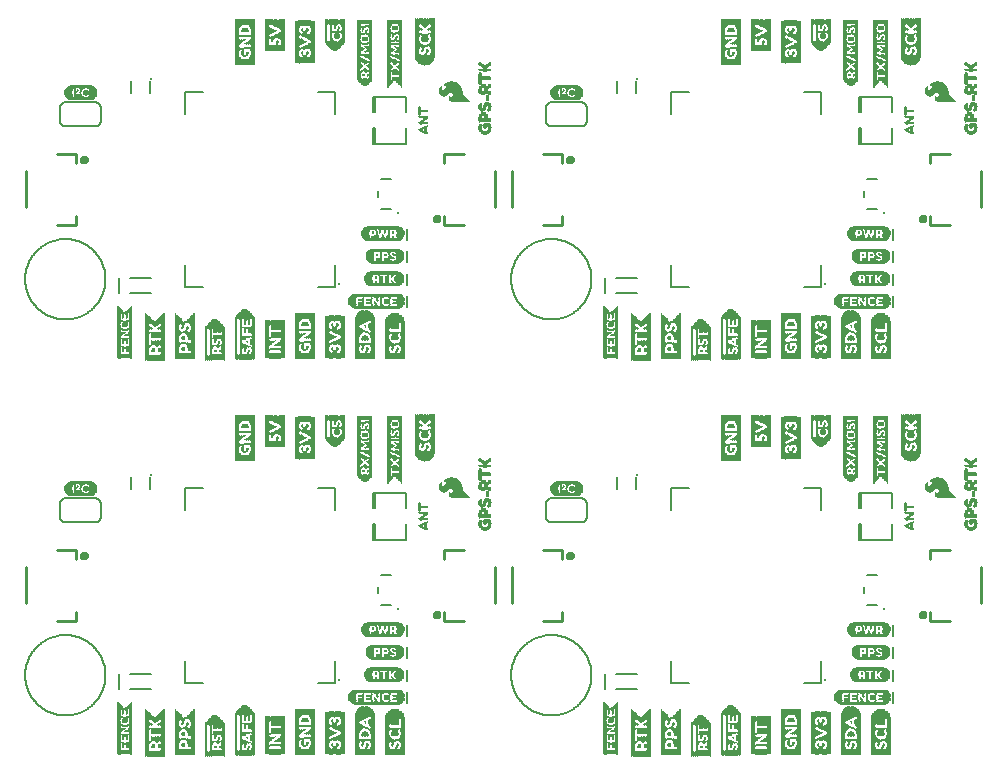
<source format=gto>
G75*
%MOIN*%
%OFA0B0*%
%FSLAX25Y25*%
%IPPOS*%
%LPD*%
%AMOC8*
5,1,8,0,0,1.08239X$1,22.5*
%
%ADD10C,0.01000*%
%ADD11C,0.01575*%
%ADD12C,0.00800*%
%ADD13C,0.00600*%
%ADD14C,0.00500*%
%ADD15R,0.00157X0.13858*%
%ADD16R,0.00157X0.14331*%
%ADD17R,0.00157X0.14646*%
%ADD18R,0.00157X0.14961*%
%ADD19R,0.00157X0.15118*%
%ADD20R,0.00157X0.15276*%
%ADD21R,0.00157X0.15433*%
%ADD22R,0.00157X0.02835*%
%ADD23R,0.00157X0.11969*%
%ADD24R,0.00157X0.02520*%
%ADD25R,0.00157X0.01102*%
%ADD26R,0.00157X0.03150*%
%ADD27R,0.00157X0.04567*%
%ADD28R,0.00157X0.02205*%
%ADD29R,0.00157X0.00787*%
%ADD30R,0.00157X0.02677*%
%ADD31R,0.00157X0.04409*%
%ADD32R,0.00157X0.02047*%
%ADD33R,0.00157X0.00630*%
%ADD34R,0.00157X0.01890*%
%ADD35R,0.00157X0.01732*%
%ADD36R,0.00157X0.01575*%
%ADD37R,0.00157X0.00945*%
%ADD38R,0.00157X0.02362*%
%ADD39R,0.00157X0.01260*%
%ADD40R,0.00157X0.01417*%
%ADD41R,0.00157X0.04252*%
%ADD42R,0.00157X0.00315*%
%ADD43R,0.00157X0.04094*%
%ADD44R,0.00157X0.00472*%
%ADD45R,0.00157X0.03937*%
%ADD46R,0.00157X0.03307*%
%ADD47R,0.00157X0.03780*%
%ADD48R,0.00157X0.03465*%
%ADD49R,0.00157X0.02992*%
%ADD50R,0.00157X0.12913*%
%ADD51R,0.00157X0.13386*%
%ADD52R,0.00157X0.13701*%
%ADD53R,0.00157X0.14016*%
%ADD54R,0.00157X0.14173*%
%ADD55R,0.00157X0.14488*%
%ADD56R,0.00157X0.07087*%
%ADD57R,0.00157X0.04882*%
%ADD58R,0.00157X0.05039*%
%ADD59R,0.00157X0.05197*%
%ADD60R,0.00157X0.03622*%
%ADD61R,0.00157X0.00157*%
%ADD62R,0.00157X0.11024*%
%ADD63R,0.07205X0.00118*%
%ADD64R,0.07913X0.00118*%
%ADD65R,0.08386X0.00079*%
%ADD66R,0.08858X0.00157*%
%ADD67R,0.09094X0.00118*%
%ADD68R,0.09331X0.00118*%
%ADD69R,0.09567X0.00079*%
%ADD70R,0.03661X0.00118*%
%ADD71R,0.02126X0.00118*%
%ADD72R,0.02953X0.00118*%
%ADD73R,0.02244X0.00157*%
%ADD74R,0.00591X0.00157*%
%ADD75R,0.01535X0.00157*%
%ADD76R,0.02598X0.00157*%
%ADD77R,0.02244X0.00118*%
%ADD78R,0.00472X0.00118*%
%ADD79R,0.01181X0.00118*%
%ADD80R,0.02362X0.00118*%
%ADD81R,0.00945X0.00118*%
%ADD82R,0.00354X0.00118*%
%ADD83R,0.00827X0.00118*%
%ADD84R,0.02480X0.00157*%
%ADD85R,0.00354X0.00157*%
%ADD86R,0.00236X0.00157*%
%ADD87R,0.02480X0.00118*%
%ADD88R,0.02598X0.00118*%
%ADD89R,0.01063X0.00118*%
%ADD90R,0.02835X0.00118*%
%ADD91R,0.00472X0.00157*%
%ADD92R,0.04252X0.00157*%
%ADD93R,0.04370X0.00118*%
%ADD94R,0.00591X0.00118*%
%ADD95R,0.04488X0.00118*%
%ADD96R,0.00709X0.00157*%
%ADD97R,0.04488X0.00157*%
%ADD98R,0.00236X0.00118*%
%ADD99R,0.00118X0.00118*%
%ADD100R,0.00118X0.00157*%
%ADD101R,0.04370X0.00157*%
%ADD102R,0.04252X0.00118*%
%ADD103R,0.02717X0.00118*%
%ADD104R,0.03071X0.00157*%
%ADD105R,0.03425X0.00118*%
%ADD106R,0.09567X0.00118*%
%ADD107R,0.08858X0.00118*%
%ADD108R,0.08386X0.00118*%
%ADD109R,0.00157X0.12756*%
%ADD110R,0.00157X0.11181*%
%ADD111R,0.00157X0.11496*%
%ADD112R,0.00157X0.11654*%
%ADD113R,0.00157X0.13071*%
%ADD114R,0.00157X0.13228*%
%ADD115R,0.00157X0.11811*%
%ADD116R,0.00157X0.14803*%
%ADD117R,0.00157X0.15906*%
%ADD118R,0.00157X0.16063*%
%ADD119R,0.00157X0.16220*%
%ADD120R,0.00157X0.16378*%
%ADD121R,0.00157X0.09921*%
%ADD122C,0.01114*%
%ADD123C,0.00700*%
%ADD124R,0.09803X0.00118*%
%ADD125R,0.10276X0.00079*%
%ADD126R,0.10748X0.00157*%
%ADD127R,0.10984X0.00118*%
%ADD128R,0.11220X0.00118*%
%ADD129R,0.11457X0.00079*%
%ADD130R,0.08150X0.00118*%
%ADD131R,0.01063X0.00157*%
%ADD132R,0.01417X0.00157*%
%ADD133R,0.00709X0.00118*%
%ADD134R,0.04016X0.00118*%
%ADD135R,0.00945X0.00157*%
%ADD136R,0.03898X0.00157*%
%ADD137R,0.03189X0.00118*%
%ADD138R,0.02717X0.00157*%
%ADD139R,0.01654X0.00118*%
%ADD140R,0.02126X0.00157*%
%ADD141R,0.01299X0.00118*%
%ADD142R,0.02008X0.00118*%
%ADD143R,0.01890X0.00118*%
%ADD144R,0.02008X0.00157*%
%ADD145R,0.01890X0.00157*%
%ADD146R,0.11457X0.00118*%
%ADD147R,0.10748X0.00118*%
%ADD148R,0.10276X0.00118*%
%ADD149C,0.01000*%
%ADD150C,0.01181*%
%ADD151R,0.15236X0.00118*%
%ADD152R,0.15945X0.00118*%
%ADD153R,0.16417X0.00079*%
%ADD154R,0.16890X0.00157*%
%ADD155R,0.17126X0.00118*%
%ADD156R,0.17362X0.00118*%
%ADD157R,0.17598X0.00079*%
%ADD158R,0.11929X0.00118*%
%ADD159R,0.05551X0.00118*%
%ADD160R,0.01299X0.00157*%
%ADD161R,0.02362X0.00157*%
%ADD162R,0.04134X0.00118*%
%ADD163R,0.04134X0.00157*%
%ADD164R,0.02953X0.00157*%
%ADD165R,0.03071X0.00118*%
%ADD166R,0.00827X0.00157*%
%ADD167R,0.01181X0.00157*%
%ADD168R,0.01417X0.00118*%
%ADD169R,0.01535X0.00118*%
%ADD170R,0.17598X0.00118*%
%ADD171R,0.16890X0.00118*%
%ADD172R,0.16417X0.00118*%
%ADD173R,0.10748X0.00079*%
%ADD174R,0.11220X0.00157*%
%ADD175R,0.11693X0.00118*%
%ADD176R,0.11929X0.00079*%
%ADD177R,0.03307X0.00118*%
%ADD178R,0.03543X0.00157*%
%ADD179R,0.03543X0.00118*%
%ADD180R,0.03189X0.00157*%
%ADD181R,0.00118X0.17598*%
%ADD182R,0.00118X0.17480*%
%ADD183R,0.00079X0.17362*%
%ADD184R,0.00157X0.17244*%
%ADD185R,0.00118X0.17126*%
%ADD186R,0.00118X0.17008*%
%ADD187R,0.00079X0.16890*%
%ADD188R,0.00118X0.11220*%
%ADD189R,0.00118X0.05197*%
%ADD190R,0.00157X0.00354*%
%ADD191R,0.00157X0.01299*%
%ADD192R,0.00157X0.00709*%
%ADD193R,0.00157X0.01535*%
%ADD194R,0.00118X0.01417*%
%ADD195R,0.00118X0.00236*%
%ADD196R,0.00118X0.01181*%
%ADD197R,0.00118X0.01063*%
%ADD198R,0.00118X0.00591*%
%ADD199R,0.00118X0.00945*%
%ADD200R,0.00118X0.00354*%
%ADD201R,0.00118X0.01299*%
%ADD202R,0.00118X0.00709*%
%ADD203R,0.00157X0.00236*%
%ADD204R,0.00157X0.01063*%
%ADD205R,0.00118X0.00827*%
%ADD206R,0.00118X0.01890*%
%ADD207R,0.00118X0.00472*%
%ADD208R,0.00118X0.02480*%
%ADD209R,0.00118X0.02362*%
%ADD210R,0.00157X0.00591*%
%ADD211R,0.00157X0.02126*%
%ADD212R,0.00157X0.02244*%
%ADD213R,0.00118X0.02126*%
%ADD214R,0.00118X0.02244*%
%ADD215R,0.00157X0.00118*%
%ADD216R,0.00118X0.02008*%
%ADD217R,0.00118X0.02598*%
%ADD218R,0.00157X0.00827*%
%ADD219R,0.00157X0.02008*%
%ADD220R,0.00157X0.01181*%
%ADD221R,0.00118X0.01535*%
%ADD222R,0.00118X0.01772*%
%ADD223R,0.00118X0.16890*%
%ADD224R,0.00118X0.17244*%
%ADD225R,0.00118X0.17362*%
%ADD226R,0.00157X0.15748*%
%ADD227R,0.00157X0.15591*%
%ADD228R,0.00157X0.02953*%
%ADD229R,0.00118X0.03071*%
%ADD230R,0.00118X0.02953*%
%ADD231R,0.00118X0.01654*%
%ADD232R,0.00157X0.02480*%
%ADD233R,0.00118X0.02717*%
%ADD234R,0.00118X0.02835*%
%ADD235R,0.12402X0.00157*%
%ADD236R,0.12638X0.00118*%
%ADD237R,0.12874X0.00118*%
%ADD238R,0.13110X0.00079*%
%ADD239R,0.04961X0.00118*%
%ADD240R,0.05079X0.00118*%
%ADD241R,0.02835X0.00157*%
%ADD242R,0.13110X0.00118*%
%ADD243R,0.12402X0.00118*%
%ADD244R,0.00157X0.10551*%
%ADD245R,0.00157X0.07874*%
%ADD246R,0.00157X0.08031*%
%ADD247R,0.00157X0.08346*%
%ADD248R,0.00157X0.08504*%
%ADD249R,0.00157X0.09606*%
%ADD250R,0.00157X0.09764*%
%ADD251R,0.00157X0.10079*%
%ADD252R,0.00157X0.08661*%
%ADD253C,0.00300*%
%ADD254R,0.00118X0.20079*%
%ADD255R,0.00118X0.20197*%
%ADD256R,0.00079X0.20433*%
%ADD257R,0.00157X0.20551*%
%ADD258R,0.00118X0.20669*%
%ADD259R,0.00118X0.20787*%
%ADD260R,0.00079X0.08504*%
%ADD261R,0.00079X0.11929*%
%ADD262R,0.00118X0.04252*%
%ADD263R,0.00118X0.03189*%
%ADD264R,0.00157X0.01654*%
%ADD265R,0.00157X0.01772*%
%ADD266R,0.00118X0.07087*%
%ADD267R,0.00118X0.13228*%
%ADD268R,0.00118X0.07205*%
%ADD269R,0.00118X0.20551*%
%ADD270R,0.00118X0.20433*%
%ADD271R,0.00118X0.22559*%
%ADD272R,0.00118X0.22441*%
%ADD273R,0.00079X0.22323*%
%ADD274R,0.00157X0.22205*%
%ADD275R,0.00118X0.22087*%
%ADD276R,0.00118X0.21969*%
%ADD277R,0.00079X0.09449*%
%ADD278R,0.00079X0.12047*%
%ADD279R,0.00118X0.04961*%
%ADD280R,0.00118X0.05787*%
%ADD281R,0.00157X0.02598*%
%ADD282R,0.00118X0.08031*%
%ADD283R,0.00118X0.08386*%
%ADD284R,0.00118X0.13346*%
%ADD285R,0.00118X0.22205*%
%ADD286R,0.00118X0.22323*%
D10*
X0055468Y0081939D02*
X0061964Y0081939D01*
X0061964Y0084892D01*
X0045232Y0087844D02*
X0045232Y0099656D01*
X0055468Y0105561D02*
X0061964Y0105561D01*
X0061964Y0102608D01*
X0184720Y0102608D02*
X0184720Y0105561D01*
X0191216Y0105561D01*
X0201452Y0099656D02*
X0201452Y0087844D01*
X0207232Y0087844D02*
X0207232Y0099656D01*
X0217468Y0105561D02*
X0223964Y0105561D01*
X0223964Y0102608D01*
X0223964Y0084892D02*
X0223964Y0081939D01*
X0217468Y0081939D01*
X0191216Y0081939D02*
X0184720Y0081939D01*
X0184720Y0084892D01*
X0184720Y0213939D02*
X0184720Y0216892D01*
X0184720Y0213939D02*
X0191216Y0213939D01*
X0201452Y0219844D02*
X0201452Y0231656D01*
X0207232Y0231656D02*
X0207232Y0219844D01*
X0217468Y0213939D02*
X0223964Y0213939D01*
X0223964Y0216892D01*
X0223964Y0234608D02*
X0223964Y0237561D01*
X0217468Y0237561D01*
X0191216Y0237561D02*
X0184720Y0237561D01*
X0184720Y0234608D01*
X0061964Y0234608D02*
X0061964Y0237561D01*
X0055468Y0237561D01*
X0045232Y0231656D02*
X0045232Y0219844D01*
X0055468Y0213939D02*
X0061964Y0213939D01*
X0061964Y0216892D01*
X0346720Y0216892D02*
X0346720Y0213939D01*
X0353216Y0213939D01*
X0363452Y0219844D02*
X0363452Y0231656D01*
X0353216Y0237561D02*
X0346720Y0237561D01*
X0346720Y0234608D01*
X0346720Y0105561D02*
X0353216Y0105561D01*
X0346720Y0105561D02*
X0346720Y0102608D01*
X0363452Y0099656D02*
X0363452Y0087844D01*
X0353216Y0081939D02*
X0346720Y0081939D01*
X0346720Y0084892D01*
D11*
X0343604Y0083907D02*
X0343606Y0083954D01*
X0343612Y0084000D01*
X0343621Y0084046D01*
X0343635Y0084090D01*
X0343652Y0084134D01*
X0343673Y0084175D01*
X0343697Y0084215D01*
X0343724Y0084253D01*
X0343755Y0084288D01*
X0343788Y0084321D01*
X0343824Y0084351D01*
X0343863Y0084377D01*
X0343903Y0084401D01*
X0343945Y0084420D01*
X0343989Y0084437D01*
X0344034Y0084449D01*
X0344080Y0084458D01*
X0344126Y0084463D01*
X0344173Y0084464D01*
X0344219Y0084461D01*
X0344265Y0084454D01*
X0344311Y0084443D01*
X0344355Y0084429D01*
X0344398Y0084411D01*
X0344439Y0084389D01*
X0344479Y0084364D01*
X0344516Y0084336D01*
X0344551Y0084305D01*
X0344583Y0084271D01*
X0344612Y0084234D01*
X0344637Y0084196D01*
X0344660Y0084155D01*
X0344679Y0084112D01*
X0344694Y0084068D01*
X0344706Y0084023D01*
X0344714Y0083977D01*
X0344718Y0083930D01*
X0344718Y0083884D01*
X0344714Y0083837D01*
X0344706Y0083791D01*
X0344694Y0083746D01*
X0344679Y0083702D01*
X0344660Y0083659D01*
X0344637Y0083618D01*
X0344612Y0083580D01*
X0344583Y0083543D01*
X0344551Y0083509D01*
X0344516Y0083478D01*
X0344479Y0083450D01*
X0344440Y0083425D01*
X0344398Y0083403D01*
X0344355Y0083385D01*
X0344311Y0083371D01*
X0344265Y0083360D01*
X0344219Y0083353D01*
X0344173Y0083350D01*
X0344126Y0083351D01*
X0344080Y0083356D01*
X0344034Y0083365D01*
X0343989Y0083377D01*
X0343945Y0083394D01*
X0343903Y0083413D01*
X0343863Y0083437D01*
X0343824Y0083463D01*
X0343788Y0083493D01*
X0343755Y0083526D01*
X0343724Y0083561D01*
X0343697Y0083599D01*
X0343673Y0083639D01*
X0343652Y0083680D01*
X0343635Y0083724D01*
X0343621Y0083768D01*
X0343612Y0083814D01*
X0343606Y0083860D01*
X0343604Y0083907D01*
X0225966Y0103593D02*
X0225968Y0103640D01*
X0225974Y0103686D01*
X0225983Y0103732D01*
X0225997Y0103776D01*
X0226014Y0103820D01*
X0226035Y0103861D01*
X0226059Y0103901D01*
X0226086Y0103939D01*
X0226117Y0103974D01*
X0226150Y0104007D01*
X0226186Y0104037D01*
X0226225Y0104063D01*
X0226265Y0104087D01*
X0226307Y0104106D01*
X0226351Y0104123D01*
X0226396Y0104135D01*
X0226442Y0104144D01*
X0226488Y0104149D01*
X0226535Y0104150D01*
X0226581Y0104147D01*
X0226627Y0104140D01*
X0226673Y0104129D01*
X0226717Y0104115D01*
X0226760Y0104097D01*
X0226801Y0104075D01*
X0226841Y0104050D01*
X0226878Y0104022D01*
X0226913Y0103991D01*
X0226945Y0103957D01*
X0226974Y0103920D01*
X0226999Y0103882D01*
X0227022Y0103841D01*
X0227041Y0103798D01*
X0227056Y0103754D01*
X0227068Y0103709D01*
X0227076Y0103663D01*
X0227080Y0103616D01*
X0227080Y0103570D01*
X0227076Y0103523D01*
X0227068Y0103477D01*
X0227056Y0103432D01*
X0227041Y0103388D01*
X0227022Y0103345D01*
X0226999Y0103304D01*
X0226974Y0103266D01*
X0226945Y0103229D01*
X0226913Y0103195D01*
X0226878Y0103164D01*
X0226841Y0103136D01*
X0226802Y0103111D01*
X0226760Y0103089D01*
X0226717Y0103071D01*
X0226673Y0103057D01*
X0226627Y0103046D01*
X0226581Y0103039D01*
X0226535Y0103036D01*
X0226488Y0103037D01*
X0226442Y0103042D01*
X0226396Y0103051D01*
X0226351Y0103063D01*
X0226307Y0103080D01*
X0226265Y0103099D01*
X0226225Y0103123D01*
X0226186Y0103149D01*
X0226150Y0103179D01*
X0226117Y0103212D01*
X0226086Y0103247D01*
X0226059Y0103285D01*
X0226035Y0103325D01*
X0226014Y0103366D01*
X0225997Y0103410D01*
X0225983Y0103454D01*
X0225974Y0103500D01*
X0225968Y0103546D01*
X0225966Y0103593D01*
X0181604Y0083907D02*
X0181606Y0083954D01*
X0181612Y0084000D01*
X0181621Y0084046D01*
X0181635Y0084090D01*
X0181652Y0084134D01*
X0181673Y0084175D01*
X0181697Y0084215D01*
X0181724Y0084253D01*
X0181755Y0084288D01*
X0181788Y0084321D01*
X0181824Y0084351D01*
X0181863Y0084377D01*
X0181903Y0084401D01*
X0181945Y0084420D01*
X0181989Y0084437D01*
X0182034Y0084449D01*
X0182080Y0084458D01*
X0182126Y0084463D01*
X0182173Y0084464D01*
X0182219Y0084461D01*
X0182265Y0084454D01*
X0182311Y0084443D01*
X0182355Y0084429D01*
X0182398Y0084411D01*
X0182439Y0084389D01*
X0182479Y0084364D01*
X0182516Y0084336D01*
X0182551Y0084305D01*
X0182583Y0084271D01*
X0182612Y0084234D01*
X0182637Y0084196D01*
X0182660Y0084155D01*
X0182679Y0084112D01*
X0182694Y0084068D01*
X0182706Y0084023D01*
X0182714Y0083977D01*
X0182718Y0083930D01*
X0182718Y0083884D01*
X0182714Y0083837D01*
X0182706Y0083791D01*
X0182694Y0083746D01*
X0182679Y0083702D01*
X0182660Y0083659D01*
X0182637Y0083618D01*
X0182612Y0083580D01*
X0182583Y0083543D01*
X0182551Y0083509D01*
X0182516Y0083478D01*
X0182479Y0083450D01*
X0182440Y0083425D01*
X0182398Y0083403D01*
X0182355Y0083385D01*
X0182311Y0083371D01*
X0182265Y0083360D01*
X0182219Y0083353D01*
X0182173Y0083350D01*
X0182126Y0083351D01*
X0182080Y0083356D01*
X0182034Y0083365D01*
X0181989Y0083377D01*
X0181945Y0083394D01*
X0181903Y0083413D01*
X0181863Y0083437D01*
X0181824Y0083463D01*
X0181788Y0083493D01*
X0181755Y0083526D01*
X0181724Y0083561D01*
X0181697Y0083599D01*
X0181673Y0083639D01*
X0181652Y0083680D01*
X0181635Y0083724D01*
X0181621Y0083768D01*
X0181612Y0083814D01*
X0181606Y0083860D01*
X0181604Y0083907D01*
X0063966Y0103593D02*
X0063968Y0103640D01*
X0063974Y0103686D01*
X0063983Y0103732D01*
X0063997Y0103776D01*
X0064014Y0103820D01*
X0064035Y0103861D01*
X0064059Y0103901D01*
X0064086Y0103939D01*
X0064117Y0103974D01*
X0064150Y0104007D01*
X0064186Y0104037D01*
X0064225Y0104063D01*
X0064265Y0104087D01*
X0064307Y0104106D01*
X0064351Y0104123D01*
X0064396Y0104135D01*
X0064442Y0104144D01*
X0064488Y0104149D01*
X0064535Y0104150D01*
X0064581Y0104147D01*
X0064627Y0104140D01*
X0064673Y0104129D01*
X0064717Y0104115D01*
X0064760Y0104097D01*
X0064801Y0104075D01*
X0064841Y0104050D01*
X0064878Y0104022D01*
X0064913Y0103991D01*
X0064945Y0103957D01*
X0064974Y0103920D01*
X0064999Y0103882D01*
X0065022Y0103841D01*
X0065041Y0103798D01*
X0065056Y0103754D01*
X0065068Y0103709D01*
X0065076Y0103663D01*
X0065080Y0103616D01*
X0065080Y0103570D01*
X0065076Y0103523D01*
X0065068Y0103477D01*
X0065056Y0103432D01*
X0065041Y0103388D01*
X0065022Y0103345D01*
X0064999Y0103304D01*
X0064974Y0103266D01*
X0064945Y0103229D01*
X0064913Y0103195D01*
X0064878Y0103164D01*
X0064841Y0103136D01*
X0064802Y0103111D01*
X0064760Y0103089D01*
X0064717Y0103071D01*
X0064673Y0103057D01*
X0064627Y0103046D01*
X0064581Y0103039D01*
X0064535Y0103036D01*
X0064488Y0103037D01*
X0064442Y0103042D01*
X0064396Y0103051D01*
X0064351Y0103063D01*
X0064307Y0103080D01*
X0064265Y0103099D01*
X0064225Y0103123D01*
X0064186Y0103149D01*
X0064150Y0103179D01*
X0064117Y0103212D01*
X0064086Y0103247D01*
X0064059Y0103285D01*
X0064035Y0103325D01*
X0064014Y0103366D01*
X0063997Y0103410D01*
X0063983Y0103454D01*
X0063974Y0103500D01*
X0063968Y0103546D01*
X0063966Y0103593D01*
X0181604Y0215907D02*
X0181606Y0215954D01*
X0181612Y0216000D01*
X0181621Y0216046D01*
X0181635Y0216090D01*
X0181652Y0216134D01*
X0181673Y0216175D01*
X0181697Y0216215D01*
X0181724Y0216253D01*
X0181755Y0216288D01*
X0181788Y0216321D01*
X0181824Y0216351D01*
X0181863Y0216377D01*
X0181903Y0216401D01*
X0181945Y0216420D01*
X0181989Y0216437D01*
X0182034Y0216449D01*
X0182080Y0216458D01*
X0182126Y0216463D01*
X0182173Y0216464D01*
X0182219Y0216461D01*
X0182265Y0216454D01*
X0182311Y0216443D01*
X0182355Y0216429D01*
X0182398Y0216411D01*
X0182439Y0216389D01*
X0182479Y0216364D01*
X0182516Y0216336D01*
X0182551Y0216305D01*
X0182583Y0216271D01*
X0182612Y0216234D01*
X0182637Y0216196D01*
X0182660Y0216155D01*
X0182679Y0216112D01*
X0182694Y0216068D01*
X0182706Y0216023D01*
X0182714Y0215977D01*
X0182718Y0215930D01*
X0182718Y0215884D01*
X0182714Y0215837D01*
X0182706Y0215791D01*
X0182694Y0215746D01*
X0182679Y0215702D01*
X0182660Y0215659D01*
X0182637Y0215618D01*
X0182612Y0215580D01*
X0182583Y0215543D01*
X0182551Y0215509D01*
X0182516Y0215478D01*
X0182479Y0215450D01*
X0182440Y0215425D01*
X0182398Y0215403D01*
X0182355Y0215385D01*
X0182311Y0215371D01*
X0182265Y0215360D01*
X0182219Y0215353D01*
X0182173Y0215350D01*
X0182126Y0215351D01*
X0182080Y0215356D01*
X0182034Y0215365D01*
X0181989Y0215377D01*
X0181945Y0215394D01*
X0181903Y0215413D01*
X0181863Y0215437D01*
X0181824Y0215463D01*
X0181788Y0215493D01*
X0181755Y0215526D01*
X0181724Y0215561D01*
X0181697Y0215599D01*
X0181673Y0215639D01*
X0181652Y0215680D01*
X0181635Y0215724D01*
X0181621Y0215768D01*
X0181612Y0215814D01*
X0181606Y0215860D01*
X0181604Y0215907D01*
X0225966Y0235593D02*
X0225968Y0235640D01*
X0225974Y0235686D01*
X0225983Y0235732D01*
X0225997Y0235776D01*
X0226014Y0235820D01*
X0226035Y0235861D01*
X0226059Y0235901D01*
X0226086Y0235939D01*
X0226117Y0235974D01*
X0226150Y0236007D01*
X0226186Y0236037D01*
X0226225Y0236063D01*
X0226265Y0236087D01*
X0226307Y0236106D01*
X0226351Y0236123D01*
X0226396Y0236135D01*
X0226442Y0236144D01*
X0226488Y0236149D01*
X0226535Y0236150D01*
X0226581Y0236147D01*
X0226627Y0236140D01*
X0226673Y0236129D01*
X0226717Y0236115D01*
X0226760Y0236097D01*
X0226801Y0236075D01*
X0226841Y0236050D01*
X0226878Y0236022D01*
X0226913Y0235991D01*
X0226945Y0235957D01*
X0226974Y0235920D01*
X0226999Y0235882D01*
X0227022Y0235841D01*
X0227041Y0235798D01*
X0227056Y0235754D01*
X0227068Y0235709D01*
X0227076Y0235663D01*
X0227080Y0235616D01*
X0227080Y0235570D01*
X0227076Y0235523D01*
X0227068Y0235477D01*
X0227056Y0235432D01*
X0227041Y0235388D01*
X0227022Y0235345D01*
X0226999Y0235304D01*
X0226974Y0235266D01*
X0226945Y0235229D01*
X0226913Y0235195D01*
X0226878Y0235164D01*
X0226841Y0235136D01*
X0226802Y0235111D01*
X0226760Y0235089D01*
X0226717Y0235071D01*
X0226673Y0235057D01*
X0226627Y0235046D01*
X0226581Y0235039D01*
X0226535Y0235036D01*
X0226488Y0235037D01*
X0226442Y0235042D01*
X0226396Y0235051D01*
X0226351Y0235063D01*
X0226307Y0235080D01*
X0226265Y0235099D01*
X0226225Y0235123D01*
X0226186Y0235149D01*
X0226150Y0235179D01*
X0226117Y0235212D01*
X0226086Y0235247D01*
X0226059Y0235285D01*
X0226035Y0235325D01*
X0226014Y0235366D01*
X0225997Y0235410D01*
X0225983Y0235454D01*
X0225974Y0235500D01*
X0225968Y0235546D01*
X0225966Y0235593D01*
X0343604Y0215907D02*
X0343606Y0215954D01*
X0343612Y0216000D01*
X0343621Y0216046D01*
X0343635Y0216090D01*
X0343652Y0216134D01*
X0343673Y0216175D01*
X0343697Y0216215D01*
X0343724Y0216253D01*
X0343755Y0216288D01*
X0343788Y0216321D01*
X0343824Y0216351D01*
X0343863Y0216377D01*
X0343903Y0216401D01*
X0343945Y0216420D01*
X0343989Y0216437D01*
X0344034Y0216449D01*
X0344080Y0216458D01*
X0344126Y0216463D01*
X0344173Y0216464D01*
X0344219Y0216461D01*
X0344265Y0216454D01*
X0344311Y0216443D01*
X0344355Y0216429D01*
X0344398Y0216411D01*
X0344439Y0216389D01*
X0344479Y0216364D01*
X0344516Y0216336D01*
X0344551Y0216305D01*
X0344583Y0216271D01*
X0344612Y0216234D01*
X0344637Y0216196D01*
X0344660Y0216155D01*
X0344679Y0216112D01*
X0344694Y0216068D01*
X0344706Y0216023D01*
X0344714Y0215977D01*
X0344718Y0215930D01*
X0344718Y0215884D01*
X0344714Y0215837D01*
X0344706Y0215791D01*
X0344694Y0215746D01*
X0344679Y0215702D01*
X0344660Y0215659D01*
X0344637Y0215618D01*
X0344612Y0215580D01*
X0344583Y0215543D01*
X0344551Y0215509D01*
X0344516Y0215478D01*
X0344479Y0215450D01*
X0344440Y0215425D01*
X0344398Y0215403D01*
X0344355Y0215385D01*
X0344311Y0215371D01*
X0344265Y0215360D01*
X0344219Y0215353D01*
X0344173Y0215350D01*
X0344126Y0215351D01*
X0344080Y0215356D01*
X0344034Y0215365D01*
X0343989Y0215377D01*
X0343945Y0215394D01*
X0343903Y0215413D01*
X0343863Y0215437D01*
X0343824Y0215463D01*
X0343788Y0215493D01*
X0343755Y0215526D01*
X0343724Y0215561D01*
X0343697Y0215599D01*
X0343673Y0215639D01*
X0343652Y0215680D01*
X0343635Y0215724D01*
X0343621Y0215768D01*
X0343612Y0215814D01*
X0343606Y0215860D01*
X0343604Y0215907D01*
X0063966Y0235593D02*
X0063968Y0235640D01*
X0063974Y0235686D01*
X0063983Y0235732D01*
X0063997Y0235776D01*
X0064014Y0235820D01*
X0064035Y0235861D01*
X0064059Y0235901D01*
X0064086Y0235939D01*
X0064117Y0235974D01*
X0064150Y0236007D01*
X0064186Y0236037D01*
X0064225Y0236063D01*
X0064265Y0236087D01*
X0064307Y0236106D01*
X0064351Y0236123D01*
X0064396Y0236135D01*
X0064442Y0236144D01*
X0064488Y0236149D01*
X0064535Y0236150D01*
X0064581Y0236147D01*
X0064627Y0236140D01*
X0064673Y0236129D01*
X0064717Y0236115D01*
X0064760Y0236097D01*
X0064801Y0236075D01*
X0064841Y0236050D01*
X0064878Y0236022D01*
X0064913Y0235991D01*
X0064945Y0235957D01*
X0064974Y0235920D01*
X0064999Y0235882D01*
X0065022Y0235841D01*
X0065041Y0235798D01*
X0065056Y0235754D01*
X0065068Y0235709D01*
X0065076Y0235663D01*
X0065080Y0235616D01*
X0065080Y0235570D01*
X0065076Y0235523D01*
X0065068Y0235477D01*
X0065056Y0235432D01*
X0065041Y0235388D01*
X0065022Y0235345D01*
X0064999Y0235304D01*
X0064974Y0235266D01*
X0064945Y0235229D01*
X0064913Y0235195D01*
X0064878Y0235164D01*
X0064841Y0235136D01*
X0064802Y0235111D01*
X0064760Y0235089D01*
X0064717Y0235071D01*
X0064673Y0235057D01*
X0064627Y0235046D01*
X0064581Y0235039D01*
X0064535Y0235036D01*
X0064488Y0235037D01*
X0064442Y0235042D01*
X0064396Y0235051D01*
X0064351Y0235063D01*
X0064307Y0235080D01*
X0064265Y0235099D01*
X0064225Y0235123D01*
X0064186Y0235149D01*
X0064150Y0235179D01*
X0064117Y0235212D01*
X0064086Y0235247D01*
X0064059Y0235285D01*
X0064035Y0235325D01*
X0064014Y0235366D01*
X0063997Y0235410D01*
X0063983Y0235454D01*
X0063974Y0235500D01*
X0063968Y0235546D01*
X0063966Y0235593D01*
D12*
X0044956Y0195750D02*
X0044960Y0196079D01*
X0044972Y0196407D01*
X0044992Y0196735D01*
X0045020Y0197062D01*
X0045057Y0197389D01*
X0045101Y0197714D01*
X0045153Y0198038D01*
X0045213Y0198361D01*
X0045281Y0198683D01*
X0045357Y0199003D01*
X0045441Y0199320D01*
X0045532Y0199636D01*
X0045632Y0199949D01*
X0045738Y0200260D01*
X0045853Y0200568D01*
X0045975Y0200873D01*
X0046104Y0201175D01*
X0046241Y0201473D01*
X0046385Y0201768D01*
X0046537Y0202060D01*
X0046695Y0202348D01*
X0046860Y0202632D01*
X0047033Y0202911D01*
X0047212Y0203187D01*
X0047398Y0203458D01*
X0047590Y0203724D01*
X0047789Y0203985D01*
X0047994Y0204242D01*
X0048206Y0204493D01*
X0048424Y0204739D01*
X0048647Y0204980D01*
X0048877Y0205215D01*
X0049112Y0205445D01*
X0049353Y0205668D01*
X0049599Y0205886D01*
X0049850Y0206098D01*
X0050107Y0206303D01*
X0050368Y0206502D01*
X0050634Y0206694D01*
X0050905Y0206880D01*
X0051181Y0207059D01*
X0051460Y0207232D01*
X0051744Y0207397D01*
X0052032Y0207555D01*
X0052324Y0207707D01*
X0052619Y0207851D01*
X0052917Y0207988D01*
X0053219Y0208117D01*
X0053524Y0208239D01*
X0053832Y0208354D01*
X0054143Y0208460D01*
X0054456Y0208560D01*
X0054772Y0208651D01*
X0055089Y0208735D01*
X0055409Y0208811D01*
X0055731Y0208879D01*
X0056054Y0208939D01*
X0056378Y0208991D01*
X0056703Y0209035D01*
X0057030Y0209072D01*
X0057357Y0209100D01*
X0057685Y0209120D01*
X0058013Y0209132D01*
X0058342Y0209136D01*
X0058671Y0209132D01*
X0058999Y0209120D01*
X0059327Y0209100D01*
X0059654Y0209072D01*
X0059981Y0209035D01*
X0060306Y0208991D01*
X0060630Y0208939D01*
X0060953Y0208879D01*
X0061275Y0208811D01*
X0061595Y0208735D01*
X0061912Y0208651D01*
X0062228Y0208560D01*
X0062541Y0208460D01*
X0062852Y0208354D01*
X0063160Y0208239D01*
X0063465Y0208117D01*
X0063767Y0207988D01*
X0064065Y0207851D01*
X0064360Y0207707D01*
X0064652Y0207555D01*
X0064940Y0207397D01*
X0065224Y0207232D01*
X0065503Y0207059D01*
X0065779Y0206880D01*
X0066050Y0206694D01*
X0066316Y0206502D01*
X0066577Y0206303D01*
X0066834Y0206098D01*
X0067085Y0205886D01*
X0067331Y0205668D01*
X0067572Y0205445D01*
X0067807Y0205215D01*
X0068037Y0204980D01*
X0068260Y0204739D01*
X0068478Y0204493D01*
X0068690Y0204242D01*
X0068895Y0203985D01*
X0069094Y0203724D01*
X0069286Y0203458D01*
X0069472Y0203187D01*
X0069651Y0202911D01*
X0069824Y0202632D01*
X0069989Y0202348D01*
X0070147Y0202060D01*
X0070299Y0201768D01*
X0070443Y0201473D01*
X0070580Y0201175D01*
X0070709Y0200873D01*
X0070831Y0200568D01*
X0070946Y0200260D01*
X0071052Y0199949D01*
X0071152Y0199636D01*
X0071243Y0199320D01*
X0071327Y0199003D01*
X0071403Y0198683D01*
X0071471Y0198361D01*
X0071531Y0198038D01*
X0071583Y0197714D01*
X0071627Y0197389D01*
X0071664Y0197062D01*
X0071692Y0196735D01*
X0071712Y0196407D01*
X0071724Y0196079D01*
X0071728Y0195750D01*
X0071724Y0195421D01*
X0071712Y0195093D01*
X0071692Y0194765D01*
X0071664Y0194438D01*
X0071627Y0194111D01*
X0071583Y0193786D01*
X0071531Y0193462D01*
X0071471Y0193139D01*
X0071403Y0192817D01*
X0071327Y0192497D01*
X0071243Y0192180D01*
X0071152Y0191864D01*
X0071052Y0191551D01*
X0070946Y0191240D01*
X0070831Y0190932D01*
X0070709Y0190627D01*
X0070580Y0190325D01*
X0070443Y0190027D01*
X0070299Y0189732D01*
X0070147Y0189440D01*
X0069989Y0189152D01*
X0069824Y0188868D01*
X0069651Y0188589D01*
X0069472Y0188313D01*
X0069286Y0188042D01*
X0069094Y0187776D01*
X0068895Y0187515D01*
X0068690Y0187258D01*
X0068478Y0187007D01*
X0068260Y0186761D01*
X0068037Y0186520D01*
X0067807Y0186285D01*
X0067572Y0186055D01*
X0067331Y0185832D01*
X0067085Y0185614D01*
X0066834Y0185402D01*
X0066577Y0185197D01*
X0066316Y0184998D01*
X0066050Y0184806D01*
X0065779Y0184620D01*
X0065503Y0184441D01*
X0065224Y0184268D01*
X0064940Y0184103D01*
X0064652Y0183945D01*
X0064360Y0183793D01*
X0064065Y0183649D01*
X0063767Y0183512D01*
X0063465Y0183383D01*
X0063160Y0183261D01*
X0062852Y0183146D01*
X0062541Y0183040D01*
X0062228Y0182940D01*
X0061912Y0182849D01*
X0061595Y0182765D01*
X0061275Y0182689D01*
X0060953Y0182621D01*
X0060630Y0182561D01*
X0060306Y0182509D01*
X0059981Y0182465D01*
X0059654Y0182428D01*
X0059327Y0182400D01*
X0058999Y0182380D01*
X0058671Y0182368D01*
X0058342Y0182364D01*
X0058013Y0182368D01*
X0057685Y0182380D01*
X0057357Y0182400D01*
X0057030Y0182428D01*
X0056703Y0182465D01*
X0056378Y0182509D01*
X0056054Y0182561D01*
X0055731Y0182621D01*
X0055409Y0182689D01*
X0055089Y0182765D01*
X0054772Y0182849D01*
X0054456Y0182940D01*
X0054143Y0183040D01*
X0053832Y0183146D01*
X0053524Y0183261D01*
X0053219Y0183383D01*
X0052917Y0183512D01*
X0052619Y0183649D01*
X0052324Y0183793D01*
X0052032Y0183945D01*
X0051744Y0184103D01*
X0051460Y0184268D01*
X0051181Y0184441D01*
X0050905Y0184620D01*
X0050634Y0184806D01*
X0050368Y0184998D01*
X0050107Y0185197D01*
X0049850Y0185402D01*
X0049599Y0185614D01*
X0049353Y0185832D01*
X0049112Y0186055D01*
X0048877Y0186285D01*
X0048647Y0186520D01*
X0048424Y0186761D01*
X0048206Y0187007D01*
X0047994Y0187258D01*
X0047789Y0187515D01*
X0047590Y0187776D01*
X0047398Y0188042D01*
X0047212Y0188313D01*
X0047033Y0188589D01*
X0046860Y0188868D01*
X0046695Y0189152D01*
X0046537Y0189440D01*
X0046385Y0189732D01*
X0046241Y0190027D01*
X0046104Y0190325D01*
X0045975Y0190627D01*
X0045853Y0190932D01*
X0045738Y0191240D01*
X0045632Y0191551D01*
X0045532Y0191864D01*
X0045441Y0192180D01*
X0045357Y0192497D01*
X0045281Y0192817D01*
X0045213Y0193139D01*
X0045153Y0193462D01*
X0045101Y0193786D01*
X0045057Y0194111D01*
X0045020Y0194438D01*
X0044992Y0194765D01*
X0044972Y0195093D01*
X0044960Y0195421D01*
X0044956Y0195750D01*
X0076373Y0196211D02*
X0076373Y0191289D01*
X0079798Y0191289D02*
X0086885Y0191289D01*
X0086885Y0196211D02*
X0079798Y0196211D01*
X0163651Y0219250D02*
X0167032Y0219250D01*
X0162551Y0223193D02*
X0162551Y0225307D01*
X0163651Y0229250D02*
X0167032Y0229250D01*
X0206956Y0195750D02*
X0206960Y0196079D01*
X0206972Y0196407D01*
X0206992Y0196735D01*
X0207020Y0197062D01*
X0207057Y0197389D01*
X0207101Y0197714D01*
X0207153Y0198038D01*
X0207213Y0198361D01*
X0207281Y0198683D01*
X0207357Y0199003D01*
X0207441Y0199320D01*
X0207532Y0199636D01*
X0207632Y0199949D01*
X0207738Y0200260D01*
X0207853Y0200568D01*
X0207975Y0200873D01*
X0208104Y0201175D01*
X0208241Y0201473D01*
X0208385Y0201768D01*
X0208537Y0202060D01*
X0208695Y0202348D01*
X0208860Y0202632D01*
X0209033Y0202911D01*
X0209212Y0203187D01*
X0209398Y0203458D01*
X0209590Y0203724D01*
X0209789Y0203985D01*
X0209994Y0204242D01*
X0210206Y0204493D01*
X0210424Y0204739D01*
X0210647Y0204980D01*
X0210877Y0205215D01*
X0211112Y0205445D01*
X0211353Y0205668D01*
X0211599Y0205886D01*
X0211850Y0206098D01*
X0212107Y0206303D01*
X0212368Y0206502D01*
X0212634Y0206694D01*
X0212905Y0206880D01*
X0213181Y0207059D01*
X0213460Y0207232D01*
X0213744Y0207397D01*
X0214032Y0207555D01*
X0214324Y0207707D01*
X0214619Y0207851D01*
X0214917Y0207988D01*
X0215219Y0208117D01*
X0215524Y0208239D01*
X0215832Y0208354D01*
X0216143Y0208460D01*
X0216456Y0208560D01*
X0216772Y0208651D01*
X0217089Y0208735D01*
X0217409Y0208811D01*
X0217731Y0208879D01*
X0218054Y0208939D01*
X0218378Y0208991D01*
X0218703Y0209035D01*
X0219030Y0209072D01*
X0219357Y0209100D01*
X0219685Y0209120D01*
X0220013Y0209132D01*
X0220342Y0209136D01*
X0220671Y0209132D01*
X0220999Y0209120D01*
X0221327Y0209100D01*
X0221654Y0209072D01*
X0221981Y0209035D01*
X0222306Y0208991D01*
X0222630Y0208939D01*
X0222953Y0208879D01*
X0223275Y0208811D01*
X0223595Y0208735D01*
X0223912Y0208651D01*
X0224228Y0208560D01*
X0224541Y0208460D01*
X0224852Y0208354D01*
X0225160Y0208239D01*
X0225465Y0208117D01*
X0225767Y0207988D01*
X0226065Y0207851D01*
X0226360Y0207707D01*
X0226652Y0207555D01*
X0226940Y0207397D01*
X0227224Y0207232D01*
X0227503Y0207059D01*
X0227779Y0206880D01*
X0228050Y0206694D01*
X0228316Y0206502D01*
X0228577Y0206303D01*
X0228834Y0206098D01*
X0229085Y0205886D01*
X0229331Y0205668D01*
X0229572Y0205445D01*
X0229807Y0205215D01*
X0230037Y0204980D01*
X0230260Y0204739D01*
X0230478Y0204493D01*
X0230690Y0204242D01*
X0230895Y0203985D01*
X0231094Y0203724D01*
X0231286Y0203458D01*
X0231472Y0203187D01*
X0231651Y0202911D01*
X0231824Y0202632D01*
X0231989Y0202348D01*
X0232147Y0202060D01*
X0232299Y0201768D01*
X0232443Y0201473D01*
X0232580Y0201175D01*
X0232709Y0200873D01*
X0232831Y0200568D01*
X0232946Y0200260D01*
X0233052Y0199949D01*
X0233152Y0199636D01*
X0233243Y0199320D01*
X0233327Y0199003D01*
X0233403Y0198683D01*
X0233471Y0198361D01*
X0233531Y0198038D01*
X0233583Y0197714D01*
X0233627Y0197389D01*
X0233664Y0197062D01*
X0233692Y0196735D01*
X0233712Y0196407D01*
X0233724Y0196079D01*
X0233728Y0195750D01*
X0233724Y0195421D01*
X0233712Y0195093D01*
X0233692Y0194765D01*
X0233664Y0194438D01*
X0233627Y0194111D01*
X0233583Y0193786D01*
X0233531Y0193462D01*
X0233471Y0193139D01*
X0233403Y0192817D01*
X0233327Y0192497D01*
X0233243Y0192180D01*
X0233152Y0191864D01*
X0233052Y0191551D01*
X0232946Y0191240D01*
X0232831Y0190932D01*
X0232709Y0190627D01*
X0232580Y0190325D01*
X0232443Y0190027D01*
X0232299Y0189732D01*
X0232147Y0189440D01*
X0231989Y0189152D01*
X0231824Y0188868D01*
X0231651Y0188589D01*
X0231472Y0188313D01*
X0231286Y0188042D01*
X0231094Y0187776D01*
X0230895Y0187515D01*
X0230690Y0187258D01*
X0230478Y0187007D01*
X0230260Y0186761D01*
X0230037Y0186520D01*
X0229807Y0186285D01*
X0229572Y0186055D01*
X0229331Y0185832D01*
X0229085Y0185614D01*
X0228834Y0185402D01*
X0228577Y0185197D01*
X0228316Y0184998D01*
X0228050Y0184806D01*
X0227779Y0184620D01*
X0227503Y0184441D01*
X0227224Y0184268D01*
X0226940Y0184103D01*
X0226652Y0183945D01*
X0226360Y0183793D01*
X0226065Y0183649D01*
X0225767Y0183512D01*
X0225465Y0183383D01*
X0225160Y0183261D01*
X0224852Y0183146D01*
X0224541Y0183040D01*
X0224228Y0182940D01*
X0223912Y0182849D01*
X0223595Y0182765D01*
X0223275Y0182689D01*
X0222953Y0182621D01*
X0222630Y0182561D01*
X0222306Y0182509D01*
X0221981Y0182465D01*
X0221654Y0182428D01*
X0221327Y0182400D01*
X0220999Y0182380D01*
X0220671Y0182368D01*
X0220342Y0182364D01*
X0220013Y0182368D01*
X0219685Y0182380D01*
X0219357Y0182400D01*
X0219030Y0182428D01*
X0218703Y0182465D01*
X0218378Y0182509D01*
X0218054Y0182561D01*
X0217731Y0182621D01*
X0217409Y0182689D01*
X0217089Y0182765D01*
X0216772Y0182849D01*
X0216456Y0182940D01*
X0216143Y0183040D01*
X0215832Y0183146D01*
X0215524Y0183261D01*
X0215219Y0183383D01*
X0214917Y0183512D01*
X0214619Y0183649D01*
X0214324Y0183793D01*
X0214032Y0183945D01*
X0213744Y0184103D01*
X0213460Y0184268D01*
X0213181Y0184441D01*
X0212905Y0184620D01*
X0212634Y0184806D01*
X0212368Y0184998D01*
X0212107Y0185197D01*
X0211850Y0185402D01*
X0211599Y0185614D01*
X0211353Y0185832D01*
X0211112Y0186055D01*
X0210877Y0186285D01*
X0210647Y0186520D01*
X0210424Y0186761D01*
X0210206Y0187007D01*
X0209994Y0187258D01*
X0209789Y0187515D01*
X0209590Y0187776D01*
X0209398Y0188042D01*
X0209212Y0188313D01*
X0209033Y0188589D01*
X0208860Y0188868D01*
X0208695Y0189152D01*
X0208537Y0189440D01*
X0208385Y0189732D01*
X0208241Y0190027D01*
X0208104Y0190325D01*
X0207975Y0190627D01*
X0207853Y0190932D01*
X0207738Y0191240D01*
X0207632Y0191551D01*
X0207532Y0191864D01*
X0207441Y0192180D01*
X0207357Y0192497D01*
X0207281Y0192817D01*
X0207213Y0193139D01*
X0207153Y0193462D01*
X0207101Y0193786D01*
X0207057Y0194111D01*
X0207020Y0194438D01*
X0206992Y0194765D01*
X0206972Y0195093D01*
X0206960Y0195421D01*
X0206956Y0195750D01*
X0238373Y0196211D02*
X0238373Y0191289D01*
X0241798Y0191289D02*
X0248885Y0191289D01*
X0248885Y0196211D02*
X0241798Y0196211D01*
X0325651Y0219250D02*
X0329032Y0219250D01*
X0324551Y0223193D02*
X0324551Y0225307D01*
X0325651Y0229250D02*
X0329032Y0229250D01*
X0329032Y0097250D02*
X0325651Y0097250D01*
X0324551Y0093307D02*
X0324551Y0091193D01*
X0325651Y0087250D02*
X0329032Y0087250D01*
X0248885Y0064211D02*
X0241798Y0064211D01*
X0238373Y0064211D02*
X0238373Y0059289D01*
X0241798Y0059289D02*
X0248885Y0059289D01*
X0206956Y0063750D02*
X0206960Y0064079D01*
X0206972Y0064407D01*
X0206992Y0064735D01*
X0207020Y0065062D01*
X0207057Y0065389D01*
X0207101Y0065714D01*
X0207153Y0066038D01*
X0207213Y0066361D01*
X0207281Y0066683D01*
X0207357Y0067003D01*
X0207441Y0067320D01*
X0207532Y0067636D01*
X0207632Y0067949D01*
X0207738Y0068260D01*
X0207853Y0068568D01*
X0207975Y0068873D01*
X0208104Y0069175D01*
X0208241Y0069473D01*
X0208385Y0069768D01*
X0208537Y0070060D01*
X0208695Y0070348D01*
X0208860Y0070632D01*
X0209033Y0070911D01*
X0209212Y0071187D01*
X0209398Y0071458D01*
X0209590Y0071724D01*
X0209789Y0071985D01*
X0209994Y0072242D01*
X0210206Y0072493D01*
X0210424Y0072739D01*
X0210647Y0072980D01*
X0210877Y0073215D01*
X0211112Y0073445D01*
X0211353Y0073668D01*
X0211599Y0073886D01*
X0211850Y0074098D01*
X0212107Y0074303D01*
X0212368Y0074502D01*
X0212634Y0074694D01*
X0212905Y0074880D01*
X0213181Y0075059D01*
X0213460Y0075232D01*
X0213744Y0075397D01*
X0214032Y0075555D01*
X0214324Y0075707D01*
X0214619Y0075851D01*
X0214917Y0075988D01*
X0215219Y0076117D01*
X0215524Y0076239D01*
X0215832Y0076354D01*
X0216143Y0076460D01*
X0216456Y0076560D01*
X0216772Y0076651D01*
X0217089Y0076735D01*
X0217409Y0076811D01*
X0217731Y0076879D01*
X0218054Y0076939D01*
X0218378Y0076991D01*
X0218703Y0077035D01*
X0219030Y0077072D01*
X0219357Y0077100D01*
X0219685Y0077120D01*
X0220013Y0077132D01*
X0220342Y0077136D01*
X0220671Y0077132D01*
X0220999Y0077120D01*
X0221327Y0077100D01*
X0221654Y0077072D01*
X0221981Y0077035D01*
X0222306Y0076991D01*
X0222630Y0076939D01*
X0222953Y0076879D01*
X0223275Y0076811D01*
X0223595Y0076735D01*
X0223912Y0076651D01*
X0224228Y0076560D01*
X0224541Y0076460D01*
X0224852Y0076354D01*
X0225160Y0076239D01*
X0225465Y0076117D01*
X0225767Y0075988D01*
X0226065Y0075851D01*
X0226360Y0075707D01*
X0226652Y0075555D01*
X0226940Y0075397D01*
X0227224Y0075232D01*
X0227503Y0075059D01*
X0227779Y0074880D01*
X0228050Y0074694D01*
X0228316Y0074502D01*
X0228577Y0074303D01*
X0228834Y0074098D01*
X0229085Y0073886D01*
X0229331Y0073668D01*
X0229572Y0073445D01*
X0229807Y0073215D01*
X0230037Y0072980D01*
X0230260Y0072739D01*
X0230478Y0072493D01*
X0230690Y0072242D01*
X0230895Y0071985D01*
X0231094Y0071724D01*
X0231286Y0071458D01*
X0231472Y0071187D01*
X0231651Y0070911D01*
X0231824Y0070632D01*
X0231989Y0070348D01*
X0232147Y0070060D01*
X0232299Y0069768D01*
X0232443Y0069473D01*
X0232580Y0069175D01*
X0232709Y0068873D01*
X0232831Y0068568D01*
X0232946Y0068260D01*
X0233052Y0067949D01*
X0233152Y0067636D01*
X0233243Y0067320D01*
X0233327Y0067003D01*
X0233403Y0066683D01*
X0233471Y0066361D01*
X0233531Y0066038D01*
X0233583Y0065714D01*
X0233627Y0065389D01*
X0233664Y0065062D01*
X0233692Y0064735D01*
X0233712Y0064407D01*
X0233724Y0064079D01*
X0233728Y0063750D01*
X0233724Y0063421D01*
X0233712Y0063093D01*
X0233692Y0062765D01*
X0233664Y0062438D01*
X0233627Y0062111D01*
X0233583Y0061786D01*
X0233531Y0061462D01*
X0233471Y0061139D01*
X0233403Y0060817D01*
X0233327Y0060497D01*
X0233243Y0060180D01*
X0233152Y0059864D01*
X0233052Y0059551D01*
X0232946Y0059240D01*
X0232831Y0058932D01*
X0232709Y0058627D01*
X0232580Y0058325D01*
X0232443Y0058027D01*
X0232299Y0057732D01*
X0232147Y0057440D01*
X0231989Y0057152D01*
X0231824Y0056868D01*
X0231651Y0056589D01*
X0231472Y0056313D01*
X0231286Y0056042D01*
X0231094Y0055776D01*
X0230895Y0055515D01*
X0230690Y0055258D01*
X0230478Y0055007D01*
X0230260Y0054761D01*
X0230037Y0054520D01*
X0229807Y0054285D01*
X0229572Y0054055D01*
X0229331Y0053832D01*
X0229085Y0053614D01*
X0228834Y0053402D01*
X0228577Y0053197D01*
X0228316Y0052998D01*
X0228050Y0052806D01*
X0227779Y0052620D01*
X0227503Y0052441D01*
X0227224Y0052268D01*
X0226940Y0052103D01*
X0226652Y0051945D01*
X0226360Y0051793D01*
X0226065Y0051649D01*
X0225767Y0051512D01*
X0225465Y0051383D01*
X0225160Y0051261D01*
X0224852Y0051146D01*
X0224541Y0051040D01*
X0224228Y0050940D01*
X0223912Y0050849D01*
X0223595Y0050765D01*
X0223275Y0050689D01*
X0222953Y0050621D01*
X0222630Y0050561D01*
X0222306Y0050509D01*
X0221981Y0050465D01*
X0221654Y0050428D01*
X0221327Y0050400D01*
X0220999Y0050380D01*
X0220671Y0050368D01*
X0220342Y0050364D01*
X0220013Y0050368D01*
X0219685Y0050380D01*
X0219357Y0050400D01*
X0219030Y0050428D01*
X0218703Y0050465D01*
X0218378Y0050509D01*
X0218054Y0050561D01*
X0217731Y0050621D01*
X0217409Y0050689D01*
X0217089Y0050765D01*
X0216772Y0050849D01*
X0216456Y0050940D01*
X0216143Y0051040D01*
X0215832Y0051146D01*
X0215524Y0051261D01*
X0215219Y0051383D01*
X0214917Y0051512D01*
X0214619Y0051649D01*
X0214324Y0051793D01*
X0214032Y0051945D01*
X0213744Y0052103D01*
X0213460Y0052268D01*
X0213181Y0052441D01*
X0212905Y0052620D01*
X0212634Y0052806D01*
X0212368Y0052998D01*
X0212107Y0053197D01*
X0211850Y0053402D01*
X0211599Y0053614D01*
X0211353Y0053832D01*
X0211112Y0054055D01*
X0210877Y0054285D01*
X0210647Y0054520D01*
X0210424Y0054761D01*
X0210206Y0055007D01*
X0209994Y0055258D01*
X0209789Y0055515D01*
X0209590Y0055776D01*
X0209398Y0056042D01*
X0209212Y0056313D01*
X0209033Y0056589D01*
X0208860Y0056868D01*
X0208695Y0057152D01*
X0208537Y0057440D01*
X0208385Y0057732D01*
X0208241Y0058027D01*
X0208104Y0058325D01*
X0207975Y0058627D01*
X0207853Y0058932D01*
X0207738Y0059240D01*
X0207632Y0059551D01*
X0207532Y0059864D01*
X0207441Y0060180D01*
X0207357Y0060497D01*
X0207281Y0060817D01*
X0207213Y0061139D01*
X0207153Y0061462D01*
X0207101Y0061786D01*
X0207057Y0062111D01*
X0207020Y0062438D01*
X0206992Y0062765D01*
X0206972Y0063093D01*
X0206960Y0063421D01*
X0206956Y0063750D01*
X0167032Y0087250D02*
X0163651Y0087250D01*
X0162551Y0091193D02*
X0162551Y0093307D01*
X0163651Y0097250D02*
X0167032Y0097250D01*
X0086885Y0064211D02*
X0079798Y0064211D01*
X0076373Y0064211D02*
X0076373Y0059289D01*
X0079798Y0059289D02*
X0086885Y0059289D01*
X0044956Y0063750D02*
X0044960Y0064079D01*
X0044972Y0064407D01*
X0044992Y0064735D01*
X0045020Y0065062D01*
X0045057Y0065389D01*
X0045101Y0065714D01*
X0045153Y0066038D01*
X0045213Y0066361D01*
X0045281Y0066683D01*
X0045357Y0067003D01*
X0045441Y0067320D01*
X0045532Y0067636D01*
X0045632Y0067949D01*
X0045738Y0068260D01*
X0045853Y0068568D01*
X0045975Y0068873D01*
X0046104Y0069175D01*
X0046241Y0069473D01*
X0046385Y0069768D01*
X0046537Y0070060D01*
X0046695Y0070348D01*
X0046860Y0070632D01*
X0047033Y0070911D01*
X0047212Y0071187D01*
X0047398Y0071458D01*
X0047590Y0071724D01*
X0047789Y0071985D01*
X0047994Y0072242D01*
X0048206Y0072493D01*
X0048424Y0072739D01*
X0048647Y0072980D01*
X0048877Y0073215D01*
X0049112Y0073445D01*
X0049353Y0073668D01*
X0049599Y0073886D01*
X0049850Y0074098D01*
X0050107Y0074303D01*
X0050368Y0074502D01*
X0050634Y0074694D01*
X0050905Y0074880D01*
X0051181Y0075059D01*
X0051460Y0075232D01*
X0051744Y0075397D01*
X0052032Y0075555D01*
X0052324Y0075707D01*
X0052619Y0075851D01*
X0052917Y0075988D01*
X0053219Y0076117D01*
X0053524Y0076239D01*
X0053832Y0076354D01*
X0054143Y0076460D01*
X0054456Y0076560D01*
X0054772Y0076651D01*
X0055089Y0076735D01*
X0055409Y0076811D01*
X0055731Y0076879D01*
X0056054Y0076939D01*
X0056378Y0076991D01*
X0056703Y0077035D01*
X0057030Y0077072D01*
X0057357Y0077100D01*
X0057685Y0077120D01*
X0058013Y0077132D01*
X0058342Y0077136D01*
X0058671Y0077132D01*
X0058999Y0077120D01*
X0059327Y0077100D01*
X0059654Y0077072D01*
X0059981Y0077035D01*
X0060306Y0076991D01*
X0060630Y0076939D01*
X0060953Y0076879D01*
X0061275Y0076811D01*
X0061595Y0076735D01*
X0061912Y0076651D01*
X0062228Y0076560D01*
X0062541Y0076460D01*
X0062852Y0076354D01*
X0063160Y0076239D01*
X0063465Y0076117D01*
X0063767Y0075988D01*
X0064065Y0075851D01*
X0064360Y0075707D01*
X0064652Y0075555D01*
X0064940Y0075397D01*
X0065224Y0075232D01*
X0065503Y0075059D01*
X0065779Y0074880D01*
X0066050Y0074694D01*
X0066316Y0074502D01*
X0066577Y0074303D01*
X0066834Y0074098D01*
X0067085Y0073886D01*
X0067331Y0073668D01*
X0067572Y0073445D01*
X0067807Y0073215D01*
X0068037Y0072980D01*
X0068260Y0072739D01*
X0068478Y0072493D01*
X0068690Y0072242D01*
X0068895Y0071985D01*
X0069094Y0071724D01*
X0069286Y0071458D01*
X0069472Y0071187D01*
X0069651Y0070911D01*
X0069824Y0070632D01*
X0069989Y0070348D01*
X0070147Y0070060D01*
X0070299Y0069768D01*
X0070443Y0069473D01*
X0070580Y0069175D01*
X0070709Y0068873D01*
X0070831Y0068568D01*
X0070946Y0068260D01*
X0071052Y0067949D01*
X0071152Y0067636D01*
X0071243Y0067320D01*
X0071327Y0067003D01*
X0071403Y0066683D01*
X0071471Y0066361D01*
X0071531Y0066038D01*
X0071583Y0065714D01*
X0071627Y0065389D01*
X0071664Y0065062D01*
X0071692Y0064735D01*
X0071712Y0064407D01*
X0071724Y0064079D01*
X0071728Y0063750D01*
X0071724Y0063421D01*
X0071712Y0063093D01*
X0071692Y0062765D01*
X0071664Y0062438D01*
X0071627Y0062111D01*
X0071583Y0061786D01*
X0071531Y0061462D01*
X0071471Y0061139D01*
X0071403Y0060817D01*
X0071327Y0060497D01*
X0071243Y0060180D01*
X0071152Y0059864D01*
X0071052Y0059551D01*
X0070946Y0059240D01*
X0070831Y0058932D01*
X0070709Y0058627D01*
X0070580Y0058325D01*
X0070443Y0058027D01*
X0070299Y0057732D01*
X0070147Y0057440D01*
X0069989Y0057152D01*
X0069824Y0056868D01*
X0069651Y0056589D01*
X0069472Y0056313D01*
X0069286Y0056042D01*
X0069094Y0055776D01*
X0068895Y0055515D01*
X0068690Y0055258D01*
X0068478Y0055007D01*
X0068260Y0054761D01*
X0068037Y0054520D01*
X0067807Y0054285D01*
X0067572Y0054055D01*
X0067331Y0053832D01*
X0067085Y0053614D01*
X0066834Y0053402D01*
X0066577Y0053197D01*
X0066316Y0052998D01*
X0066050Y0052806D01*
X0065779Y0052620D01*
X0065503Y0052441D01*
X0065224Y0052268D01*
X0064940Y0052103D01*
X0064652Y0051945D01*
X0064360Y0051793D01*
X0064065Y0051649D01*
X0063767Y0051512D01*
X0063465Y0051383D01*
X0063160Y0051261D01*
X0062852Y0051146D01*
X0062541Y0051040D01*
X0062228Y0050940D01*
X0061912Y0050849D01*
X0061595Y0050765D01*
X0061275Y0050689D01*
X0060953Y0050621D01*
X0060630Y0050561D01*
X0060306Y0050509D01*
X0059981Y0050465D01*
X0059654Y0050428D01*
X0059327Y0050400D01*
X0058999Y0050380D01*
X0058671Y0050368D01*
X0058342Y0050364D01*
X0058013Y0050368D01*
X0057685Y0050380D01*
X0057357Y0050400D01*
X0057030Y0050428D01*
X0056703Y0050465D01*
X0056378Y0050509D01*
X0056054Y0050561D01*
X0055731Y0050621D01*
X0055409Y0050689D01*
X0055089Y0050765D01*
X0054772Y0050849D01*
X0054456Y0050940D01*
X0054143Y0051040D01*
X0053832Y0051146D01*
X0053524Y0051261D01*
X0053219Y0051383D01*
X0052917Y0051512D01*
X0052619Y0051649D01*
X0052324Y0051793D01*
X0052032Y0051945D01*
X0051744Y0052103D01*
X0051460Y0052268D01*
X0051181Y0052441D01*
X0050905Y0052620D01*
X0050634Y0052806D01*
X0050368Y0052998D01*
X0050107Y0053197D01*
X0049850Y0053402D01*
X0049599Y0053614D01*
X0049353Y0053832D01*
X0049112Y0054055D01*
X0048877Y0054285D01*
X0048647Y0054520D01*
X0048424Y0054761D01*
X0048206Y0055007D01*
X0047994Y0055258D01*
X0047789Y0055515D01*
X0047590Y0055776D01*
X0047398Y0056042D01*
X0047212Y0056313D01*
X0047033Y0056589D01*
X0046860Y0056868D01*
X0046695Y0057152D01*
X0046537Y0057440D01*
X0046385Y0057732D01*
X0046241Y0058027D01*
X0046104Y0058325D01*
X0045975Y0058627D01*
X0045853Y0058932D01*
X0045738Y0059240D01*
X0045632Y0059551D01*
X0045532Y0059864D01*
X0045441Y0060180D01*
X0045357Y0060497D01*
X0045281Y0060817D01*
X0045213Y0061139D01*
X0045153Y0061462D01*
X0045101Y0061786D01*
X0045057Y0062111D01*
X0045020Y0062438D01*
X0044992Y0062765D01*
X0044972Y0063093D01*
X0044960Y0063421D01*
X0044956Y0063750D01*
D13*
X0058342Y0114750D02*
X0068342Y0114750D01*
X0068425Y0114752D01*
X0068508Y0114758D01*
X0068591Y0114767D01*
X0068673Y0114781D01*
X0068754Y0114798D01*
X0068835Y0114819D01*
X0068914Y0114843D01*
X0068992Y0114872D01*
X0069069Y0114903D01*
X0069144Y0114939D01*
X0069218Y0114977D01*
X0069290Y0115020D01*
X0069359Y0115065D01*
X0069427Y0115114D01*
X0069492Y0115165D01*
X0069555Y0115220D01*
X0069615Y0115277D01*
X0069672Y0115337D01*
X0069727Y0115400D01*
X0069778Y0115465D01*
X0069827Y0115533D01*
X0069872Y0115602D01*
X0069915Y0115674D01*
X0069953Y0115748D01*
X0069989Y0115823D01*
X0070020Y0115900D01*
X0070049Y0115978D01*
X0070073Y0116057D01*
X0070094Y0116138D01*
X0070111Y0116219D01*
X0070125Y0116301D01*
X0070134Y0116384D01*
X0070140Y0116467D01*
X0070142Y0116550D01*
X0070142Y0120950D01*
X0070140Y0121033D01*
X0070134Y0121116D01*
X0070125Y0121199D01*
X0070111Y0121281D01*
X0070094Y0121362D01*
X0070073Y0121443D01*
X0070049Y0121522D01*
X0070020Y0121600D01*
X0069989Y0121677D01*
X0069953Y0121752D01*
X0069915Y0121826D01*
X0069872Y0121898D01*
X0069827Y0121967D01*
X0069778Y0122035D01*
X0069727Y0122100D01*
X0069672Y0122163D01*
X0069615Y0122223D01*
X0069555Y0122280D01*
X0069492Y0122335D01*
X0069427Y0122386D01*
X0069359Y0122435D01*
X0069290Y0122480D01*
X0069218Y0122523D01*
X0069144Y0122561D01*
X0069069Y0122597D01*
X0068992Y0122628D01*
X0068914Y0122657D01*
X0068835Y0122681D01*
X0068754Y0122702D01*
X0068673Y0122719D01*
X0068591Y0122733D01*
X0068508Y0122742D01*
X0068425Y0122748D01*
X0068342Y0122750D01*
X0058342Y0122750D01*
X0058259Y0122748D01*
X0058176Y0122742D01*
X0058093Y0122733D01*
X0058011Y0122719D01*
X0057930Y0122702D01*
X0057849Y0122681D01*
X0057770Y0122657D01*
X0057692Y0122628D01*
X0057615Y0122597D01*
X0057540Y0122561D01*
X0057466Y0122523D01*
X0057394Y0122480D01*
X0057325Y0122435D01*
X0057257Y0122386D01*
X0057192Y0122335D01*
X0057129Y0122280D01*
X0057069Y0122223D01*
X0057012Y0122163D01*
X0056957Y0122100D01*
X0056906Y0122035D01*
X0056857Y0121967D01*
X0056812Y0121898D01*
X0056769Y0121826D01*
X0056731Y0121752D01*
X0056695Y0121677D01*
X0056664Y0121600D01*
X0056635Y0121522D01*
X0056611Y0121443D01*
X0056590Y0121362D01*
X0056573Y0121281D01*
X0056559Y0121199D01*
X0056550Y0121116D01*
X0056544Y0121033D01*
X0056542Y0120950D01*
X0056542Y0116550D01*
X0056544Y0116467D01*
X0056550Y0116384D01*
X0056559Y0116301D01*
X0056573Y0116219D01*
X0056590Y0116138D01*
X0056611Y0116057D01*
X0056635Y0115978D01*
X0056664Y0115900D01*
X0056695Y0115823D01*
X0056731Y0115748D01*
X0056769Y0115674D01*
X0056812Y0115602D01*
X0056857Y0115533D01*
X0056906Y0115465D01*
X0056957Y0115400D01*
X0057012Y0115337D01*
X0057069Y0115277D01*
X0057129Y0115220D01*
X0057192Y0115165D01*
X0057257Y0115114D01*
X0057325Y0115065D01*
X0057394Y0115020D01*
X0057466Y0114977D01*
X0057540Y0114939D01*
X0057615Y0114903D01*
X0057692Y0114872D01*
X0057770Y0114843D01*
X0057849Y0114819D01*
X0057930Y0114798D01*
X0058011Y0114781D01*
X0058093Y0114767D01*
X0058176Y0114758D01*
X0058259Y0114752D01*
X0058342Y0114750D01*
X0218542Y0116550D02*
X0218542Y0120950D01*
X0218544Y0121033D01*
X0218550Y0121116D01*
X0218559Y0121199D01*
X0218573Y0121281D01*
X0218590Y0121362D01*
X0218611Y0121443D01*
X0218635Y0121522D01*
X0218664Y0121600D01*
X0218695Y0121677D01*
X0218731Y0121752D01*
X0218769Y0121826D01*
X0218812Y0121898D01*
X0218857Y0121967D01*
X0218906Y0122035D01*
X0218957Y0122100D01*
X0219012Y0122163D01*
X0219069Y0122223D01*
X0219129Y0122280D01*
X0219192Y0122335D01*
X0219257Y0122386D01*
X0219325Y0122435D01*
X0219394Y0122480D01*
X0219466Y0122523D01*
X0219540Y0122561D01*
X0219615Y0122597D01*
X0219692Y0122628D01*
X0219770Y0122657D01*
X0219849Y0122681D01*
X0219930Y0122702D01*
X0220011Y0122719D01*
X0220093Y0122733D01*
X0220176Y0122742D01*
X0220259Y0122748D01*
X0220342Y0122750D01*
X0230342Y0122750D01*
X0230425Y0122748D01*
X0230508Y0122742D01*
X0230591Y0122733D01*
X0230673Y0122719D01*
X0230754Y0122702D01*
X0230835Y0122681D01*
X0230914Y0122657D01*
X0230992Y0122628D01*
X0231069Y0122597D01*
X0231144Y0122561D01*
X0231218Y0122523D01*
X0231290Y0122480D01*
X0231359Y0122435D01*
X0231427Y0122386D01*
X0231492Y0122335D01*
X0231555Y0122280D01*
X0231615Y0122223D01*
X0231672Y0122163D01*
X0231727Y0122100D01*
X0231778Y0122035D01*
X0231827Y0121967D01*
X0231872Y0121898D01*
X0231915Y0121826D01*
X0231953Y0121752D01*
X0231989Y0121677D01*
X0232020Y0121600D01*
X0232049Y0121522D01*
X0232073Y0121443D01*
X0232094Y0121362D01*
X0232111Y0121281D01*
X0232125Y0121199D01*
X0232134Y0121116D01*
X0232140Y0121033D01*
X0232142Y0120950D01*
X0232142Y0116550D01*
X0232140Y0116467D01*
X0232134Y0116384D01*
X0232125Y0116301D01*
X0232111Y0116219D01*
X0232094Y0116138D01*
X0232073Y0116057D01*
X0232049Y0115978D01*
X0232020Y0115900D01*
X0231989Y0115823D01*
X0231953Y0115748D01*
X0231915Y0115674D01*
X0231872Y0115602D01*
X0231827Y0115533D01*
X0231778Y0115465D01*
X0231727Y0115400D01*
X0231672Y0115337D01*
X0231615Y0115277D01*
X0231555Y0115220D01*
X0231492Y0115165D01*
X0231427Y0115114D01*
X0231359Y0115065D01*
X0231290Y0115020D01*
X0231218Y0114977D01*
X0231144Y0114939D01*
X0231069Y0114903D01*
X0230992Y0114872D01*
X0230914Y0114843D01*
X0230835Y0114819D01*
X0230754Y0114798D01*
X0230673Y0114781D01*
X0230591Y0114767D01*
X0230508Y0114758D01*
X0230425Y0114752D01*
X0230342Y0114750D01*
X0220342Y0114750D01*
X0220259Y0114752D01*
X0220176Y0114758D01*
X0220093Y0114767D01*
X0220011Y0114781D01*
X0219930Y0114798D01*
X0219849Y0114819D01*
X0219770Y0114843D01*
X0219692Y0114872D01*
X0219615Y0114903D01*
X0219540Y0114939D01*
X0219466Y0114977D01*
X0219394Y0115020D01*
X0219325Y0115065D01*
X0219257Y0115114D01*
X0219192Y0115165D01*
X0219129Y0115220D01*
X0219069Y0115277D01*
X0219012Y0115337D01*
X0218957Y0115400D01*
X0218906Y0115465D01*
X0218857Y0115533D01*
X0218812Y0115602D01*
X0218769Y0115674D01*
X0218731Y0115748D01*
X0218695Y0115823D01*
X0218664Y0115900D01*
X0218635Y0115978D01*
X0218611Y0116057D01*
X0218590Y0116138D01*
X0218573Y0116219D01*
X0218559Y0116301D01*
X0218550Y0116384D01*
X0218544Y0116467D01*
X0218542Y0116550D01*
X0220342Y0246750D02*
X0230342Y0246750D01*
X0230425Y0246752D01*
X0230508Y0246758D01*
X0230591Y0246767D01*
X0230673Y0246781D01*
X0230754Y0246798D01*
X0230835Y0246819D01*
X0230914Y0246843D01*
X0230992Y0246872D01*
X0231069Y0246903D01*
X0231144Y0246939D01*
X0231218Y0246977D01*
X0231290Y0247020D01*
X0231359Y0247065D01*
X0231427Y0247114D01*
X0231492Y0247165D01*
X0231555Y0247220D01*
X0231615Y0247277D01*
X0231672Y0247337D01*
X0231727Y0247400D01*
X0231778Y0247465D01*
X0231827Y0247533D01*
X0231872Y0247602D01*
X0231915Y0247674D01*
X0231953Y0247748D01*
X0231989Y0247823D01*
X0232020Y0247900D01*
X0232049Y0247978D01*
X0232073Y0248057D01*
X0232094Y0248138D01*
X0232111Y0248219D01*
X0232125Y0248301D01*
X0232134Y0248384D01*
X0232140Y0248467D01*
X0232142Y0248550D01*
X0232142Y0252950D01*
X0232140Y0253033D01*
X0232134Y0253116D01*
X0232125Y0253199D01*
X0232111Y0253281D01*
X0232094Y0253362D01*
X0232073Y0253443D01*
X0232049Y0253522D01*
X0232020Y0253600D01*
X0231989Y0253677D01*
X0231953Y0253752D01*
X0231915Y0253826D01*
X0231872Y0253898D01*
X0231827Y0253967D01*
X0231778Y0254035D01*
X0231727Y0254100D01*
X0231672Y0254163D01*
X0231615Y0254223D01*
X0231555Y0254280D01*
X0231492Y0254335D01*
X0231427Y0254386D01*
X0231359Y0254435D01*
X0231290Y0254480D01*
X0231218Y0254523D01*
X0231144Y0254561D01*
X0231069Y0254597D01*
X0230992Y0254628D01*
X0230914Y0254657D01*
X0230835Y0254681D01*
X0230754Y0254702D01*
X0230673Y0254719D01*
X0230591Y0254733D01*
X0230508Y0254742D01*
X0230425Y0254748D01*
X0230342Y0254750D01*
X0220342Y0254750D01*
X0220259Y0254748D01*
X0220176Y0254742D01*
X0220093Y0254733D01*
X0220011Y0254719D01*
X0219930Y0254702D01*
X0219849Y0254681D01*
X0219770Y0254657D01*
X0219692Y0254628D01*
X0219615Y0254597D01*
X0219540Y0254561D01*
X0219466Y0254523D01*
X0219394Y0254480D01*
X0219325Y0254435D01*
X0219257Y0254386D01*
X0219192Y0254335D01*
X0219129Y0254280D01*
X0219069Y0254223D01*
X0219012Y0254163D01*
X0218957Y0254100D01*
X0218906Y0254035D01*
X0218857Y0253967D01*
X0218812Y0253898D01*
X0218769Y0253826D01*
X0218731Y0253752D01*
X0218695Y0253677D01*
X0218664Y0253600D01*
X0218635Y0253522D01*
X0218611Y0253443D01*
X0218590Y0253362D01*
X0218573Y0253281D01*
X0218559Y0253199D01*
X0218550Y0253116D01*
X0218544Y0253033D01*
X0218542Y0252950D01*
X0218542Y0248550D01*
X0218544Y0248467D01*
X0218550Y0248384D01*
X0218559Y0248301D01*
X0218573Y0248219D01*
X0218590Y0248138D01*
X0218611Y0248057D01*
X0218635Y0247978D01*
X0218664Y0247900D01*
X0218695Y0247823D01*
X0218731Y0247748D01*
X0218769Y0247674D01*
X0218812Y0247602D01*
X0218857Y0247533D01*
X0218906Y0247465D01*
X0218957Y0247400D01*
X0219012Y0247337D01*
X0219069Y0247277D01*
X0219129Y0247220D01*
X0219192Y0247165D01*
X0219257Y0247114D01*
X0219325Y0247065D01*
X0219394Y0247020D01*
X0219466Y0246977D01*
X0219540Y0246939D01*
X0219615Y0246903D01*
X0219692Y0246872D01*
X0219770Y0246843D01*
X0219849Y0246819D01*
X0219930Y0246798D01*
X0220011Y0246781D01*
X0220093Y0246767D01*
X0220176Y0246758D01*
X0220259Y0246752D01*
X0220342Y0246750D01*
X0070142Y0248550D02*
X0070142Y0252950D01*
X0070140Y0253033D01*
X0070134Y0253116D01*
X0070125Y0253199D01*
X0070111Y0253281D01*
X0070094Y0253362D01*
X0070073Y0253443D01*
X0070049Y0253522D01*
X0070020Y0253600D01*
X0069989Y0253677D01*
X0069953Y0253752D01*
X0069915Y0253826D01*
X0069872Y0253898D01*
X0069827Y0253967D01*
X0069778Y0254035D01*
X0069727Y0254100D01*
X0069672Y0254163D01*
X0069615Y0254223D01*
X0069555Y0254280D01*
X0069492Y0254335D01*
X0069427Y0254386D01*
X0069359Y0254435D01*
X0069290Y0254480D01*
X0069218Y0254523D01*
X0069144Y0254561D01*
X0069069Y0254597D01*
X0068992Y0254628D01*
X0068914Y0254657D01*
X0068835Y0254681D01*
X0068754Y0254702D01*
X0068673Y0254719D01*
X0068591Y0254733D01*
X0068508Y0254742D01*
X0068425Y0254748D01*
X0068342Y0254750D01*
X0058342Y0254750D01*
X0058259Y0254748D01*
X0058176Y0254742D01*
X0058093Y0254733D01*
X0058011Y0254719D01*
X0057930Y0254702D01*
X0057849Y0254681D01*
X0057770Y0254657D01*
X0057692Y0254628D01*
X0057615Y0254597D01*
X0057540Y0254561D01*
X0057466Y0254523D01*
X0057394Y0254480D01*
X0057325Y0254435D01*
X0057257Y0254386D01*
X0057192Y0254335D01*
X0057129Y0254280D01*
X0057069Y0254223D01*
X0057012Y0254163D01*
X0056957Y0254100D01*
X0056906Y0254035D01*
X0056857Y0253967D01*
X0056812Y0253898D01*
X0056769Y0253826D01*
X0056731Y0253752D01*
X0056695Y0253677D01*
X0056664Y0253600D01*
X0056635Y0253522D01*
X0056611Y0253443D01*
X0056590Y0253362D01*
X0056573Y0253281D01*
X0056559Y0253199D01*
X0056550Y0253116D01*
X0056544Y0253033D01*
X0056542Y0252950D01*
X0056542Y0248550D01*
X0056544Y0248467D01*
X0056550Y0248384D01*
X0056559Y0248301D01*
X0056573Y0248219D01*
X0056590Y0248138D01*
X0056611Y0248057D01*
X0056635Y0247978D01*
X0056664Y0247900D01*
X0056695Y0247823D01*
X0056731Y0247748D01*
X0056769Y0247674D01*
X0056812Y0247602D01*
X0056857Y0247533D01*
X0056906Y0247465D01*
X0056957Y0247400D01*
X0057012Y0247337D01*
X0057069Y0247277D01*
X0057129Y0247220D01*
X0057192Y0247165D01*
X0057257Y0247114D01*
X0057325Y0247065D01*
X0057394Y0247020D01*
X0057466Y0246977D01*
X0057540Y0246939D01*
X0057615Y0246903D01*
X0057692Y0246872D01*
X0057770Y0246843D01*
X0057849Y0246819D01*
X0057930Y0246798D01*
X0058011Y0246781D01*
X0058093Y0246767D01*
X0058176Y0246758D01*
X0058259Y0246752D01*
X0058342Y0246750D01*
X0068342Y0246750D01*
X0068425Y0246752D01*
X0068508Y0246758D01*
X0068591Y0246767D01*
X0068673Y0246781D01*
X0068754Y0246798D01*
X0068835Y0246819D01*
X0068914Y0246843D01*
X0068992Y0246872D01*
X0069069Y0246903D01*
X0069144Y0246939D01*
X0069218Y0246977D01*
X0069290Y0247020D01*
X0069359Y0247065D01*
X0069427Y0247114D01*
X0069492Y0247165D01*
X0069555Y0247220D01*
X0069615Y0247277D01*
X0069672Y0247337D01*
X0069727Y0247400D01*
X0069778Y0247465D01*
X0069827Y0247533D01*
X0069872Y0247602D01*
X0069915Y0247674D01*
X0069953Y0247748D01*
X0069989Y0247823D01*
X0070020Y0247900D01*
X0070049Y0247978D01*
X0070073Y0248057D01*
X0070094Y0248138D01*
X0070111Y0248219D01*
X0070125Y0248301D01*
X0070134Y0248384D01*
X0070140Y0248467D01*
X0070142Y0248550D01*
D14*
X0080094Y0257781D02*
X0080094Y0261719D01*
X0086590Y0261719D02*
X0086590Y0257781D01*
X0160936Y0256624D02*
X0160936Y0251506D01*
X0161724Y0251506D01*
X0161724Y0256624D01*
X0160936Y0256624D01*
X0161330Y0256624D02*
X0161330Y0251506D01*
X0161724Y0256624D02*
X0171960Y0256624D01*
X0171960Y0251506D01*
X0171960Y0245994D02*
X0171960Y0240876D01*
X0161724Y0240876D01*
X0160936Y0240876D01*
X0160936Y0245994D01*
X0161724Y0245994D01*
X0161724Y0240876D01*
X0161330Y0240876D02*
X0161330Y0245994D01*
X0172092Y0212625D02*
X0172092Y0208875D01*
X0172092Y0205125D02*
X0172092Y0201375D01*
X0172092Y0197625D02*
X0172092Y0193875D01*
X0172092Y0190125D02*
X0172092Y0186375D01*
X0242094Y0129719D02*
X0242094Y0125781D01*
X0248590Y0125781D02*
X0248590Y0129719D01*
X0322936Y0124624D02*
X0322936Y0119506D01*
X0323724Y0119506D01*
X0323724Y0124624D01*
X0322936Y0124624D01*
X0323330Y0124624D02*
X0323330Y0119506D01*
X0323330Y0113994D02*
X0323330Y0108876D01*
X0322936Y0108876D02*
X0323724Y0108876D01*
X0333960Y0108876D01*
X0333960Y0113994D01*
X0333960Y0119506D02*
X0333960Y0124624D01*
X0323724Y0124624D01*
X0323724Y0113994D02*
X0322936Y0113994D01*
X0322936Y0108876D01*
X0323724Y0108876D02*
X0323724Y0113994D01*
X0334092Y0080625D02*
X0334092Y0076875D01*
X0334092Y0073125D02*
X0334092Y0069375D01*
X0334092Y0065625D02*
X0334092Y0061875D01*
X0334092Y0058125D02*
X0334092Y0054375D01*
X0172092Y0054375D02*
X0172092Y0058125D01*
X0172092Y0061875D02*
X0172092Y0065625D01*
X0172092Y0069375D02*
X0172092Y0073125D01*
X0172092Y0076875D02*
X0172092Y0080625D01*
X0171960Y0108876D02*
X0161724Y0108876D01*
X0160936Y0108876D01*
X0160936Y0113994D01*
X0161724Y0113994D01*
X0161724Y0108876D01*
X0161330Y0108876D02*
X0161330Y0113994D01*
X0161330Y0119506D02*
X0161330Y0124624D01*
X0160936Y0124624D02*
X0161724Y0124624D01*
X0161724Y0119506D01*
X0160936Y0119506D01*
X0160936Y0124624D01*
X0161724Y0124624D02*
X0171960Y0124624D01*
X0171960Y0119506D01*
X0171960Y0113994D02*
X0171960Y0108876D01*
X0086590Y0125781D02*
X0086590Y0129719D01*
X0080094Y0129719D02*
X0080094Y0125781D01*
X0242094Y0257781D02*
X0242094Y0261719D01*
X0248590Y0261719D02*
X0248590Y0257781D01*
X0322936Y0256624D02*
X0322936Y0251506D01*
X0323724Y0251506D01*
X0323724Y0256624D01*
X0322936Y0256624D01*
X0323330Y0256624D02*
X0323330Y0251506D01*
X0323724Y0256624D02*
X0333960Y0256624D01*
X0333960Y0251506D01*
X0333960Y0245994D02*
X0333960Y0240876D01*
X0323724Y0240876D01*
X0322936Y0240876D01*
X0322936Y0245994D01*
X0323724Y0245994D01*
X0323724Y0240876D01*
X0323330Y0240876D02*
X0323330Y0245994D01*
X0334092Y0212625D02*
X0334092Y0208875D01*
X0334092Y0205125D02*
X0334092Y0201375D01*
X0334092Y0197625D02*
X0334092Y0193875D01*
X0334092Y0190125D02*
X0334092Y0186375D01*
D15*
X0323491Y0176069D03*
X0317192Y0176069D03*
X0161491Y0176069D03*
X0155192Y0176069D03*
X0155192Y0044069D03*
X0161491Y0044069D03*
X0317192Y0044069D03*
X0323491Y0044069D03*
D16*
X0323334Y0044305D03*
X0327980Y0044305D03*
X0332704Y0044305D03*
X0317350Y0044305D03*
X0313491Y0044463D03*
X0313334Y0044463D03*
X0313176Y0044463D03*
X0313019Y0044463D03*
X0312861Y0044463D03*
X0312704Y0044463D03*
X0312547Y0044463D03*
X0308137Y0044463D03*
X0307980Y0044463D03*
X0307822Y0044463D03*
X0307665Y0044463D03*
X0307507Y0044463D03*
X0307350Y0044463D03*
X0307192Y0044463D03*
X0283334Y0044093D03*
X0277350Y0044093D03*
X0262547Y0044305D03*
X0258137Y0044305D03*
X0170704Y0044305D03*
X0165980Y0044305D03*
X0161334Y0044305D03*
X0155350Y0044305D03*
X0151491Y0044463D03*
X0151334Y0044463D03*
X0151176Y0044463D03*
X0151019Y0044463D03*
X0150861Y0044463D03*
X0150704Y0044463D03*
X0150547Y0044463D03*
X0146137Y0044463D03*
X0145980Y0044463D03*
X0145822Y0044463D03*
X0145665Y0044463D03*
X0145507Y0044463D03*
X0145350Y0044463D03*
X0145192Y0044463D03*
X0121334Y0044093D03*
X0115350Y0044093D03*
X0100547Y0044305D03*
X0096137Y0044305D03*
X0135192Y0142963D03*
X0135350Y0142963D03*
X0135507Y0142963D03*
X0135665Y0142963D03*
X0135822Y0142963D03*
X0135980Y0142963D03*
X0136137Y0142963D03*
X0140547Y0142963D03*
X0140704Y0142963D03*
X0140861Y0142963D03*
X0141019Y0142963D03*
X0141176Y0142963D03*
X0141334Y0142963D03*
X0141491Y0142963D03*
X0175665Y0143490D03*
X0181019Y0143490D03*
X0170704Y0176305D03*
X0165980Y0176305D03*
X0161334Y0176305D03*
X0155350Y0176305D03*
X0151491Y0176463D03*
X0151334Y0176463D03*
X0151176Y0176463D03*
X0151019Y0176463D03*
X0150861Y0176463D03*
X0150704Y0176463D03*
X0150547Y0176463D03*
X0146137Y0176463D03*
X0145980Y0176463D03*
X0145822Y0176463D03*
X0145665Y0176463D03*
X0145507Y0176463D03*
X0145350Y0176463D03*
X0145192Y0176463D03*
X0121334Y0176093D03*
X0115350Y0176093D03*
X0100547Y0176305D03*
X0096137Y0176305D03*
X0135192Y0274963D03*
X0135350Y0274963D03*
X0135507Y0274963D03*
X0135665Y0274963D03*
X0135822Y0274963D03*
X0135980Y0274963D03*
X0136137Y0274963D03*
X0140547Y0274963D03*
X0140704Y0274963D03*
X0140861Y0274963D03*
X0141019Y0274963D03*
X0141176Y0274963D03*
X0141334Y0274963D03*
X0141491Y0274963D03*
X0175665Y0275490D03*
X0181019Y0275490D03*
X0297192Y0274963D03*
X0297350Y0274963D03*
X0297507Y0274963D03*
X0297665Y0274963D03*
X0297822Y0274963D03*
X0297980Y0274963D03*
X0298137Y0274963D03*
X0302547Y0274963D03*
X0302704Y0274963D03*
X0302861Y0274963D03*
X0303019Y0274963D03*
X0303176Y0274963D03*
X0303334Y0274963D03*
X0303491Y0274963D03*
X0337665Y0275490D03*
X0343019Y0275490D03*
X0332704Y0176305D03*
X0327980Y0176305D03*
X0323334Y0176305D03*
X0317350Y0176305D03*
X0313491Y0176463D03*
X0313334Y0176463D03*
X0313176Y0176463D03*
X0313019Y0176463D03*
X0312861Y0176463D03*
X0312704Y0176463D03*
X0312547Y0176463D03*
X0308137Y0176463D03*
X0307980Y0176463D03*
X0307822Y0176463D03*
X0307665Y0176463D03*
X0307507Y0176463D03*
X0307350Y0176463D03*
X0307192Y0176463D03*
X0283334Y0176093D03*
X0277350Y0176093D03*
X0262547Y0176305D03*
X0258137Y0176305D03*
X0297192Y0142963D03*
X0297350Y0142963D03*
X0297507Y0142963D03*
X0297665Y0142963D03*
X0297822Y0142963D03*
X0297980Y0142963D03*
X0298137Y0142963D03*
X0302547Y0142963D03*
X0302704Y0142963D03*
X0302861Y0142963D03*
X0303019Y0142963D03*
X0303176Y0142963D03*
X0303334Y0142963D03*
X0303491Y0142963D03*
X0337665Y0143490D03*
X0343019Y0143490D03*
D17*
X0342704Y0143333D03*
X0337980Y0143333D03*
X0323176Y0176463D03*
X0317507Y0176463D03*
X0283176Y0176250D03*
X0277507Y0176250D03*
X0262861Y0176463D03*
X0257822Y0176463D03*
X0180704Y0143333D03*
X0175980Y0143333D03*
X0161176Y0176463D03*
X0155507Y0176463D03*
X0121176Y0176250D03*
X0115507Y0176250D03*
X0100861Y0176463D03*
X0095822Y0176463D03*
X0175980Y0275333D03*
X0180704Y0275333D03*
X0337980Y0275333D03*
X0342704Y0275333D03*
X0323176Y0044463D03*
X0317507Y0044463D03*
X0283176Y0044250D03*
X0277507Y0044250D03*
X0262861Y0044463D03*
X0257822Y0044463D03*
X0161176Y0044463D03*
X0155507Y0044463D03*
X0121176Y0044250D03*
X0115507Y0044250D03*
X0100861Y0044463D03*
X0095822Y0044463D03*
D18*
X0095507Y0044620D03*
X0090547Y0044120D03*
X0086137Y0044120D03*
X0101176Y0044620D03*
X0120861Y0044407D03*
X0155665Y0044620D03*
X0161019Y0044620D03*
X0248137Y0044120D03*
X0252547Y0044120D03*
X0257507Y0044620D03*
X0263176Y0044620D03*
X0282861Y0044407D03*
X0317665Y0044620D03*
X0323019Y0044620D03*
X0323019Y0176620D03*
X0317665Y0176620D03*
X0282861Y0176407D03*
X0263176Y0176620D03*
X0257507Y0176620D03*
X0252547Y0176120D03*
X0248137Y0176120D03*
X0161019Y0176620D03*
X0155665Y0176620D03*
X0120861Y0176407D03*
X0101176Y0176620D03*
X0095507Y0176620D03*
X0090547Y0176120D03*
X0086137Y0176120D03*
D19*
X0085980Y0176199D03*
X0090704Y0176199D03*
X0095350Y0176699D03*
X0101334Y0176699D03*
X0155822Y0176699D03*
X0160861Y0176699D03*
X0247980Y0176199D03*
X0252704Y0176199D03*
X0257350Y0176699D03*
X0263334Y0176699D03*
X0317822Y0176699D03*
X0322861Y0176699D03*
X0322861Y0044699D03*
X0317822Y0044699D03*
X0263334Y0044699D03*
X0257350Y0044699D03*
X0252704Y0044199D03*
X0247980Y0044199D03*
X0160861Y0044699D03*
X0155822Y0044699D03*
X0101334Y0044699D03*
X0095350Y0044699D03*
X0090704Y0044199D03*
X0085980Y0044199D03*
D20*
X0085822Y0044278D03*
X0090861Y0044278D03*
X0095192Y0044778D03*
X0101491Y0044778D03*
X0135192Y0044778D03*
X0135350Y0044778D03*
X0135507Y0044778D03*
X0135665Y0044778D03*
X0135822Y0044778D03*
X0135980Y0044778D03*
X0136137Y0044778D03*
X0140547Y0044778D03*
X0140704Y0044778D03*
X0140861Y0044778D03*
X0141019Y0044778D03*
X0141176Y0044778D03*
X0141334Y0044778D03*
X0141491Y0044778D03*
X0155980Y0044778D03*
X0160704Y0044778D03*
X0247822Y0044278D03*
X0252861Y0044278D03*
X0257192Y0044778D03*
X0263491Y0044778D03*
X0297192Y0044778D03*
X0297350Y0044778D03*
X0297507Y0044778D03*
X0297665Y0044778D03*
X0297822Y0044778D03*
X0297980Y0044778D03*
X0298137Y0044778D03*
X0302547Y0044778D03*
X0302704Y0044778D03*
X0302861Y0044778D03*
X0303019Y0044778D03*
X0303176Y0044778D03*
X0303334Y0044778D03*
X0303491Y0044778D03*
X0317980Y0044778D03*
X0322704Y0044778D03*
X0283491Y0142778D03*
X0283334Y0142778D03*
X0283176Y0142778D03*
X0283019Y0142778D03*
X0282861Y0142778D03*
X0282704Y0142778D03*
X0282547Y0142778D03*
X0278137Y0142778D03*
X0277980Y0142778D03*
X0277822Y0142778D03*
X0277665Y0142778D03*
X0277507Y0142778D03*
X0277350Y0142778D03*
X0277192Y0142778D03*
X0263491Y0176778D03*
X0257192Y0176778D03*
X0252861Y0176278D03*
X0247822Y0176278D03*
X0297192Y0176778D03*
X0297350Y0176778D03*
X0297507Y0176778D03*
X0297665Y0176778D03*
X0297822Y0176778D03*
X0297980Y0176778D03*
X0298137Y0176778D03*
X0302547Y0176778D03*
X0302704Y0176778D03*
X0302861Y0176778D03*
X0303019Y0176778D03*
X0303176Y0176778D03*
X0303334Y0176778D03*
X0303491Y0176778D03*
X0317980Y0176778D03*
X0322704Y0176778D03*
X0283491Y0274778D03*
X0283334Y0274778D03*
X0283176Y0274778D03*
X0283019Y0274778D03*
X0282861Y0274778D03*
X0282704Y0274778D03*
X0282547Y0274778D03*
X0278137Y0274778D03*
X0277980Y0274778D03*
X0277822Y0274778D03*
X0277665Y0274778D03*
X0277507Y0274778D03*
X0277350Y0274778D03*
X0277192Y0274778D03*
X0160704Y0176778D03*
X0155980Y0176778D03*
X0141491Y0176778D03*
X0141334Y0176778D03*
X0141176Y0176778D03*
X0141019Y0176778D03*
X0140861Y0176778D03*
X0140704Y0176778D03*
X0140547Y0176778D03*
X0136137Y0176778D03*
X0135980Y0176778D03*
X0135822Y0176778D03*
X0135665Y0176778D03*
X0135507Y0176778D03*
X0135350Y0176778D03*
X0135192Y0176778D03*
X0101491Y0176778D03*
X0095192Y0176778D03*
X0090861Y0176278D03*
X0085822Y0176278D03*
X0115192Y0142778D03*
X0115350Y0142778D03*
X0115507Y0142778D03*
X0115665Y0142778D03*
X0115822Y0142778D03*
X0115980Y0142778D03*
X0116137Y0142778D03*
X0120547Y0142778D03*
X0120704Y0142778D03*
X0120861Y0142778D03*
X0121019Y0142778D03*
X0121176Y0142778D03*
X0121334Y0142778D03*
X0121491Y0142778D03*
X0121491Y0274778D03*
X0121334Y0274778D03*
X0121176Y0274778D03*
X0121019Y0274778D03*
X0120861Y0274778D03*
X0120704Y0274778D03*
X0120547Y0274778D03*
X0116137Y0274778D03*
X0115980Y0274778D03*
X0115822Y0274778D03*
X0115665Y0274778D03*
X0115507Y0274778D03*
X0115350Y0274778D03*
X0115192Y0274778D03*
D21*
X0091019Y0176356D03*
X0085665Y0176356D03*
X0156137Y0176856D03*
X0160547Y0176856D03*
X0247665Y0176356D03*
X0253019Y0176356D03*
X0318137Y0176856D03*
X0322547Y0176856D03*
X0322547Y0044856D03*
X0318137Y0044856D03*
X0253019Y0044356D03*
X0247665Y0044356D03*
X0160547Y0044856D03*
X0156137Y0044856D03*
X0091019Y0044356D03*
X0085665Y0044356D03*
D22*
X0098972Y0046589D03*
X0100074Y0045014D03*
X0108342Y0043699D03*
X0110704Y0047321D03*
X0137554Y0041549D03*
X0140232Y0038557D03*
X0146295Y0038715D03*
X0147869Y0038715D03*
X0148027Y0038715D03*
X0148184Y0038715D03*
X0148342Y0038715D03*
X0148499Y0038715D03*
X0148657Y0038715D03*
X0156295Y0038557D03*
X0158657Y0038557D03*
X0166295Y0038557D03*
X0167869Y0044699D03*
X0168027Y0044699D03*
X0168184Y0044699D03*
X0168342Y0044699D03*
X0168499Y0044699D03*
X0168657Y0044699D03*
X0168814Y0044699D03*
X0168972Y0044699D03*
X0170389Y0050368D03*
X0170232Y0050526D03*
X0170074Y0050526D03*
X0160232Y0051470D03*
X0160074Y0051470D03*
X0146295Y0050211D03*
X0140232Y0050998D03*
X0196767Y0114077D03*
X0196767Y0117541D03*
X0198814Y0117541D03*
X0198972Y0126833D03*
X0196767Y0126833D03*
X0176897Y0119762D03*
X0149444Y0141742D03*
X0149287Y0141585D03*
X0149129Y0141585D03*
X0148972Y0145207D03*
X0138657Y0137215D03*
X0138499Y0137215D03*
X0138342Y0137215D03*
X0138184Y0137215D03*
X0138027Y0137215D03*
X0137869Y0137215D03*
X0136295Y0137215D03*
X0130389Y0144837D03*
X0129287Y0148931D03*
X0129129Y0148931D03*
X0126295Y0146569D03*
X0120232Y0148998D03*
X0117554Y0139549D03*
X0120232Y0136557D03*
X0136295Y0148711D03*
X0140232Y0170557D03*
X0137554Y0173549D03*
X0146295Y0170715D03*
X0147869Y0170715D03*
X0148027Y0170715D03*
X0148184Y0170715D03*
X0148342Y0170715D03*
X0148499Y0170715D03*
X0148657Y0170715D03*
X0156295Y0170557D03*
X0158657Y0170557D03*
X0166295Y0170557D03*
X0167869Y0176699D03*
X0168027Y0176699D03*
X0168184Y0176699D03*
X0168342Y0176699D03*
X0168499Y0176699D03*
X0168657Y0176699D03*
X0168814Y0176699D03*
X0168972Y0176699D03*
X0170389Y0182368D03*
X0170232Y0182526D03*
X0170074Y0182526D03*
X0160232Y0183470D03*
X0160074Y0183470D03*
X0146295Y0182211D03*
X0140232Y0182998D03*
X0110704Y0179321D03*
X0108342Y0175699D03*
X0100074Y0177014D03*
X0098972Y0178589D03*
X0177869Y0144199D03*
X0178027Y0144199D03*
X0178184Y0144199D03*
X0178342Y0144199D03*
X0178499Y0144199D03*
X0178657Y0144199D03*
X0178814Y0144199D03*
X0178972Y0144199D03*
X0178814Y0149238D03*
X0178027Y0149238D03*
X0260972Y0178589D03*
X0262074Y0177014D03*
X0270342Y0175699D03*
X0272704Y0179321D03*
X0299554Y0173549D03*
X0302232Y0170557D03*
X0308295Y0170715D03*
X0309869Y0170715D03*
X0310027Y0170715D03*
X0310184Y0170715D03*
X0310342Y0170715D03*
X0310499Y0170715D03*
X0310657Y0170715D03*
X0318295Y0170557D03*
X0320657Y0170557D03*
X0328295Y0170557D03*
X0329869Y0176699D03*
X0330027Y0176699D03*
X0330184Y0176699D03*
X0330342Y0176699D03*
X0330499Y0176699D03*
X0330657Y0176699D03*
X0330814Y0176699D03*
X0330972Y0176699D03*
X0332389Y0182368D03*
X0332232Y0182526D03*
X0332074Y0182526D03*
X0322232Y0183470D03*
X0322074Y0183470D03*
X0308295Y0182211D03*
X0302232Y0182998D03*
X0298295Y0148711D03*
X0291287Y0148931D03*
X0291129Y0148931D03*
X0288295Y0146569D03*
X0292389Y0144837D03*
X0298295Y0137215D03*
X0299869Y0137215D03*
X0300027Y0137215D03*
X0300184Y0137215D03*
X0300342Y0137215D03*
X0300499Y0137215D03*
X0300657Y0137215D03*
X0311129Y0141585D03*
X0311287Y0141585D03*
X0311444Y0141742D03*
X0310972Y0145207D03*
X0339869Y0144199D03*
X0340027Y0144199D03*
X0340184Y0144199D03*
X0340342Y0144199D03*
X0340499Y0144199D03*
X0340657Y0144199D03*
X0340814Y0144199D03*
X0340972Y0144199D03*
X0340814Y0149238D03*
X0340027Y0149238D03*
X0358767Y0126833D03*
X0360972Y0126833D03*
X0360814Y0117541D03*
X0358767Y0117541D03*
X0358767Y0114077D03*
X0338897Y0119762D03*
X0282232Y0136557D03*
X0279554Y0139549D03*
X0282232Y0148998D03*
X0302232Y0050998D03*
X0308295Y0050211D03*
X0299554Y0041549D03*
X0302232Y0038557D03*
X0308295Y0038715D03*
X0309869Y0038715D03*
X0310027Y0038715D03*
X0310184Y0038715D03*
X0310342Y0038715D03*
X0310499Y0038715D03*
X0310657Y0038715D03*
X0318295Y0038557D03*
X0320657Y0038557D03*
X0328295Y0038557D03*
X0329869Y0044699D03*
X0330027Y0044699D03*
X0330184Y0044699D03*
X0330342Y0044699D03*
X0330499Y0044699D03*
X0330657Y0044699D03*
X0330814Y0044699D03*
X0330972Y0044699D03*
X0332389Y0050368D03*
X0332232Y0050526D03*
X0332074Y0050526D03*
X0322232Y0051470D03*
X0322074Y0051470D03*
X0272704Y0047321D03*
X0270342Y0043699D03*
X0262074Y0045014D03*
X0260972Y0046589D03*
X0196767Y0246077D03*
X0196767Y0249541D03*
X0198814Y0249541D03*
X0198972Y0258833D03*
X0196767Y0258833D03*
X0178972Y0276199D03*
X0178814Y0276199D03*
X0178657Y0276199D03*
X0178499Y0276199D03*
X0178342Y0276199D03*
X0178184Y0276199D03*
X0178027Y0276199D03*
X0177869Y0276199D03*
X0178027Y0281238D03*
X0178814Y0281238D03*
X0148972Y0277207D03*
X0149444Y0273742D03*
X0149287Y0273585D03*
X0149129Y0273585D03*
X0138657Y0269215D03*
X0138499Y0269215D03*
X0138342Y0269215D03*
X0138184Y0269215D03*
X0138027Y0269215D03*
X0137869Y0269215D03*
X0136295Y0269215D03*
X0130389Y0276837D03*
X0129287Y0280931D03*
X0129129Y0280931D03*
X0126295Y0278569D03*
X0120232Y0280998D03*
X0117554Y0271549D03*
X0120232Y0268557D03*
X0136295Y0280711D03*
X0176897Y0251762D03*
X0279554Y0271549D03*
X0282232Y0268557D03*
X0288295Y0278569D03*
X0291129Y0280931D03*
X0291287Y0280931D03*
X0292389Y0276837D03*
X0298295Y0280711D03*
X0310972Y0277207D03*
X0311444Y0273742D03*
X0311287Y0273585D03*
X0311129Y0273585D03*
X0300657Y0269215D03*
X0300499Y0269215D03*
X0300342Y0269215D03*
X0300184Y0269215D03*
X0300027Y0269215D03*
X0299869Y0269215D03*
X0298295Y0269215D03*
X0282232Y0280998D03*
X0340027Y0281238D03*
X0340814Y0281238D03*
X0340814Y0276199D03*
X0340657Y0276199D03*
X0340499Y0276199D03*
X0340342Y0276199D03*
X0340184Y0276199D03*
X0340027Y0276199D03*
X0339869Y0276199D03*
X0340972Y0276199D03*
X0358767Y0258833D03*
X0360972Y0258833D03*
X0360814Y0249541D03*
X0358767Y0249541D03*
X0358767Y0246077D03*
X0338897Y0251762D03*
D23*
X0318295Y0178746D03*
X0156295Y0178746D03*
X0156295Y0046746D03*
X0318295Y0046746D03*
D24*
X0312232Y0046116D03*
X0312232Y0042809D03*
X0312389Y0038557D03*
X0318452Y0038400D03*
X0312389Y0050368D03*
X0302074Y0051156D03*
X0298767Y0051156D03*
X0298767Y0038400D03*
X0302074Y0038400D03*
X0281287Y0038187D03*
X0261759Y0044856D03*
X0261602Y0044856D03*
X0261444Y0044856D03*
X0252389Y0050183D03*
X0332389Y0042337D03*
X0332389Y0038400D03*
X0358610Y0114077D03*
X0361129Y0117384D03*
X0358767Y0121163D03*
X0342389Y0141837D03*
X0341129Y0149396D03*
X0339712Y0149396D03*
X0332389Y0170400D03*
X0332389Y0174337D03*
X0318452Y0170400D03*
X0312389Y0170557D03*
X0312232Y0174809D03*
X0312232Y0178116D03*
X0312389Y0182368D03*
X0302074Y0183156D03*
X0298767Y0183156D03*
X0298767Y0170400D03*
X0302074Y0170400D03*
X0281287Y0170187D03*
X0261759Y0176856D03*
X0261602Y0176856D03*
X0261444Y0176856D03*
X0252389Y0182183D03*
X0278767Y0149156D03*
X0282074Y0149156D03*
X0288452Y0146569D03*
X0290499Y0149089D03*
X0290657Y0149089D03*
X0302389Y0148868D03*
X0302232Y0144616D03*
X0302232Y0141309D03*
X0302389Y0137057D03*
X0311759Y0141900D03*
X0311917Y0142057D03*
X0312547Y0142687D03*
X0310814Y0145207D03*
X0310657Y0145207D03*
X0282074Y0136400D03*
X0278767Y0136400D03*
X0199129Y0117384D03*
X0196610Y0114077D03*
X0196767Y0121163D03*
X0180389Y0141837D03*
X0179129Y0149396D03*
X0177712Y0149396D03*
X0170389Y0170400D03*
X0170389Y0174337D03*
X0156452Y0170400D03*
X0150389Y0170557D03*
X0150232Y0174809D03*
X0150232Y0178116D03*
X0150389Y0182368D03*
X0140074Y0183156D03*
X0136767Y0183156D03*
X0136767Y0170400D03*
X0140074Y0170400D03*
X0119287Y0170187D03*
X0099759Y0176856D03*
X0099602Y0176856D03*
X0099444Y0176856D03*
X0090389Y0182183D03*
X0116767Y0149156D03*
X0120074Y0149156D03*
X0126452Y0146569D03*
X0128499Y0149089D03*
X0128657Y0149089D03*
X0140389Y0148868D03*
X0140232Y0144616D03*
X0140232Y0141309D03*
X0140389Y0137057D03*
X0149759Y0141900D03*
X0149917Y0142057D03*
X0150547Y0142687D03*
X0148814Y0145207D03*
X0148657Y0145207D03*
X0120074Y0136400D03*
X0116767Y0136400D03*
X0136767Y0051156D03*
X0140074Y0051156D03*
X0150389Y0050368D03*
X0150232Y0046116D03*
X0150232Y0042809D03*
X0150389Y0038557D03*
X0156452Y0038400D03*
X0170389Y0038400D03*
X0170389Y0042337D03*
X0140074Y0038400D03*
X0136767Y0038400D03*
X0119287Y0038187D03*
X0099759Y0044856D03*
X0099602Y0044856D03*
X0099444Y0044856D03*
X0090389Y0050183D03*
X0196610Y0246077D03*
X0199129Y0249384D03*
X0196767Y0253163D03*
X0180389Y0273837D03*
X0179129Y0281396D03*
X0177712Y0281396D03*
X0150547Y0274687D03*
X0149917Y0274057D03*
X0149759Y0273900D03*
X0148814Y0277207D03*
X0148657Y0277207D03*
X0140232Y0276616D03*
X0140232Y0273309D03*
X0140389Y0269057D03*
X0126452Y0278569D03*
X0128499Y0281089D03*
X0128657Y0281089D03*
X0120074Y0281156D03*
X0116767Y0281156D03*
X0116767Y0268400D03*
X0120074Y0268400D03*
X0140389Y0280868D03*
X0278767Y0281156D03*
X0282074Y0281156D03*
X0288452Y0278569D03*
X0290499Y0281089D03*
X0290657Y0281089D03*
X0302389Y0280868D03*
X0302232Y0276616D03*
X0302232Y0273309D03*
X0302389Y0269057D03*
X0311759Y0273900D03*
X0311917Y0274057D03*
X0312547Y0274687D03*
X0310814Y0277207D03*
X0310657Y0277207D03*
X0339712Y0281396D03*
X0341129Y0281396D03*
X0342389Y0273837D03*
X0358767Y0253163D03*
X0361129Y0249384D03*
X0358610Y0246077D03*
X0282074Y0268400D03*
X0278767Y0268400D03*
D25*
X0280027Y0270368D03*
X0279397Y0270998D03*
X0279239Y0275093D03*
X0281602Y0274620D03*
X0281287Y0278715D03*
X0279554Y0278715D03*
X0291287Y0274711D03*
X0298452Y0272443D03*
X0300027Y0272915D03*
X0299554Y0271026D03*
X0299712Y0270868D03*
X0301129Y0271026D03*
X0301287Y0271026D03*
X0300027Y0274963D03*
X0299869Y0274963D03*
X0298452Y0277482D03*
X0299712Y0278742D03*
X0299554Y0278900D03*
X0301129Y0278900D03*
X0301287Y0278900D03*
X0338452Y0277222D03*
X0339397Y0275805D03*
X0338924Y0273758D03*
X0339082Y0273600D03*
X0339397Y0273443D03*
X0340027Y0273128D03*
X0341287Y0271868D03*
X0341917Y0273758D03*
X0358610Y0267573D03*
X0362074Y0267573D03*
X0361917Y0262691D03*
X0361759Y0262691D03*
X0361602Y0262691D03*
X0361444Y0262691D03*
X0361287Y0262691D03*
X0361129Y0262691D03*
X0360972Y0262691D03*
X0360814Y0262691D03*
X0360657Y0262691D03*
X0360499Y0262691D03*
X0360342Y0262691D03*
X0360184Y0262691D03*
X0360027Y0262691D03*
X0359869Y0262691D03*
X0359712Y0262691D03*
X0359554Y0262691D03*
X0359397Y0262691D03*
X0359239Y0262691D03*
X0359554Y0260171D03*
X0359712Y0260171D03*
X0359869Y0260171D03*
X0360027Y0260171D03*
X0361602Y0260014D03*
X0361917Y0260171D03*
X0362074Y0260171D03*
X0362074Y0257967D03*
X0361917Y0257967D03*
X0361759Y0257967D03*
X0361602Y0257967D03*
X0361444Y0257967D03*
X0362232Y0257967D03*
X0360184Y0257967D03*
X0360027Y0257967D03*
X0359869Y0257967D03*
X0359712Y0257967D03*
X0359554Y0257967D03*
X0359397Y0257967D03*
X0361129Y0254187D03*
X0361287Y0254187D03*
X0361444Y0254030D03*
X0359712Y0252297D03*
X0359554Y0252140D03*
X0359239Y0252297D03*
X0358295Y0253085D03*
X0359712Y0250880D03*
X0359869Y0250880D03*
X0359554Y0250722D03*
X0360184Y0250722D03*
X0360184Y0248675D03*
X0360027Y0248675D03*
X0359869Y0248675D03*
X0359712Y0248675D03*
X0359554Y0248675D03*
X0359397Y0248675D03*
X0361444Y0248675D03*
X0361602Y0248675D03*
X0361759Y0248675D03*
X0361917Y0248675D03*
X0362074Y0248675D03*
X0361444Y0247100D03*
X0361287Y0247100D03*
X0361129Y0247100D03*
X0360972Y0247100D03*
X0360972Y0244581D03*
X0360814Y0244581D03*
X0360657Y0244581D03*
X0360342Y0244423D03*
X0360027Y0244581D03*
X0359869Y0244581D03*
X0358295Y0246156D03*
X0311287Y0180400D03*
X0311129Y0180400D03*
X0309712Y0180242D03*
X0309554Y0180400D03*
X0308452Y0178982D03*
X0309869Y0176463D03*
X0310027Y0176463D03*
X0310027Y0174415D03*
X0308452Y0173943D03*
X0309554Y0172526D03*
X0309712Y0172368D03*
X0311129Y0172526D03*
X0311287Y0172526D03*
X0318452Y0173785D03*
X0321287Y0172368D03*
X0322232Y0177407D03*
X0328452Y0177722D03*
X0329397Y0176305D03*
X0328924Y0174258D03*
X0329082Y0174100D03*
X0329397Y0173943D03*
X0330027Y0173628D03*
X0331287Y0172368D03*
X0331917Y0174258D03*
X0301602Y0176620D03*
X0299239Y0177093D03*
X0299554Y0180715D03*
X0301287Y0180715D03*
X0299397Y0172998D03*
X0300027Y0172368D03*
X0291602Y0174100D03*
X0289239Y0174573D03*
X0280657Y0176250D03*
X0280499Y0176250D03*
X0272704Y0173573D03*
X0272547Y0171998D03*
X0269554Y0173258D03*
X0260184Y0172526D03*
X0258610Y0174100D03*
X0259554Y0176148D03*
X0260027Y0176148D03*
X0260184Y0176148D03*
X0260499Y0178195D03*
X0261287Y0179612D03*
X0260184Y0181187D03*
X0261287Y0181659D03*
X0258767Y0177880D03*
X0251759Y0172026D03*
X0251602Y0172026D03*
X0250184Y0172026D03*
X0279554Y0146715D03*
X0281287Y0146715D03*
X0281602Y0142620D03*
X0279239Y0143093D03*
X0279397Y0138998D03*
X0280027Y0138368D03*
X0291287Y0142711D03*
X0298452Y0140443D03*
X0300027Y0140915D03*
X0299554Y0139026D03*
X0299712Y0138868D03*
X0301129Y0139026D03*
X0301287Y0139026D03*
X0300027Y0142963D03*
X0299869Y0142963D03*
X0298452Y0145482D03*
X0299712Y0146742D03*
X0299554Y0146900D03*
X0301129Y0146900D03*
X0301287Y0146900D03*
X0338452Y0145222D03*
X0339397Y0143805D03*
X0338924Y0141758D03*
X0339082Y0141600D03*
X0339397Y0141443D03*
X0340027Y0141128D03*
X0341287Y0139868D03*
X0341917Y0141758D03*
X0358610Y0135573D03*
X0362074Y0135573D03*
X0361917Y0130691D03*
X0361759Y0130691D03*
X0361602Y0130691D03*
X0361444Y0130691D03*
X0361287Y0130691D03*
X0361129Y0130691D03*
X0360972Y0130691D03*
X0360814Y0130691D03*
X0360657Y0130691D03*
X0360499Y0130691D03*
X0360342Y0130691D03*
X0360184Y0130691D03*
X0360027Y0130691D03*
X0359869Y0130691D03*
X0359712Y0130691D03*
X0359554Y0130691D03*
X0359397Y0130691D03*
X0359239Y0130691D03*
X0359554Y0128171D03*
X0359712Y0128171D03*
X0359869Y0128171D03*
X0360027Y0128171D03*
X0361602Y0128014D03*
X0361917Y0128171D03*
X0362074Y0128171D03*
X0362074Y0125967D03*
X0361917Y0125967D03*
X0361759Y0125967D03*
X0361602Y0125967D03*
X0361444Y0125967D03*
X0362232Y0125967D03*
X0360184Y0125967D03*
X0360027Y0125967D03*
X0359869Y0125967D03*
X0359712Y0125967D03*
X0359554Y0125967D03*
X0359397Y0125967D03*
X0361129Y0122187D03*
X0361287Y0122187D03*
X0361444Y0122030D03*
X0359712Y0120297D03*
X0359554Y0120140D03*
X0359239Y0120297D03*
X0358295Y0121085D03*
X0359712Y0118880D03*
X0359869Y0118880D03*
X0359554Y0118722D03*
X0360184Y0118722D03*
X0360184Y0116675D03*
X0360027Y0116675D03*
X0359869Y0116675D03*
X0359712Y0116675D03*
X0359554Y0116675D03*
X0359397Y0116675D03*
X0361444Y0116675D03*
X0361602Y0116675D03*
X0361759Y0116675D03*
X0361917Y0116675D03*
X0362074Y0116675D03*
X0361444Y0115100D03*
X0361287Y0115100D03*
X0361129Y0115100D03*
X0360972Y0115100D03*
X0360972Y0112581D03*
X0360814Y0112581D03*
X0360657Y0112581D03*
X0360342Y0112423D03*
X0360027Y0112581D03*
X0359869Y0112581D03*
X0358295Y0114156D03*
X0311287Y0048400D03*
X0311129Y0048400D03*
X0309712Y0048242D03*
X0309554Y0048400D03*
X0308452Y0046982D03*
X0309869Y0044463D03*
X0310027Y0044463D03*
X0310027Y0042415D03*
X0308452Y0041943D03*
X0309554Y0040526D03*
X0309712Y0040368D03*
X0311129Y0040526D03*
X0311287Y0040526D03*
X0318452Y0041785D03*
X0321287Y0040368D03*
X0322232Y0045407D03*
X0328452Y0045722D03*
X0329397Y0044305D03*
X0328924Y0042258D03*
X0329082Y0042100D03*
X0329397Y0041943D03*
X0330027Y0041628D03*
X0331287Y0040368D03*
X0331917Y0042258D03*
X0301602Y0044620D03*
X0299239Y0045093D03*
X0299554Y0048715D03*
X0301287Y0048715D03*
X0299397Y0040998D03*
X0300027Y0040368D03*
X0291602Y0042100D03*
X0289239Y0042573D03*
X0280657Y0044250D03*
X0280499Y0044250D03*
X0272704Y0041573D03*
X0272547Y0039998D03*
X0269554Y0041258D03*
X0260184Y0040526D03*
X0258610Y0042100D03*
X0259554Y0044148D03*
X0260027Y0044148D03*
X0260184Y0044148D03*
X0260499Y0046195D03*
X0261287Y0047612D03*
X0260184Y0049187D03*
X0261287Y0049659D03*
X0258767Y0045880D03*
X0251759Y0040026D03*
X0251602Y0040026D03*
X0250184Y0040026D03*
X0169917Y0042258D03*
X0169287Y0040368D03*
X0168027Y0041628D03*
X0167397Y0041943D03*
X0167082Y0042100D03*
X0166924Y0042258D03*
X0167397Y0044305D03*
X0166452Y0045722D03*
X0160232Y0045407D03*
X0159287Y0040368D03*
X0156452Y0041785D03*
X0149287Y0040526D03*
X0149129Y0040526D03*
X0147712Y0040368D03*
X0147554Y0040526D03*
X0146452Y0041943D03*
X0148027Y0042415D03*
X0148027Y0044463D03*
X0147869Y0044463D03*
X0146452Y0046982D03*
X0147712Y0048242D03*
X0147554Y0048400D03*
X0149129Y0048400D03*
X0149287Y0048400D03*
X0139287Y0048715D03*
X0137554Y0048715D03*
X0137239Y0045093D03*
X0139602Y0044620D03*
X0137397Y0040998D03*
X0138027Y0040368D03*
X0129602Y0042100D03*
X0127239Y0042573D03*
X0118657Y0044250D03*
X0118499Y0044250D03*
X0110704Y0041573D03*
X0110547Y0039998D03*
X0107554Y0041258D03*
X0098499Y0046195D03*
X0099287Y0047612D03*
X0098184Y0049187D03*
X0099287Y0049659D03*
X0096767Y0045880D03*
X0097554Y0044148D03*
X0098027Y0044148D03*
X0098184Y0044148D03*
X0096610Y0042100D03*
X0098184Y0040526D03*
X0089759Y0040026D03*
X0089602Y0040026D03*
X0088184Y0040026D03*
X0196295Y0114156D03*
X0197869Y0112581D03*
X0198027Y0112581D03*
X0198342Y0112423D03*
X0198657Y0112581D03*
X0198814Y0112581D03*
X0198972Y0112581D03*
X0198972Y0115100D03*
X0199129Y0115100D03*
X0199287Y0115100D03*
X0199444Y0115100D03*
X0199444Y0116675D03*
X0199602Y0116675D03*
X0199759Y0116675D03*
X0199917Y0116675D03*
X0200074Y0116675D03*
X0198184Y0116675D03*
X0198027Y0116675D03*
X0197869Y0116675D03*
X0197712Y0116675D03*
X0197554Y0116675D03*
X0197397Y0116675D03*
X0197554Y0118722D03*
X0197712Y0118880D03*
X0197869Y0118880D03*
X0198184Y0118722D03*
X0197554Y0120140D03*
X0197712Y0120297D03*
X0197239Y0120297D03*
X0196295Y0121085D03*
X0199129Y0122187D03*
X0199287Y0122187D03*
X0199444Y0122030D03*
X0199444Y0125967D03*
X0199602Y0125967D03*
X0199759Y0125967D03*
X0199917Y0125967D03*
X0200074Y0125967D03*
X0200232Y0125967D03*
X0198184Y0125967D03*
X0198027Y0125967D03*
X0197869Y0125967D03*
X0197712Y0125967D03*
X0197554Y0125967D03*
X0197397Y0125967D03*
X0197554Y0128171D03*
X0197712Y0128171D03*
X0197869Y0128171D03*
X0198027Y0128171D03*
X0199602Y0128014D03*
X0199917Y0128171D03*
X0200074Y0128171D03*
X0199917Y0130691D03*
X0199759Y0130691D03*
X0199602Y0130691D03*
X0199444Y0130691D03*
X0199287Y0130691D03*
X0199129Y0130691D03*
X0198972Y0130691D03*
X0198814Y0130691D03*
X0198657Y0130691D03*
X0198499Y0130691D03*
X0198342Y0130691D03*
X0198184Y0130691D03*
X0198027Y0130691D03*
X0197869Y0130691D03*
X0197712Y0130691D03*
X0197554Y0130691D03*
X0197397Y0130691D03*
X0197239Y0130691D03*
X0196610Y0135573D03*
X0200074Y0135573D03*
X0179917Y0141758D03*
X0179287Y0139868D03*
X0178027Y0141128D03*
X0177397Y0141443D03*
X0177082Y0141600D03*
X0176924Y0141758D03*
X0177397Y0143805D03*
X0176452Y0145222D03*
X0169287Y0172368D03*
X0168027Y0173628D03*
X0167397Y0173943D03*
X0167082Y0174100D03*
X0166924Y0174258D03*
X0167397Y0176305D03*
X0166452Y0177722D03*
X0169917Y0174258D03*
X0160232Y0177407D03*
X0159287Y0172368D03*
X0156452Y0173785D03*
X0149287Y0172526D03*
X0149129Y0172526D03*
X0147712Y0172368D03*
X0147554Y0172526D03*
X0146452Y0173943D03*
X0148027Y0174415D03*
X0148027Y0176463D03*
X0147869Y0176463D03*
X0146452Y0178982D03*
X0147712Y0180242D03*
X0147554Y0180400D03*
X0149129Y0180400D03*
X0149287Y0180400D03*
X0139287Y0180715D03*
X0137554Y0180715D03*
X0137239Y0177093D03*
X0139602Y0176620D03*
X0137397Y0172998D03*
X0138027Y0172368D03*
X0129602Y0174100D03*
X0127239Y0174573D03*
X0118657Y0176250D03*
X0118499Y0176250D03*
X0110704Y0173573D03*
X0110547Y0171998D03*
X0107554Y0173258D03*
X0098499Y0178195D03*
X0099287Y0179612D03*
X0098184Y0181187D03*
X0099287Y0181659D03*
X0096767Y0177880D03*
X0097554Y0176148D03*
X0098027Y0176148D03*
X0098184Y0176148D03*
X0096610Y0174100D03*
X0098184Y0172526D03*
X0089759Y0172026D03*
X0089602Y0172026D03*
X0088184Y0172026D03*
X0117554Y0146715D03*
X0119287Y0146715D03*
X0119602Y0142620D03*
X0117239Y0143093D03*
X0117397Y0138998D03*
X0118027Y0138368D03*
X0129287Y0142711D03*
X0136452Y0140443D03*
X0138027Y0140915D03*
X0137554Y0139026D03*
X0137712Y0138868D03*
X0139129Y0139026D03*
X0139287Y0139026D03*
X0138027Y0142963D03*
X0137869Y0142963D03*
X0136452Y0145482D03*
X0137712Y0146742D03*
X0137554Y0146900D03*
X0139129Y0146900D03*
X0139287Y0146900D03*
X0197869Y0244581D03*
X0198027Y0244581D03*
X0198342Y0244423D03*
X0198657Y0244581D03*
X0198814Y0244581D03*
X0198972Y0244581D03*
X0198972Y0247100D03*
X0199129Y0247100D03*
X0199287Y0247100D03*
X0199444Y0247100D03*
X0199444Y0248675D03*
X0199602Y0248675D03*
X0199759Y0248675D03*
X0199917Y0248675D03*
X0200074Y0248675D03*
X0198184Y0248675D03*
X0198027Y0248675D03*
X0197869Y0248675D03*
X0197712Y0248675D03*
X0197554Y0248675D03*
X0197397Y0248675D03*
X0197554Y0250722D03*
X0197712Y0250880D03*
X0197869Y0250880D03*
X0198184Y0250722D03*
X0197554Y0252140D03*
X0197712Y0252297D03*
X0197239Y0252297D03*
X0196295Y0253085D03*
X0199129Y0254187D03*
X0199287Y0254187D03*
X0199444Y0254030D03*
X0199444Y0257967D03*
X0199602Y0257967D03*
X0199759Y0257967D03*
X0199917Y0257967D03*
X0200074Y0257967D03*
X0200232Y0257967D03*
X0198184Y0257967D03*
X0198027Y0257967D03*
X0197869Y0257967D03*
X0197712Y0257967D03*
X0197554Y0257967D03*
X0197397Y0257967D03*
X0197554Y0260171D03*
X0197712Y0260171D03*
X0197869Y0260171D03*
X0198027Y0260171D03*
X0199602Y0260014D03*
X0199917Y0260171D03*
X0200074Y0260171D03*
X0199917Y0262691D03*
X0199759Y0262691D03*
X0199602Y0262691D03*
X0199444Y0262691D03*
X0199287Y0262691D03*
X0199129Y0262691D03*
X0198972Y0262691D03*
X0198814Y0262691D03*
X0198657Y0262691D03*
X0198499Y0262691D03*
X0198342Y0262691D03*
X0198184Y0262691D03*
X0198027Y0262691D03*
X0197869Y0262691D03*
X0197712Y0262691D03*
X0197554Y0262691D03*
X0197397Y0262691D03*
X0197239Y0262691D03*
X0196610Y0267573D03*
X0200074Y0267573D03*
X0179917Y0273758D03*
X0179287Y0271868D03*
X0178027Y0273128D03*
X0177397Y0273443D03*
X0177082Y0273600D03*
X0176924Y0273758D03*
X0177397Y0275805D03*
X0176452Y0277222D03*
X0139287Y0278900D03*
X0139129Y0278900D03*
X0137712Y0278742D03*
X0137554Y0278900D03*
X0136452Y0277482D03*
X0137869Y0274963D03*
X0138027Y0274963D03*
X0138027Y0272915D03*
X0136452Y0272443D03*
X0137554Y0271026D03*
X0137712Y0270868D03*
X0139129Y0271026D03*
X0139287Y0271026D03*
X0129287Y0274711D03*
X0119602Y0274620D03*
X0117239Y0275093D03*
X0117554Y0278715D03*
X0119287Y0278715D03*
X0117397Y0270998D03*
X0118027Y0270368D03*
X0196295Y0246156D03*
D26*
X0197082Y0245919D03*
X0199759Y0246077D03*
X0198499Y0249699D03*
X0198342Y0249699D03*
X0197239Y0249699D03*
X0197239Y0258990D03*
X0197082Y0258990D03*
X0198342Y0258990D03*
X0198499Y0258990D03*
X0180074Y0269112D03*
X0179917Y0268955D03*
X0179759Y0268955D03*
X0179602Y0268797D03*
X0178499Y0281081D03*
X0178342Y0281081D03*
X0149287Y0277522D03*
X0148499Y0280829D03*
X0148814Y0273427D03*
X0129917Y0280774D03*
X0129759Y0280774D03*
X0120389Y0268715D03*
X0117712Y0184045D03*
X0110389Y0179478D03*
X0107712Y0180738D03*
X0100389Y0181738D03*
X0119444Y0170502D03*
X0127239Y0180478D03*
X0127397Y0180478D03*
X0127554Y0180478D03*
X0127712Y0180478D03*
X0127869Y0180478D03*
X0128027Y0180478D03*
X0128184Y0180478D03*
X0128342Y0180478D03*
X0128499Y0180478D03*
X0128657Y0180478D03*
X0128814Y0180478D03*
X0128972Y0180478D03*
X0129129Y0180478D03*
X0129287Y0180478D03*
X0129444Y0180478D03*
X0129602Y0180478D03*
X0129759Y0180478D03*
X0129917Y0180478D03*
X0130074Y0180478D03*
X0130232Y0180478D03*
X0140389Y0170715D03*
X0156452Y0178116D03*
X0159759Y0183470D03*
X0148499Y0148829D03*
X0149287Y0145522D03*
X0148814Y0141427D03*
X0129917Y0148774D03*
X0129759Y0148774D03*
X0120389Y0136715D03*
X0179602Y0136797D03*
X0179759Y0136955D03*
X0179917Y0136955D03*
X0180074Y0137112D03*
X0178499Y0149081D03*
X0178342Y0149081D03*
X0197082Y0126990D03*
X0197239Y0126990D03*
X0198342Y0126990D03*
X0198499Y0126990D03*
X0198499Y0117699D03*
X0198342Y0117699D03*
X0197239Y0117699D03*
X0197082Y0113919D03*
X0199759Y0114077D03*
X0159759Y0051470D03*
X0156452Y0046116D03*
X0140389Y0038715D03*
X0130232Y0048478D03*
X0130074Y0048478D03*
X0129917Y0048478D03*
X0129759Y0048478D03*
X0129602Y0048478D03*
X0129444Y0048478D03*
X0129287Y0048478D03*
X0129129Y0048478D03*
X0128972Y0048478D03*
X0128814Y0048478D03*
X0128657Y0048478D03*
X0128499Y0048478D03*
X0128342Y0048478D03*
X0128184Y0048478D03*
X0128027Y0048478D03*
X0127869Y0048478D03*
X0127712Y0048478D03*
X0127554Y0048478D03*
X0127397Y0048478D03*
X0127239Y0048478D03*
X0117712Y0052045D03*
X0110389Y0047478D03*
X0107712Y0048738D03*
X0100389Y0049738D03*
X0119444Y0038502D03*
X0262389Y0049738D03*
X0269712Y0048738D03*
X0272389Y0047478D03*
X0279712Y0052045D03*
X0289239Y0048478D03*
X0289397Y0048478D03*
X0289554Y0048478D03*
X0289712Y0048478D03*
X0289869Y0048478D03*
X0290027Y0048478D03*
X0290184Y0048478D03*
X0290342Y0048478D03*
X0290499Y0048478D03*
X0290657Y0048478D03*
X0290814Y0048478D03*
X0290972Y0048478D03*
X0291129Y0048478D03*
X0291287Y0048478D03*
X0291444Y0048478D03*
X0291602Y0048478D03*
X0291759Y0048478D03*
X0291917Y0048478D03*
X0292074Y0048478D03*
X0292232Y0048478D03*
X0302389Y0038715D03*
X0318452Y0046116D03*
X0321759Y0051470D03*
X0281444Y0038502D03*
X0359082Y0113919D03*
X0361759Y0114077D03*
X0360499Y0117699D03*
X0360342Y0117699D03*
X0359239Y0117699D03*
X0359239Y0126990D03*
X0359082Y0126990D03*
X0360342Y0126990D03*
X0360499Y0126990D03*
X0342074Y0137112D03*
X0341917Y0136955D03*
X0341759Y0136955D03*
X0341602Y0136797D03*
X0340499Y0149081D03*
X0340342Y0149081D03*
X0311287Y0145522D03*
X0310499Y0148829D03*
X0310814Y0141427D03*
X0291917Y0148774D03*
X0291759Y0148774D03*
X0282389Y0136715D03*
X0281444Y0170502D03*
X0289239Y0180478D03*
X0289397Y0180478D03*
X0289554Y0180478D03*
X0289712Y0180478D03*
X0289869Y0180478D03*
X0290027Y0180478D03*
X0290184Y0180478D03*
X0290342Y0180478D03*
X0290499Y0180478D03*
X0290657Y0180478D03*
X0290814Y0180478D03*
X0290972Y0180478D03*
X0291129Y0180478D03*
X0291287Y0180478D03*
X0291444Y0180478D03*
X0291602Y0180478D03*
X0291759Y0180478D03*
X0291917Y0180478D03*
X0292074Y0180478D03*
X0292232Y0180478D03*
X0279712Y0184045D03*
X0272389Y0179478D03*
X0269712Y0180738D03*
X0262389Y0181738D03*
X0302389Y0170715D03*
X0318452Y0178116D03*
X0321759Y0183470D03*
X0359082Y0245919D03*
X0361759Y0246077D03*
X0360499Y0249699D03*
X0360342Y0249699D03*
X0359239Y0249699D03*
X0359239Y0258990D03*
X0359082Y0258990D03*
X0360342Y0258990D03*
X0360499Y0258990D03*
X0342074Y0269112D03*
X0341917Y0268955D03*
X0341759Y0268955D03*
X0341602Y0268797D03*
X0340499Y0281081D03*
X0340342Y0281081D03*
X0311287Y0277522D03*
X0310499Y0280829D03*
X0310814Y0273427D03*
X0291917Y0280774D03*
X0291759Y0280774D03*
X0282389Y0268715D03*
D27*
X0281602Y0182864D03*
X0270814Y0180187D03*
X0270657Y0180187D03*
X0270499Y0180187D03*
X0270342Y0180187D03*
X0270184Y0180187D03*
X0318452Y0182604D03*
X0318767Y0182762D03*
X0319082Y0182919D03*
X0319554Y0183077D03*
X0157554Y0183077D03*
X0157082Y0182919D03*
X0156767Y0182762D03*
X0156452Y0182604D03*
X0119602Y0182864D03*
X0108814Y0180187D03*
X0108657Y0180187D03*
X0108499Y0180187D03*
X0108342Y0180187D03*
X0108184Y0180187D03*
X0157554Y0051077D03*
X0157082Y0050919D03*
X0156767Y0050762D03*
X0156452Y0050604D03*
X0119602Y0050864D03*
X0108814Y0048187D03*
X0108657Y0048187D03*
X0108499Y0048187D03*
X0108342Y0048187D03*
X0108184Y0048187D03*
X0270184Y0048187D03*
X0270342Y0048187D03*
X0270499Y0048187D03*
X0270657Y0048187D03*
X0270814Y0048187D03*
X0281602Y0050864D03*
X0318452Y0050604D03*
X0318767Y0050762D03*
X0319082Y0050919D03*
X0319554Y0051077D03*
D28*
X0322232Y0048006D03*
X0318767Y0046274D03*
X0319712Y0041234D03*
X0320342Y0038242D03*
X0318610Y0038242D03*
X0312232Y0038400D03*
X0309712Y0038400D03*
X0308610Y0038400D03*
X0312074Y0042809D03*
X0312074Y0046116D03*
X0310499Y0046904D03*
X0310342Y0046904D03*
X0310342Y0050526D03*
X0308610Y0050526D03*
X0312232Y0050526D03*
X0301759Y0051313D03*
X0299082Y0051313D03*
X0292389Y0045014D03*
X0298924Y0038242D03*
X0299082Y0038242D03*
X0301759Y0038242D03*
X0281129Y0038030D03*
X0281602Y0046691D03*
X0281759Y0046691D03*
X0281917Y0046691D03*
X0282074Y0046691D03*
X0282232Y0046691D03*
X0282389Y0046691D03*
X0282547Y0046691D03*
X0280499Y0046691D03*
X0280342Y0046691D03*
X0282074Y0051573D03*
X0262074Y0049896D03*
X0259869Y0048636D03*
X0260814Y0046431D03*
X0252232Y0050183D03*
X0328610Y0038242D03*
X0330342Y0038242D03*
X0329712Y0041234D03*
X0358610Y0121163D03*
X0360972Y0123998D03*
X0361129Y0123998D03*
X0361287Y0123998D03*
X0361444Y0123998D03*
X0358452Y0126675D03*
X0360027Y0134077D03*
X0360814Y0134077D03*
X0339712Y0140734D03*
X0339397Y0149553D03*
X0338295Y0149553D03*
X0341444Y0149553D03*
X0330342Y0170242D03*
X0328610Y0170242D03*
X0329712Y0173234D03*
X0320342Y0170242D03*
X0318610Y0170242D03*
X0319712Y0173234D03*
X0318767Y0178274D03*
X0322232Y0180006D03*
X0312232Y0182526D03*
X0310342Y0182526D03*
X0308610Y0182526D03*
X0310342Y0178904D03*
X0310499Y0178904D03*
X0312074Y0178116D03*
X0312074Y0174809D03*
X0312232Y0170400D03*
X0309712Y0170400D03*
X0308610Y0170400D03*
X0301759Y0170242D03*
X0299082Y0170242D03*
X0298924Y0170242D03*
X0292389Y0177014D03*
X0299082Y0183313D03*
X0301759Y0183313D03*
X0282074Y0183573D03*
X0282074Y0178691D03*
X0281917Y0178691D03*
X0281759Y0178691D03*
X0281602Y0178691D03*
X0282232Y0178691D03*
X0282389Y0178691D03*
X0282547Y0178691D03*
X0280499Y0178691D03*
X0280342Y0178691D03*
X0281129Y0170030D03*
X0281759Y0149313D03*
X0279082Y0149313D03*
X0288295Y0149246D03*
X0289869Y0149246D03*
X0290027Y0149246D03*
X0288767Y0146569D03*
X0288610Y0146569D03*
X0289554Y0143734D03*
X0289712Y0143734D03*
X0292074Y0144994D03*
X0292389Y0140900D03*
X0298610Y0136900D03*
X0299712Y0136900D03*
X0302232Y0136900D03*
X0302074Y0141309D03*
X0302074Y0144616D03*
X0300499Y0145404D03*
X0300342Y0145404D03*
X0300342Y0149026D03*
X0298610Y0149026D03*
X0302232Y0149026D03*
X0309397Y0149301D03*
X0310814Y0149301D03*
X0310499Y0145207D03*
X0281759Y0136242D03*
X0279082Y0136242D03*
X0278924Y0136242D03*
X0260814Y0178431D03*
X0259869Y0180636D03*
X0262074Y0181896D03*
X0252232Y0182183D03*
X0198814Y0134077D03*
X0198027Y0134077D03*
X0196452Y0126675D03*
X0198972Y0123998D03*
X0199129Y0123998D03*
X0199287Y0123998D03*
X0199444Y0123998D03*
X0196610Y0121163D03*
X0177712Y0140734D03*
X0177397Y0149553D03*
X0176295Y0149553D03*
X0179444Y0149553D03*
X0168342Y0170242D03*
X0166610Y0170242D03*
X0167712Y0173234D03*
X0158342Y0170242D03*
X0156610Y0170242D03*
X0157712Y0173234D03*
X0156767Y0178274D03*
X0160232Y0180006D03*
X0150232Y0182526D03*
X0148342Y0182526D03*
X0146610Y0182526D03*
X0148342Y0178904D03*
X0148499Y0178904D03*
X0150074Y0178116D03*
X0150074Y0174809D03*
X0150232Y0170400D03*
X0147712Y0170400D03*
X0146610Y0170400D03*
X0139759Y0170242D03*
X0137082Y0170242D03*
X0136924Y0170242D03*
X0130389Y0177014D03*
X0137082Y0183313D03*
X0139759Y0183313D03*
X0120074Y0183573D03*
X0120074Y0178691D03*
X0119917Y0178691D03*
X0119759Y0178691D03*
X0119602Y0178691D03*
X0120232Y0178691D03*
X0120389Y0178691D03*
X0120547Y0178691D03*
X0118499Y0178691D03*
X0118342Y0178691D03*
X0119129Y0170030D03*
X0098814Y0178431D03*
X0097869Y0180636D03*
X0100074Y0181896D03*
X0090232Y0182183D03*
X0117082Y0149313D03*
X0119759Y0149313D03*
X0126295Y0149246D03*
X0127869Y0149246D03*
X0128027Y0149246D03*
X0126767Y0146569D03*
X0126610Y0146569D03*
X0127554Y0143734D03*
X0127712Y0143734D03*
X0130074Y0144994D03*
X0130389Y0140900D03*
X0136610Y0136900D03*
X0137712Y0136900D03*
X0140232Y0136900D03*
X0140074Y0141309D03*
X0140074Y0144616D03*
X0138499Y0145404D03*
X0138342Y0145404D03*
X0138342Y0149026D03*
X0136610Y0149026D03*
X0140232Y0149026D03*
X0147397Y0149301D03*
X0148814Y0149301D03*
X0148499Y0145207D03*
X0119759Y0136242D03*
X0117082Y0136242D03*
X0116924Y0136242D03*
X0120074Y0051573D03*
X0120074Y0046691D03*
X0119917Y0046691D03*
X0119759Y0046691D03*
X0119602Y0046691D03*
X0120232Y0046691D03*
X0120389Y0046691D03*
X0120547Y0046691D03*
X0118499Y0046691D03*
X0118342Y0046691D03*
X0119129Y0038030D03*
X0130389Y0045014D03*
X0137082Y0051313D03*
X0139759Y0051313D03*
X0146610Y0050526D03*
X0148342Y0050526D03*
X0150232Y0050526D03*
X0148499Y0046904D03*
X0148342Y0046904D03*
X0150074Y0046116D03*
X0150074Y0042809D03*
X0150232Y0038400D03*
X0147712Y0038400D03*
X0146610Y0038400D03*
X0139759Y0038242D03*
X0137082Y0038242D03*
X0136924Y0038242D03*
X0156610Y0038242D03*
X0158342Y0038242D03*
X0157712Y0041234D03*
X0156767Y0046274D03*
X0160232Y0048006D03*
X0167712Y0041234D03*
X0168342Y0038242D03*
X0166610Y0038242D03*
X0100074Y0049896D03*
X0097869Y0048636D03*
X0098814Y0046431D03*
X0090232Y0050183D03*
X0196610Y0253163D03*
X0198972Y0255998D03*
X0199129Y0255998D03*
X0199287Y0255998D03*
X0199444Y0255998D03*
X0196452Y0258675D03*
X0198027Y0266077D03*
X0198814Y0266077D03*
X0179444Y0281553D03*
X0177397Y0281553D03*
X0176295Y0281553D03*
X0177712Y0272734D03*
X0148499Y0277207D03*
X0148814Y0281301D03*
X0147397Y0281301D03*
X0140232Y0281026D03*
X0138342Y0281026D03*
X0136610Y0281026D03*
X0138342Y0277404D03*
X0138499Y0277404D03*
X0140074Y0276616D03*
X0140074Y0273309D03*
X0140232Y0268900D03*
X0137712Y0268900D03*
X0136610Y0268900D03*
X0130389Y0272900D03*
X0127712Y0275734D03*
X0127554Y0275734D03*
X0130074Y0276994D03*
X0126767Y0278569D03*
X0126610Y0278569D03*
X0126295Y0281246D03*
X0127869Y0281246D03*
X0128027Y0281246D03*
X0119759Y0281313D03*
X0117082Y0281313D03*
X0117082Y0268242D03*
X0116924Y0268242D03*
X0119759Y0268242D03*
X0278924Y0268242D03*
X0279082Y0268242D03*
X0281759Y0268242D03*
X0289554Y0275734D03*
X0289712Y0275734D03*
X0292074Y0276994D03*
X0288767Y0278569D03*
X0288610Y0278569D03*
X0288295Y0281246D03*
X0289869Y0281246D03*
X0290027Y0281246D03*
X0281759Y0281313D03*
X0279082Y0281313D03*
X0292389Y0272900D03*
X0298610Y0268900D03*
X0299712Y0268900D03*
X0302232Y0268900D03*
X0302074Y0273309D03*
X0302074Y0276616D03*
X0300499Y0277404D03*
X0300342Y0277404D03*
X0300342Y0281026D03*
X0298610Y0281026D03*
X0302232Y0281026D03*
X0309397Y0281301D03*
X0310814Y0281301D03*
X0310499Y0277207D03*
X0338295Y0281553D03*
X0339397Y0281553D03*
X0341444Y0281553D03*
X0339712Y0272734D03*
X0360027Y0266077D03*
X0360814Y0266077D03*
X0358452Y0258675D03*
X0360972Y0255998D03*
X0361129Y0255998D03*
X0361287Y0255998D03*
X0361444Y0255998D03*
X0358610Y0253163D03*
D29*
X0361287Y0252140D03*
X0362389Y0248675D03*
X0359397Y0246943D03*
X0362389Y0257967D03*
X0362389Y0260171D03*
X0362389Y0262691D03*
X0362389Y0265368D03*
X0358452Y0267573D03*
X0341759Y0273758D03*
X0341602Y0273758D03*
X0340184Y0273285D03*
X0341444Y0275805D03*
X0339554Y0277222D03*
X0338924Y0279112D03*
X0341759Y0279112D03*
X0312547Y0278230D03*
X0311759Y0278073D03*
X0311917Y0276813D03*
X0310184Y0276813D03*
X0311917Y0279490D03*
X0301444Y0278900D03*
X0299397Y0278900D03*
X0298610Y0277482D03*
X0299397Y0277167D03*
X0299554Y0277167D03*
X0300184Y0274963D03*
X0300342Y0274963D03*
X0299712Y0272915D03*
X0298610Y0272443D03*
X0299397Y0271026D03*
X0301444Y0271026D03*
X0291444Y0274711D03*
X0289239Y0276285D03*
X0282389Y0276825D03*
X0281287Y0274463D03*
X0281129Y0274463D03*
X0279712Y0275250D03*
X0279397Y0272573D03*
X0278610Y0272573D03*
X0281444Y0270998D03*
X0200389Y0265368D03*
X0200389Y0262691D03*
X0200389Y0260171D03*
X0200389Y0257967D03*
X0199287Y0252140D03*
X0200389Y0248675D03*
X0197397Y0246943D03*
X0196452Y0267573D03*
X0179759Y0273758D03*
X0179602Y0273758D03*
X0178184Y0273285D03*
X0179444Y0275805D03*
X0177554Y0277222D03*
X0176924Y0279112D03*
X0179759Y0279112D03*
X0150547Y0278230D03*
X0149759Y0278073D03*
X0149917Y0276813D03*
X0148184Y0276813D03*
X0149917Y0279490D03*
X0139444Y0278900D03*
X0137397Y0278900D03*
X0136610Y0277482D03*
X0137397Y0277167D03*
X0137554Y0277167D03*
X0138184Y0274963D03*
X0138342Y0274963D03*
X0137712Y0272915D03*
X0136610Y0272443D03*
X0137397Y0271026D03*
X0139444Y0271026D03*
X0129444Y0274711D03*
X0127239Y0276285D03*
X0120389Y0276825D03*
X0119287Y0274463D03*
X0119129Y0274463D03*
X0117712Y0275250D03*
X0117397Y0272573D03*
X0116610Y0272573D03*
X0119444Y0270998D03*
X0119287Y0179400D03*
X0119129Y0179400D03*
X0118972Y0179400D03*
X0118814Y0179400D03*
X0119129Y0176407D03*
X0119287Y0176407D03*
X0119917Y0171841D03*
X0118184Y0171841D03*
X0110074Y0171841D03*
X0109917Y0171841D03*
X0108972Y0171841D03*
X0108184Y0171841D03*
X0107712Y0173258D03*
X0109129Y0173573D03*
X0109917Y0174675D03*
X0108184Y0174675D03*
X0098814Y0174258D03*
X0096924Y0174258D03*
X0096924Y0177880D03*
X0098342Y0178037D03*
X0097397Y0179612D03*
X0099444Y0179612D03*
X0098657Y0181344D03*
X0098499Y0181344D03*
X0098972Y0181502D03*
X0089759Y0179427D03*
X0086924Y0179427D03*
X0086452Y0173285D03*
X0117712Y0143250D03*
X0119129Y0142463D03*
X0119287Y0142463D03*
X0120389Y0144825D03*
X0117397Y0140573D03*
X0116610Y0140573D03*
X0119444Y0138998D03*
X0127239Y0144285D03*
X0129444Y0142711D03*
X0136610Y0140443D03*
X0137712Y0140915D03*
X0137397Y0139026D03*
X0139444Y0139026D03*
X0138342Y0142963D03*
X0138184Y0142963D03*
X0137554Y0145167D03*
X0137397Y0145167D03*
X0136610Y0145482D03*
X0137397Y0146900D03*
X0139444Y0146900D03*
X0148184Y0144813D03*
X0149917Y0144813D03*
X0149759Y0146073D03*
X0150547Y0146230D03*
X0149917Y0147490D03*
X0176924Y0147112D03*
X0177554Y0145222D03*
X0179444Y0143805D03*
X0179602Y0141758D03*
X0179759Y0141758D03*
X0178184Y0141285D03*
X0179759Y0147112D03*
X0196452Y0135573D03*
X0200389Y0133368D03*
X0200389Y0130691D03*
X0200389Y0128171D03*
X0200389Y0125967D03*
X0199287Y0120140D03*
X0200389Y0116675D03*
X0197397Y0114943D03*
X0169759Y0174258D03*
X0169602Y0174258D03*
X0168184Y0173785D03*
X0169444Y0176305D03*
X0167554Y0177722D03*
X0160074Y0173943D03*
X0158184Y0173943D03*
X0157239Y0173943D03*
X0156610Y0173943D03*
X0158184Y0178352D03*
X0158342Y0178352D03*
X0149444Y0180400D03*
X0147397Y0180400D03*
X0146610Y0178982D03*
X0147397Y0178667D03*
X0147554Y0178667D03*
X0148184Y0176463D03*
X0148342Y0176463D03*
X0147712Y0174415D03*
X0146610Y0173943D03*
X0147397Y0172526D03*
X0149444Y0172526D03*
X0139444Y0172998D03*
X0137397Y0174573D03*
X0136610Y0174573D03*
X0137712Y0177250D03*
X0139129Y0176463D03*
X0139287Y0176463D03*
X0140389Y0178825D03*
X0129129Y0173943D03*
X0127712Y0174730D03*
X0127554Y0174730D03*
X0248452Y0173285D03*
X0248924Y0179427D03*
X0251759Y0179427D03*
X0258924Y0177880D03*
X0260342Y0178037D03*
X0259397Y0179612D03*
X0261444Y0179612D03*
X0260657Y0181344D03*
X0260499Y0181344D03*
X0260972Y0181502D03*
X0260814Y0174258D03*
X0258924Y0174258D03*
X0269712Y0173258D03*
X0271129Y0173573D03*
X0271917Y0174675D03*
X0270184Y0174675D03*
X0270184Y0171841D03*
X0270972Y0171841D03*
X0271917Y0171841D03*
X0272074Y0171841D03*
X0280184Y0171841D03*
X0281917Y0171841D03*
X0281287Y0176407D03*
X0281129Y0176407D03*
X0281129Y0179400D03*
X0280972Y0179400D03*
X0280814Y0179400D03*
X0281287Y0179400D03*
X0289554Y0174730D03*
X0289712Y0174730D03*
X0291129Y0173943D03*
X0298610Y0174573D03*
X0299397Y0174573D03*
X0301129Y0176463D03*
X0301287Y0176463D03*
X0299712Y0177250D03*
X0302389Y0178825D03*
X0308610Y0178982D03*
X0309397Y0178667D03*
X0309554Y0178667D03*
X0309397Y0180400D03*
X0311444Y0180400D03*
X0310342Y0176463D03*
X0310184Y0176463D03*
X0309712Y0174415D03*
X0308610Y0173943D03*
X0309397Y0172526D03*
X0311444Y0172526D03*
X0318610Y0173943D03*
X0319239Y0173943D03*
X0320184Y0173943D03*
X0322074Y0173943D03*
X0320342Y0178352D03*
X0320184Y0178352D03*
X0329554Y0177722D03*
X0331444Y0176305D03*
X0331602Y0174258D03*
X0331759Y0174258D03*
X0330184Y0173785D03*
X0301444Y0172998D03*
X0301444Y0146900D03*
X0299397Y0146900D03*
X0298610Y0145482D03*
X0299397Y0145167D03*
X0299554Y0145167D03*
X0300184Y0142963D03*
X0300342Y0142963D03*
X0299712Y0140915D03*
X0298610Y0140443D03*
X0299397Y0139026D03*
X0301444Y0139026D03*
X0310184Y0144813D03*
X0311917Y0144813D03*
X0311759Y0146073D03*
X0312547Y0146230D03*
X0311917Y0147490D03*
X0291444Y0142711D03*
X0289239Y0144285D03*
X0282389Y0144825D03*
X0281287Y0142463D03*
X0281129Y0142463D03*
X0279712Y0143250D03*
X0279397Y0140573D03*
X0278610Y0140573D03*
X0281444Y0138998D03*
X0338924Y0147112D03*
X0339554Y0145222D03*
X0341444Y0143805D03*
X0341602Y0141758D03*
X0341759Y0141758D03*
X0340184Y0141285D03*
X0341759Y0147112D03*
X0358452Y0135573D03*
X0362389Y0133368D03*
X0362389Y0130691D03*
X0362389Y0128171D03*
X0362389Y0125967D03*
X0361287Y0120140D03*
X0362389Y0116675D03*
X0359397Y0114943D03*
X0311444Y0048400D03*
X0309397Y0048400D03*
X0308610Y0046982D03*
X0309397Y0046667D03*
X0309554Y0046667D03*
X0310184Y0044463D03*
X0310342Y0044463D03*
X0309712Y0042415D03*
X0308610Y0041943D03*
X0309397Y0040526D03*
X0311444Y0040526D03*
X0318610Y0041943D03*
X0319239Y0041943D03*
X0320184Y0041943D03*
X0322074Y0041943D03*
X0320342Y0046352D03*
X0320184Y0046352D03*
X0329554Y0045722D03*
X0331444Y0044305D03*
X0331602Y0042258D03*
X0331759Y0042258D03*
X0330184Y0041785D03*
X0302389Y0046825D03*
X0301287Y0044463D03*
X0301129Y0044463D03*
X0299712Y0045250D03*
X0299397Y0042573D03*
X0298610Y0042573D03*
X0301444Y0040998D03*
X0291129Y0041943D03*
X0289712Y0042730D03*
X0289554Y0042730D03*
X0281917Y0039841D03*
X0280184Y0039841D03*
X0272074Y0039841D03*
X0271917Y0039841D03*
X0270972Y0039841D03*
X0270184Y0039841D03*
X0269712Y0041258D03*
X0271129Y0041573D03*
X0271917Y0042675D03*
X0270184Y0042675D03*
X0260814Y0042258D03*
X0258924Y0042258D03*
X0258924Y0045880D03*
X0260342Y0046037D03*
X0259397Y0047612D03*
X0261444Y0047612D03*
X0260657Y0049344D03*
X0260499Y0049344D03*
X0260972Y0049502D03*
X0251759Y0047427D03*
X0248924Y0047427D03*
X0248452Y0041285D03*
X0280814Y0047400D03*
X0280972Y0047400D03*
X0281129Y0047400D03*
X0281287Y0047400D03*
X0281287Y0044407D03*
X0281129Y0044407D03*
X0169759Y0042258D03*
X0169602Y0042258D03*
X0168184Y0041785D03*
X0169444Y0044305D03*
X0167554Y0045722D03*
X0160074Y0041943D03*
X0158184Y0041943D03*
X0157239Y0041943D03*
X0156610Y0041943D03*
X0158184Y0046352D03*
X0158342Y0046352D03*
X0149444Y0048400D03*
X0147397Y0048400D03*
X0146610Y0046982D03*
X0147397Y0046667D03*
X0147554Y0046667D03*
X0148184Y0044463D03*
X0148342Y0044463D03*
X0147712Y0042415D03*
X0146610Y0041943D03*
X0147397Y0040526D03*
X0149444Y0040526D03*
X0139444Y0040998D03*
X0137397Y0042573D03*
X0136610Y0042573D03*
X0137712Y0045250D03*
X0139129Y0044463D03*
X0139287Y0044463D03*
X0140389Y0046825D03*
X0129129Y0041943D03*
X0127712Y0042730D03*
X0127554Y0042730D03*
X0119917Y0039841D03*
X0118184Y0039841D03*
X0119129Y0044407D03*
X0119287Y0044407D03*
X0119287Y0047400D03*
X0119129Y0047400D03*
X0118972Y0047400D03*
X0118814Y0047400D03*
X0109917Y0042675D03*
X0109129Y0041573D03*
X0108184Y0042675D03*
X0107712Y0041258D03*
X0108184Y0039841D03*
X0108972Y0039841D03*
X0109917Y0039841D03*
X0110074Y0039841D03*
X0098814Y0042258D03*
X0096924Y0042258D03*
X0096924Y0045880D03*
X0098342Y0046037D03*
X0097397Y0047612D03*
X0099444Y0047612D03*
X0098657Y0049344D03*
X0098499Y0049344D03*
X0098972Y0049502D03*
X0089759Y0047427D03*
X0086924Y0047427D03*
X0086452Y0041285D03*
D30*
X0086295Y0050104D03*
X0096452Y0049817D03*
X0097712Y0048557D03*
X0100232Y0049817D03*
X0099917Y0044935D03*
X0099917Y0041313D03*
X0100074Y0041313D03*
X0100232Y0041313D03*
X0099759Y0041313D03*
X0099602Y0041313D03*
X0099444Y0041313D03*
X0108499Y0043778D03*
X0118342Y0040785D03*
X0136610Y0038478D03*
X0136610Y0051077D03*
X0156610Y0046195D03*
X0160389Y0038478D03*
X0168657Y0038478D03*
X0169129Y0044778D03*
X0167712Y0044778D03*
X0248295Y0050104D03*
X0258452Y0049817D03*
X0259712Y0048557D03*
X0262232Y0049817D03*
X0261917Y0044935D03*
X0261917Y0041313D03*
X0262074Y0041313D03*
X0262232Y0041313D03*
X0261759Y0041313D03*
X0261602Y0041313D03*
X0261444Y0041313D03*
X0270499Y0043778D03*
X0280342Y0040785D03*
X0298610Y0038478D03*
X0298610Y0051077D03*
X0318610Y0046195D03*
X0322389Y0038478D03*
X0330657Y0038478D03*
X0331129Y0044778D03*
X0329712Y0044778D03*
X0362074Y0114156D03*
X0360972Y0117463D03*
X0358610Y0117463D03*
X0358924Y0121085D03*
X0359082Y0121085D03*
X0361917Y0121085D03*
X0358610Y0126754D03*
X0341129Y0144278D03*
X0339712Y0144278D03*
X0339869Y0149317D03*
X0340972Y0149317D03*
X0330657Y0170478D03*
X0331129Y0176778D03*
X0329712Y0176778D03*
X0322389Y0170478D03*
X0318610Y0178195D03*
X0298610Y0183077D03*
X0298610Y0170478D03*
X0280342Y0172785D03*
X0270499Y0175778D03*
X0262232Y0173313D03*
X0262074Y0173313D03*
X0261917Y0173313D03*
X0261759Y0173313D03*
X0261602Y0173313D03*
X0261444Y0173313D03*
X0261917Y0176935D03*
X0259712Y0180557D03*
X0258452Y0181817D03*
X0262232Y0181817D03*
X0248295Y0182104D03*
X0278610Y0149077D03*
X0290814Y0149010D03*
X0290972Y0149010D03*
X0278610Y0136478D03*
X0311602Y0141821D03*
X0312704Y0142923D03*
X0310657Y0149065D03*
X0199917Y0121085D03*
X0197082Y0121085D03*
X0196924Y0121085D03*
X0196610Y0117463D03*
X0198972Y0117463D03*
X0200074Y0114156D03*
X0196610Y0126754D03*
X0179129Y0144278D03*
X0177712Y0144278D03*
X0177869Y0149317D03*
X0178972Y0149317D03*
X0168657Y0170478D03*
X0169129Y0176778D03*
X0167712Y0176778D03*
X0160389Y0170478D03*
X0156610Y0178195D03*
X0136610Y0183077D03*
X0136610Y0170478D03*
X0118342Y0172785D03*
X0108499Y0175778D03*
X0100232Y0173313D03*
X0100074Y0173313D03*
X0099917Y0173313D03*
X0099759Y0173313D03*
X0099602Y0173313D03*
X0099444Y0173313D03*
X0099917Y0176935D03*
X0097712Y0180557D03*
X0096452Y0181817D03*
X0100232Y0181817D03*
X0086295Y0182104D03*
X0116610Y0149077D03*
X0128814Y0149010D03*
X0128972Y0149010D03*
X0116610Y0136478D03*
X0149602Y0141821D03*
X0150704Y0142923D03*
X0148657Y0149065D03*
X0200074Y0246156D03*
X0198972Y0249463D03*
X0196610Y0249463D03*
X0196924Y0253085D03*
X0197082Y0253085D03*
X0199917Y0253085D03*
X0196610Y0258754D03*
X0179129Y0276278D03*
X0177712Y0276278D03*
X0177869Y0281317D03*
X0178972Y0281317D03*
X0150704Y0274923D03*
X0149602Y0273821D03*
X0148657Y0281065D03*
X0128972Y0281010D03*
X0128814Y0281010D03*
X0116610Y0281077D03*
X0116610Y0268478D03*
X0278610Y0268478D03*
X0278610Y0281077D03*
X0290814Y0281010D03*
X0290972Y0281010D03*
X0310657Y0281065D03*
X0312704Y0274923D03*
X0311602Y0273821D03*
X0339712Y0276278D03*
X0341129Y0276278D03*
X0340972Y0281317D03*
X0339869Y0281317D03*
X0358610Y0258754D03*
X0358924Y0253085D03*
X0359082Y0253085D03*
X0361917Y0253085D03*
X0360972Y0249463D03*
X0358610Y0249463D03*
X0362074Y0246156D03*
D31*
X0319869Y0183156D03*
X0319712Y0183156D03*
X0319397Y0182998D03*
X0319239Y0182998D03*
X0318924Y0182841D03*
X0318610Y0182683D03*
X0281759Y0182785D03*
X0270972Y0180108D03*
X0270027Y0180266D03*
X0157869Y0183156D03*
X0157712Y0183156D03*
X0157397Y0182998D03*
X0157239Y0182998D03*
X0156924Y0182841D03*
X0156610Y0182683D03*
X0119759Y0182785D03*
X0108972Y0180108D03*
X0108027Y0180266D03*
X0157239Y0050998D03*
X0157397Y0050998D03*
X0157712Y0051156D03*
X0157869Y0051156D03*
X0156924Y0050841D03*
X0156610Y0050683D03*
X0119759Y0050785D03*
X0108972Y0048108D03*
X0108027Y0048266D03*
X0270027Y0048266D03*
X0270972Y0048108D03*
X0281759Y0050785D03*
X0318610Y0050683D03*
X0318924Y0050841D03*
X0319239Y0050998D03*
X0319397Y0050998D03*
X0319712Y0051156D03*
X0319869Y0051156D03*
D32*
X0322074Y0047927D03*
X0318924Y0046352D03*
X0311917Y0046037D03*
X0310184Y0046982D03*
X0310027Y0046982D03*
X0308924Y0044463D03*
X0308767Y0044463D03*
X0311917Y0042888D03*
X0312074Y0038321D03*
X0308767Y0038321D03*
X0301602Y0038163D03*
X0301444Y0038163D03*
X0299239Y0038163D03*
X0308767Y0050604D03*
X0310184Y0050604D03*
X0312074Y0050604D03*
X0301602Y0051392D03*
X0301444Y0051392D03*
X0299239Y0051392D03*
X0282232Y0051494D03*
X0280184Y0046770D03*
X0282704Y0042833D03*
X0280657Y0040943D03*
X0279397Y0041573D03*
X0279554Y0037951D03*
X0280972Y0037951D03*
X0282547Y0037951D03*
X0272704Y0044250D03*
X0271602Y0042045D03*
X0271444Y0041888D03*
X0262389Y0038163D03*
X0252389Y0037663D03*
X0252389Y0045065D03*
X0250499Y0048844D03*
X0250342Y0048844D03*
X0252074Y0050104D03*
X0248610Y0050104D03*
X0258767Y0049817D03*
X0261917Y0049817D03*
X0268452Y0048187D03*
X0318767Y0038163D03*
X0318924Y0038163D03*
X0320027Y0038163D03*
X0320184Y0038163D03*
X0321129Y0038163D03*
X0321917Y0038163D03*
X0322074Y0038163D03*
X0328767Y0038163D03*
X0328924Y0038163D03*
X0330184Y0038163D03*
X0331129Y0038163D03*
X0332074Y0038163D03*
X0361287Y0117148D03*
X0360027Y0120770D03*
X0360657Y0121557D03*
X0362232Y0121085D03*
X0361602Y0124077D03*
X0360657Y0133998D03*
X0360184Y0133998D03*
X0342389Y0149632D03*
X0341602Y0149632D03*
X0339239Y0149632D03*
X0338452Y0149632D03*
X0332074Y0170163D03*
X0331129Y0170163D03*
X0330184Y0170163D03*
X0328924Y0170163D03*
X0328767Y0170163D03*
X0322074Y0170163D03*
X0321917Y0170163D03*
X0321129Y0170163D03*
X0320184Y0170163D03*
X0320027Y0170163D03*
X0318924Y0170163D03*
X0318767Y0170163D03*
X0312074Y0170321D03*
X0308767Y0170321D03*
X0301602Y0170163D03*
X0301444Y0170163D03*
X0299239Y0170163D03*
X0308767Y0176463D03*
X0308924Y0176463D03*
X0310027Y0178982D03*
X0310184Y0178982D03*
X0311917Y0178037D03*
X0311917Y0174888D03*
X0312074Y0182604D03*
X0310184Y0182604D03*
X0308767Y0182604D03*
X0301602Y0183392D03*
X0301444Y0183392D03*
X0299239Y0183392D03*
X0282232Y0183494D03*
X0280184Y0178770D03*
X0282704Y0174833D03*
X0280657Y0172943D03*
X0279397Y0173573D03*
X0279554Y0169951D03*
X0280972Y0169951D03*
X0282547Y0169951D03*
X0272704Y0176250D03*
X0271602Y0174045D03*
X0271444Y0173888D03*
X0262389Y0170163D03*
X0252389Y0169663D03*
X0252389Y0177065D03*
X0250499Y0180844D03*
X0250342Y0180844D03*
X0252074Y0182104D03*
X0248610Y0182104D03*
X0258767Y0181817D03*
X0261917Y0181817D03*
X0268452Y0180187D03*
X0279239Y0149392D03*
X0281444Y0149392D03*
X0281602Y0149392D03*
X0289554Y0149325D03*
X0289712Y0149325D03*
X0291917Y0144915D03*
X0289397Y0143656D03*
X0288610Y0140821D03*
X0288452Y0140821D03*
X0290814Y0140821D03*
X0291287Y0140821D03*
X0292232Y0140821D03*
X0298767Y0142963D03*
X0298924Y0142963D03*
X0300027Y0145482D03*
X0300184Y0145482D03*
X0301917Y0144537D03*
X0301917Y0141388D03*
X0302074Y0136821D03*
X0298767Y0136821D03*
X0308610Y0141978D03*
X0302074Y0149104D03*
X0300184Y0149104D03*
X0298767Y0149104D03*
X0309554Y0149380D03*
X0310184Y0149380D03*
X0312547Y0149380D03*
X0281602Y0136163D03*
X0281444Y0136163D03*
X0279239Y0136163D03*
X0318924Y0178352D03*
X0322074Y0179927D03*
X0361287Y0249148D03*
X0360027Y0252770D03*
X0360657Y0253557D03*
X0362232Y0253085D03*
X0361602Y0256077D03*
X0360657Y0265998D03*
X0360184Y0265998D03*
X0342389Y0281632D03*
X0341602Y0281632D03*
X0339239Y0281632D03*
X0338452Y0281632D03*
X0312547Y0281380D03*
X0310184Y0281380D03*
X0309554Y0281380D03*
X0308610Y0273978D03*
X0301917Y0273388D03*
X0301917Y0276537D03*
X0300184Y0277482D03*
X0300027Y0277482D03*
X0298924Y0274963D03*
X0298767Y0274963D03*
X0292232Y0272821D03*
X0291287Y0272821D03*
X0290814Y0272821D03*
X0288610Y0272821D03*
X0288452Y0272821D03*
X0289397Y0275656D03*
X0291917Y0276915D03*
X0289712Y0281325D03*
X0289554Y0281325D03*
X0281602Y0281392D03*
X0281444Y0281392D03*
X0279239Y0281392D03*
X0279239Y0268163D03*
X0281444Y0268163D03*
X0281602Y0268163D03*
X0298767Y0268821D03*
X0302074Y0268821D03*
X0302074Y0281104D03*
X0300184Y0281104D03*
X0298767Y0281104D03*
X0198657Y0265998D03*
X0198184Y0265998D03*
X0199602Y0256077D03*
X0198657Y0253557D03*
X0198027Y0252770D03*
X0200232Y0253085D03*
X0199287Y0249148D03*
X0180389Y0281632D03*
X0179602Y0281632D03*
X0177239Y0281632D03*
X0176452Y0281632D03*
X0150547Y0281380D03*
X0148184Y0281380D03*
X0147554Y0281380D03*
X0146610Y0273978D03*
X0139917Y0273388D03*
X0139917Y0276537D03*
X0138184Y0277482D03*
X0138027Y0277482D03*
X0136924Y0274963D03*
X0136767Y0274963D03*
X0136767Y0281104D03*
X0138184Y0281104D03*
X0140074Y0281104D03*
X0129917Y0276915D03*
X0127397Y0275656D03*
X0126610Y0272821D03*
X0126452Y0272821D03*
X0128814Y0272821D03*
X0129287Y0272821D03*
X0130232Y0272821D03*
X0136767Y0268821D03*
X0140074Y0268821D03*
X0127712Y0281325D03*
X0127554Y0281325D03*
X0119602Y0281392D03*
X0119444Y0281392D03*
X0117239Y0281392D03*
X0117239Y0268163D03*
X0119444Y0268163D03*
X0119602Y0268163D03*
X0120232Y0183494D03*
X0118184Y0178770D03*
X0120704Y0174833D03*
X0118657Y0172943D03*
X0117397Y0173573D03*
X0117554Y0169951D03*
X0118972Y0169951D03*
X0120547Y0169951D03*
X0110704Y0176250D03*
X0109602Y0174045D03*
X0109444Y0173888D03*
X0106452Y0180187D03*
X0099917Y0181817D03*
X0096767Y0181817D03*
X0090074Y0182104D03*
X0088499Y0180844D03*
X0088342Y0180844D03*
X0086610Y0182104D03*
X0090389Y0177065D03*
X0090389Y0169663D03*
X0100389Y0170163D03*
X0117239Y0149392D03*
X0119444Y0149392D03*
X0119602Y0149392D03*
X0127554Y0149325D03*
X0127712Y0149325D03*
X0129917Y0144915D03*
X0127397Y0143656D03*
X0126610Y0140821D03*
X0126452Y0140821D03*
X0128814Y0140821D03*
X0129287Y0140821D03*
X0130232Y0140821D03*
X0136767Y0142963D03*
X0136924Y0142963D03*
X0138027Y0145482D03*
X0138184Y0145482D03*
X0139917Y0144537D03*
X0139917Y0141388D03*
X0140074Y0136821D03*
X0136767Y0136821D03*
X0146610Y0141978D03*
X0140074Y0149104D03*
X0138184Y0149104D03*
X0136767Y0149104D03*
X0147554Y0149380D03*
X0148184Y0149380D03*
X0150547Y0149380D03*
X0150074Y0170321D03*
X0146767Y0170321D03*
X0149917Y0174888D03*
X0149917Y0178037D03*
X0148184Y0178982D03*
X0148027Y0178982D03*
X0146924Y0176463D03*
X0146767Y0176463D03*
X0146767Y0182604D03*
X0148184Y0182604D03*
X0150074Y0182604D03*
X0156924Y0178352D03*
X0160074Y0179927D03*
X0160074Y0170163D03*
X0159917Y0170163D03*
X0159129Y0170163D03*
X0158184Y0170163D03*
X0158027Y0170163D03*
X0156924Y0170163D03*
X0156767Y0170163D03*
X0166767Y0170163D03*
X0166924Y0170163D03*
X0168184Y0170163D03*
X0169129Y0170163D03*
X0170074Y0170163D03*
X0176452Y0149632D03*
X0177239Y0149632D03*
X0179602Y0149632D03*
X0180389Y0149632D03*
X0198184Y0133998D03*
X0198657Y0133998D03*
X0199602Y0124077D03*
X0198657Y0121557D03*
X0198027Y0120770D03*
X0200232Y0121085D03*
X0199287Y0117148D03*
X0139602Y0170163D03*
X0139444Y0170163D03*
X0137239Y0170163D03*
X0137239Y0183392D03*
X0139444Y0183392D03*
X0139602Y0183392D03*
X0119602Y0136163D03*
X0119444Y0136163D03*
X0117239Y0136163D03*
X0120232Y0051494D03*
X0118184Y0046770D03*
X0120704Y0042833D03*
X0118657Y0040943D03*
X0117397Y0041573D03*
X0117554Y0037951D03*
X0118972Y0037951D03*
X0120547Y0037951D03*
X0110704Y0044250D03*
X0109602Y0042045D03*
X0109444Y0041888D03*
X0106452Y0048187D03*
X0099917Y0049817D03*
X0096767Y0049817D03*
X0090074Y0050104D03*
X0088499Y0048844D03*
X0088342Y0048844D03*
X0086610Y0050104D03*
X0090389Y0045065D03*
X0090389Y0037663D03*
X0100389Y0038163D03*
X0137239Y0038163D03*
X0139444Y0038163D03*
X0139602Y0038163D03*
X0146767Y0038321D03*
X0150074Y0038321D03*
X0149917Y0042888D03*
X0149917Y0046037D03*
X0148184Y0046982D03*
X0148027Y0046982D03*
X0146924Y0044463D03*
X0146767Y0044463D03*
X0146767Y0050604D03*
X0148184Y0050604D03*
X0150074Y0050604D03*
X0156924Y0046352D03*
X0160074Y0047927D03*
X0160074Y0038163D03*
X0159917Y0038163D03*
X0159129Y0038163D03*
X0158184Y0038163D03*
X0158027Y0038163D03*
X0156924Y0038163D03*
X0156767Y0038163D03*
X0166767Y0038163D03*
X0166924Y0038163D03*
X0168184Y0038163D03*
X0169129Y0038163D03*
X0170074Y0038163D03*
X0139602Y0051392D03*
X0139444Y0051392D03*
X0137239Y0051392D03*
D33*
X0139444Y0048478D03*
X0140232Y0046904D03*
X0138972Y0044384D03*
X0137869Y0045329D03*
X0136452Y0046904D03*
X0136767Y0042652D03*
X0136924Y0042652D03*
X0137082Y0042652D03*
X0137239Y0042652D03*
X0138027Y0042652D03*
X0140074Y0042652D03*
X0146767Y0042022D03*
X0147082Y0042179D03*
X0147397Y0042337D03*
X0147554Y0042337D03*
X0147239Y0046746D03*
X0147082Y0046746D03*
X0146767Y0046904D03*
X0156767Y0042022D03*
X0156924Y0042022D03*
X0157082Y0042022D03*
X0158342Y0042022D03*
X0159917Y0042022D03*
X0159444Y0043754D03*
X0159759Y0045644D03*
X0159917Y0045644D03*
X0159602Y0045801D03*
X0158972Y0046116D03*
X0158657Y0046274D03*
X0158499Y0046274D03*
X0158657Y0048006D03*
X0157239Y0040447D03*
X0167239Y0040447D03*
X0169287Y0042179D03*
X0169444Y0042179D03*
X0169287Y0045801D03*
X0167397Y0045801D03*
X0166610Y0045801D03*
X0130389Y0040289D03*
X0130232Y0040289D03*
X0128972Y0041864D03*
X0127869Y0042809D03*
X0127082Y0044384D03*
X0126610Y0040289D03*
X0126452Y0040289D03*
X0120704Y0044644D03*
X0119602Y0044486D03*
X0119444Y0044486D03*
X0119287Y0041337D03*
X0119129Y0041337D03*
X0109759Y0041337D03*
X0108972Y0041494D03*
X0107869Y0041337D03*
X0107397Y0043699D03*
X0098657Y0042337D03*
X0098499Y0042337D03*
X0097239Y0042337D03*
X0097082Y0042337D03*
X0097082Y0045959D03*
X0098184Y0046116D03*
X0097239Y0047533D03*
X0098814Y0049423D03*
X0089602Y0047348D03*
X0087082Y0047348D03*
X0086610Y0041364D03*
X0200389Y0135494D03*
X0179444Y0141679D03*
X0179287Y0141679D03*
X0177239Y0139947D03*
X0177397Y0145301D03*
X0176610Y0145301D03*
X0177082Y0147033D03*
X0179602Y0147033D03*
X0179287Y0145301D03*
X0148342Y0145994D03*
X0148184Y0147569D03*
X0137239Y0145246D03*
X0137082Y0145246D03*
X0136767Y0145404D03*
X0137397Y0140837D03*
X0137554Y0140837D03*
X0137082Y0140679D03*
X0136767Y0140522D03*
X0128814Y0142789D03*
X0126452Y0144364D03*
X0128342Y0146569D03*
X0128499Y0146569D03*
X0120232Y0144904D03*
X0119444Y0146478D03*
X0116452Y0144904D03*
X0117869Y0143329D03*
X0118972Y0142384D03*
X0118027Y0140652D03*
X0117239Y0140652D03*
X0117082Y0140652D03*
X0116924Y0140652D03*
X0116767Y0140652D03*
X0120074Y0140652D03*
X0126452Y0172289D03*
X0126610Y0172289D03*
X0127869Y0174809D03*
X0128972Y0173864D03*
X0130232Y0172289D03*
X0130389Y0172289D03*
X0127082Y0176384D03*
X0120704Y0176644D03*
X0119602Y0176486D03*
X0119444Y0176486D03*
X0119287Y0173337D03*
X0119129Y0173337D03*
X0109759Y0173337D03*
X0108972Y0173494D03*
X0107869Y0173337D03*
X0107397Y0175699D03*
X0098657Y0174337D03*
X0098499Y0174337D03*
X0097239Y0174337D03*
X0097082Y0174337D03*
X0097082Y0177959D03*
X0098184Y0178116D03*
X0097239Y0179533D03*
X0098814Y0181423D03*
X0089602Y0179348D03*
X0087082Y0179348D03*
X0086610Y0173364D03*
X0136452Y0178904D03*
X0137869Y0177329D03*
X0138972Y0176384D03*
X0138027Y0174652D03*
X0137239Y0174652D03*
X0137082Y0174652D03*
X0136924Y0174652D03*
X0136767Y0174652D03*
X0140074Y0174652D03*
X0140232Y0178904D03*
X0139444Y0180478D03*
X0146767Y0178904D03*
X0147082Y0178746D03*
X0147239Y0178746D03*
X0147397Y0174337D03*
X0147554Y0174337D03*
X0147082Y0174179D03*
X0146767Y0174022D03*
X0156767Y0174022D03*
X0156924Y0174022D03*
X0157082Y0174022D03*
X0158342Y0174022D03*
X0159917Y0174022D03*
X0159444Y0175754D03*
X0159759Y0177644D03*
X0159917Y0177644D03*
X0159602Y0177801D03*
X0158972Y0178116D03*
X0158657Y0178274D03*
X0158499Y0178274D03*
X0158657Y0180006D03*
X0157239Y0172447D03*
X0167239Y0172447D03*
X0169287Y0174179D03*
X0169444Y0174179D03*
X0169287Y0177801D03*
X0167397Y0177801D03*
X0166610Y0177801D03*
X0248610Y0173364D03*
X0249082Y0179348D03*
X0251602Y0179348D03*
X0259082Y0177959D03*
X0260184Y0178116D03*
X0259239Y0179533D03*
X0260814Y0181423D03*
X0260657Y0174337D03*
X0260499Y0174337D03*
X0259239Y0174337D03*
X0259082Y0174337D03*
X0269397Y0175699D03*
X0269869Y0173337D03*
X0270972Y0173494D03*
X0271759Y0173337D03*
X0281129Y0173337D03*
X0281287Y0173337D03*
X0281444Y0176486D03*
X0281602Y0176486D03*
X0282704Y0176644D03*
X0289082Y0176384D03*
X0289869Y0174809D03*
X0290972Y0173864D03*
X0292232Y0172289D03*
X0292389Y0172289D03*
X0288610Y0172289D03*
X0288452Y0172289D03*
X0298767Y0174652D03*
X0298924Y0174652D03*
X0299082Y0174652D03*
X0299239Y0174652D03*
X0300027Y0174652D03*
X0300972Y0176384D03*
X0299869Y0177329D03*
X0298452Y0178904D03*
X0301444Y0180478D03*
X0302232Y0178904D03*
X0308767Y0178904D03*
X0309082Y0178746D03*
X0309239Y0178746D03*
X0309397Y0174337D03*
X0309554Y0174337D03*
X0309082Y0174179D03*
X0308767Y0174022D03*
X0302074Y0174652D03*
X0318767Y0174022D03*
X0318924Y0174022D03*
X0319082Y0174022D03*
X0320342Y0174022D03*
X0321917Y0174022D03*
X0321444Y0175754D03*
X0321759Y0177644D03*
X0321917Y0177644D03*
X0321602Y0177801D03*
X0320972Y0178116D03*
X0320657Y0178274D03*
X0320499Y0178274D03*
X0320657Y0180006D03*
X0319239Y0172447D03*
X0329239Y0172447D03*
X0331287Y0174179D03*
X0331444Y0174179D03*
X0331287Y0177801D03*
X0329397Y0177801D03*
X0328610Y0177801D03*
X0339082Y0147033D03*
X0339397Y0145301D03*
X0338610Y0145301D03*
X0341287Y0145301D03*
X0341602Y0147033D03*
X0341444Y0141679D03*
X0341287Y0141679D03*
X0339239Y0139947D03*
X0362389Y0135494D03*
X0310342Y0145994D03*
X0310184Y0147569D03*
X0299239Y0145246D03*
X0299082Y0145246D03*
X0298767Y0145404D03*
X0299397Y0140837D03*
X0299554Y0140837D03*
X0299082Y0140679D03*
X0298767Y0140522D03*
X0290814Y0142789D03*
X0288452Y0144364D03*
X0290342Y0146569D03*
X0290499Y0146569D03*
X0282232Y0144904D03*
X0281444Y0146478D03*
X0278452Y0144904D03*
X0279869Y0143329D03*
X0280972Y0142384D03*
X0280027Y0140652D03*
X0279239Y0140652D03*
X0279082Y0140652D03*
X0278924Y0140652D03*
X0278767Y0140652D03*
X0282074Y0140652D03*
X0260814Y0049423D03*
X0259239Y0047533D03*
X0259082Y0045959D03*
X0260184Y0046116D03*
X0260499Y0042337D03*
X0260657Y0042337D03*
X0259239Y0042337D03*
X0259082Y0042337D03*
X0251602Y0047348D03*
X0249082Y0047348D03*
X0248610Y0041364D03*
X0269397Y0043699D03*
X0269869Y0041337D03*
X0270972Y0041494D03*
X0271759Y0041337D03*
X0281129Y0041337D03*
X0281287Y0041337D03*
X0281444Y0044486D03*
X0281602Y0044486D03*
X0282704Y0044644D03*
X0289082Y0044384D03*
X0289869Y0042809D03*
X0290972Y0041864D03*
X0292232Y0040289D03*
X0292389Y0040289D03*
X0288610Y0040289D03*
X0288452Y0040289D03*
X0298767Y0042652D03*
X0298924Y0042652D03*
X0299082Y0042652D03*
X0299239Y0042652D03*
X0300027Y0042652D03*
X0300972Y0044384D03*
X0299869Y0045329D03*
X0298452Y0046904D03*
X0301444Y0048478D03*
X0302232Y0046904D03*
X0302074Y0042652D03*
X0308767Y0042022D03*
X0309082Y0042179D03*
X0309397Y0042337D03*
X0309554Y0042337D03*
X0309239Y0046746D03*
X0309082Y0046746D03*
X0308767Y0046904D03*
X0318767Y0042022D03*
X0318924Y0042022D03*
X0319082Y0042022D03*
X0320342Y0042022D03*
X0321917Y0042022D03*
X0321444Y0043754D03*
X0321759Y0045644D03*
X0321917Y0045644D03*
X0321602Y0045801D03*
X0320972Y0046116D03*
X0320657Y0046274D03*
X0320499Y0046274D03*
X0320657Y0048006D03*
X0319239Y0040447D03*
X0329239Y0040447D03*
X0331287Y0042179D03*
X0331444Y0042179D03*
X0331287Y0045801D03*
X0329397Y0045801D03*
X0328610Y0045801D03*
X0362389Y0267494D03*
X0341444Y0273679D03*
X0341287Y0273679D03*
X0339239Y0271947D03*
X0339397Y0277301D03*
X0338610Y0277301D03*
X0339082Y0279033D03*
X0341602Y0279033D03*
X0341287Y0277301D03*
X0310342Y0277994D03*
X0310184Y0279569D03*
X0299239Y0277246D03*
X0299082Y0277246D03*
X0298767Y0277404D03*
X0290499Y0278569D03*
X0290342Y0278569D03*
X0288452Y0276364D03*
X0290814Y0274789D03*
X0298767Y0272522D03*
X0299082Y0272679D03*
X0299397Y0272837D03*
X0299554Y0272837D03*
X0282074Y0272652D03*
X0280027Y0272652D03*
X0279239Y0272652D03*
X0279082Y0272652D03*
X0278924Y0272652D03*
X0278767Y0272652D03*
X0280972Y0274384D03*
X0279869Y0275329D03*
X0278452Y0276904D03*
X0281444Y0278478D03*
X0282232Y0276904D03*
X0200389Y0267494D03*
X0179444Y0273679D03*
X0179287Y0273679D03*
X0177239Y0271947D03*
X0177397Y0277301D03*
X0176610Y0277301D03*
X0177082Y0279033D03*
X0179602Y0279033D03*
X0179287Y0277301D03*
X0148342Y0277994D03*
X0148184Y0279569D03*
X0137239Y0277246D03*
X0137082Y0277246D03*
X0136767Y0277404D03*
X0137397Y0272837D03*
X0137554Y0272837D03*
X0137082Y0272679D03*
X0136767Y0272522D03*
X0128814Y0274789D03*
X0126452Y0276364D03*
X0128342Y0278569D03*
X0128499Y0278569D03*
X0120232Y0276904D03*
X0119444Y0278478D03*
X0116452Y0276904D03*
X0117869Y0275329D03*
X0118972Y0274384D03*
X0118027Y0272652D03*
X0117239Y0272652D03*
X0117082Y0272652D03*
X0116924Y0272652D03*
X0116767Y0272652D03*
X0120074Y0272652D03*
D34*
X0120389Y0274856D03*
X0116452Y0274856D03*
X0117397Y0281470D03*
X0117554Y0281470D03*
X0119129Y0281470D03*
X0119287Y0281470D03*
X0126452Y0281404D03*
X0127239Y0281404D03*
X0127397Y0281404D03*
X0127082Y0278569D03*
X0126924Y0278569D03*
X0129759Y0276994D03*
X0129444Y0272742D03*
X0127712Y0272742D03*
X0127554Y0272742D03*
X0127397Y0272742D03*
X0127239Y0272742D03*
X0127082Y0272742D03*
X0126924Y0272742D03*
X0126767Y0272742D03*
X0119287Y0268085D03*
X0119129Y0268085D03*
X0118972Y0268085D03*
X0117712Y0268085D03*
X0117554Y0268085D03*
X0117397Y0268085D03*
X0136924Y0268742D03*
X0137082Y0268742D03*
X0137239Y0268742D03*
X0137397Y0268742D03*
X0137554Y0268742D03*
X0138972Y0268742D03*
X0139917Y0268742D03*
X0137082Y0275041D03*
X0137869Y0277561D03*
X0137869Y0281183D03*
X0138027Y0281183D03*
X0138499Y0281183D03*
X0138657Y0281183D03*
X0139917Y0281183D03*
X0137082Y0281183D03*
X0136924Y0281183D03*
X0147712Y0281459D03*
X0147869Y0281459D03*
X0148027Y0281459D03*
X0148972Y0281459D03*
X0150389Y0281459D03*
X0146452Y0274057D03*
X0159287Y0272388D03*
X0159759Y0272388D03*
X0168814Y0264801D03*
X0177869Y0272892D03*
X0180232Y0273837D03*
X0180232Y0281711D03*
X0180074Y0281711D03*
X0179917Y0281711D03*
X0179759Y0281711D03*
X0177082Y0281711D03*
X0176924Y0281711D03*
X0176767Y0281711D03*
X0176610Y0281711D03*
X0198342Y0265919D03*
X0198499Y0265919D03*
X0198814Y0255998D03*
X0196452Y0253163D03*
X0198184Y0246707D03*
X0198342Y0246707D03*
X0198499Y0246707D03*
X0196452Y0246077D03*
X0149917Y0182683D03*
X0148657Y0182683D03*
X0148499Y0182683D03*
X0148027Y0182683D03*
X0147869Y0182683D03*
X0147082Y0182683D03*
X0146924Y0182683D03*
X0147869Y0179061D03*
X0147082Y0176541D03*
X0147082Y0170242D03*
X0147239Y0170242D03*
X0147397Y0170242D03*
X0147554Y0170242D03*
X0146924Y0170242D03*
X0148972Y0170242D03*
X0149917Y0170242D03*
X0157082Y0170085D03*
X0157239Y0170085D03*
X0157397Y0170085D03*
X0157554Y0170085D03*
X0157712Y0170085D03*
X0157869Y0170085D03*
X0159287Y0170085D03*
X0159444Y0170085D03*
X0159602Y0170085D03*
X0159759Y0170085D03*
X0157869Y0173392D03*
X0159917Y0180006D03*
X0167869Y0173392D03*
X0170232Y0174337D03*
X0169917Y0170085D03*
X0169759Y0170085D03*
X0169444Y0170085D03*
X0169287Y0170085D03*
X0168027Y0170085D03*
X0167869Y0170085D03*
X0167712Y0170085D03*
X0167554Y0170085D03*
X0167397Y0170085D03*
X0167239Y0170085D03*
X0167082Y0170085D03*
X0176610Y0149711D03*
X0176767Y0149711D03*
X0176924Y0149711D03*
X0177082Y0149711D03*
X0179759Y0149711D03*
X0179917Y0149711D03*
X0180074Y0149711D03*
X0180232Y0149711D03*
X0180232Y0141837D03*
X0177869Y0140892D03*
X0168814Y0132801D03*
X0159759Y0140388D03*
X0159287Y0140388D03*
X0150389Y0149459D03*
X0148972Y0149459D03*
X0148027Y0149459D03*
X0147869Y0149459D03*
X0147712Y0149459D03*
X0146452Y0142057D03*
X0139917Y0136742D03*
X0138972Y0136742D03*
X0137554Y0136742D03*
X0137397Y0136742D03*
X0137239Y0136742D03*
X0137082Y0136742D03*
X0136924Y0136742D03*
X0137082Y0143041D03*
X0137869Y0145561D03*
X0137869Y0149183D03*
X0138027Y0149183D03*
X0138499Y0149183D03*
X0138657Y0149183D03*
X0139917Y0149183D03*
X0137082Y0149183D03*
X0136924Y0149183D03*
X0129759Y0144994D03*
X0127082Y0146569D03*
X0126924Y0146569D03*
X0127239Y0149404D03*
X0127397Y0149404D03*
X0126452Y0149404D03*
X0119287Y0149470D03*
X0119129Y0149470D03*
X0117554Y0149470D03*
X0117397Y0149470D03*
X0116452Y0142856D03*
X0120389Y0142856D03*
X0126767Y0140742D03*
X0126924Y0140742D03*
X0127082Y0140742D03*
X0127239Y0140742D03*
X0127397Y0140742D03*
X0127554Y0140742D03*
X0127712Y0140742D03*
X0129444Y0140742D03*
X0119287Y0136085D03*
X0119129Y0136085D03*
X0118972Y0136085D03*
X0117712Y0136085D03*
X0117554Y0136085D03*
X0117397Y0136085D03*
X0117712Y0169872D03*
X0117869Y0169872D03*
X0118814Y0169872D03*
X0119759Y0169872D03*
X0120389Y0169872D03*
X0126452Y0170242D03*
X0130232Y0170242D03*
X0130389Y0170242D03*
X0130389Y0174337D03*
X0130232Y0177014D03*
X0130074Y0177014D03*
X0129917Y0177014D03*
X0129759Y0177014D03*
X0129602Y0177014D03*
X0129444Y0177014D03*
X0129287Y0177014D03*
X0129129Y0177014D03*
X0128972Y0177014D03*
X0128814Y0177014D03*
X0128657Y0177014D03*
X0128499Y0177014D03*
X0128342Y0177014D03*
X0128184Y0177014D03*
X0128027Y0177014D03*
X0127869Y0177014D03*
X0127712Y0177014D03*
X0127554Y0177014D03*
X0127397Y0177014D03*
X0127239Y0177014D03*
X0126452Y0174337D03*
X0117397Y0176014D03*
X0116452Y0183573D03*
X0120389Y0183415D03*
X0106295Y0180108D03*
X0096924Y0181738D03*
X0096452Y0177801D03*
X0090232Y0177144D03*
X0090389Y0174467D03*
X0089129Y0174309D03*
X0088972Y0174309D03*
X0088814Y0174309D03*
X0088814Y0169585D03*
X0088657Y0169585D03*
X0088499Y0169585D03*
X0088342Y0169585D03*
X0088184Y0169585D03*
X0088027Y0169585D03*
X0087869Y0169585D03*
X0087712Y0169585D03*
X0087554Y0169585D03*
X0087397Y0169585D03*
X0087239Y0169585D03*
X0087082Y0169585D03*
X0086924Y0169585D03*
X0086767Y0169585D03*
X0086610Y0169585D03*
X0086452Y0169585D03*
X0088972Y0169585D03*
X0089129Y0169585D03*
X0089287Y0169585D03*
X0089444Y0169585D03*
X0089602Y0169585D03*
X0089759Y0169585D03*
X0089917Y0169585D03*
X0090074Y0169585D03*
X0090232Y0169585D03*
X0096452Y0170085D03*
X0096610Y0170085D03*
X0096767Y0170085D03*
X0096924Y0170085D03*
X0097082Y0170085D03*
X0097239Y0170085D03*
X0097397Y0170085D03*
X0097554Y0170085D03*
X0097712Y0170085D03*
X0097869Y0170085D03*
X0098027Y0170085D03*
X0098184Y0170085D03*
X0098342Y0170085D03*
X0098499Y0170085D03*
X0098657Y0170085D03*
X0098814Y0170085D03*
X0098972Y0170085D03*
X0099129Y0170085D03*
X0099287Y0170085D03*
X0099444Y0170085D03*
X0099602Y0170085D03*
X0099759Y0170085D03*
X0099917Y0170085D03*
X0100074Y0170085D03*
X0100232Y0170085D03*
X0107397Y0169715D03*
X0107554Y0169715D03*
X0107712Y0169715D03*
X0107869Y0169715D03*
X0108027Y0169715D03*
X0108184Y0169715D03*
X0108342Y0169715D03*
X0108499Y0169715D03*
X0108657Y0169715D03*
X0108814Y0169715D03*
X0108972Y0169715D03*
X0109129Y0169715D03*
X0109287Y0169715D03*
X0109444Y0169715D03*
X0109602Y0169715D03*
X0109759Y0169715D03*
X0109917Y0169715D03*
X0110074Y0169715D03*
X0110232Y0169715D03*
X0110389Y0169715D03*
X0110547Y0169715D03*
X0110704Y0169715D03*
X0089917Y0182026D03*
X0088657Y0180923D03*
X0088184Y0180923D03*
X0086767Y0182026D03*
X0078814Y0175073D03*
X0077869Y0175073D03*
X0077869Y0172356D03*
X0078814Y0172356D03*
X0079287Y0172356D03*
X0136452Y0176856D03*
X0140389Y0176856D03*
X0139287Y0183470D03*
X0139129Y0183470D03*
X0137554Y0183470D03*
X0137397Y0183470D03*
X0137397Y0170085D03*
X0137554Y0170085D03*
X0137712Y0170085D03*
X0138972Y0170085D03*
X0139129Y0170085D03*
X0139287Y0170085D03*
X0198342Y0133919D03*
X0198499Y0133919D03*
X0198814Y0123998D03*
X0196452Y0121163D03*
X0198184Y0114707D03*
X0198342Y0114707D03*
X0198499Y0114707D03*
X0196452Y0114077D03*
X0248452Y0169585D03*
X0248610Y0169585D03*
X0248767Y0169585D03*
X0248924Y0169585D03*
X0249082Y0169585D03*
X0249239Y0169585D03*
X0249397Y0169585D03*
X0249554Y0169585D03*
X0249712Y0169585D03*
X0249869Y0169585D03*
X0250027Y0169585D03*
X0250184Y0169585D03*
X0250342Y0169585D03*
X0250499Y0169585D03*
X0250657Y0169585D03*
X0250814Y0169585D03*
X0250972Y0169585D03*
X0251129Y0169585D03*
X0251287Y0169585D03*
X0251444Y0169585D03*
X0251602Y0169585D03*
X0251759Y0169585D03*
X0251917Y0169585D03*
X0252074Y0169585D03*
X0252232Y0169585D03*
X0251129Y0174309D03*
X0250972Y0174309D03*
X0250814Y0174309D03*
X0252389Y0174467D03*
X0252232Y0177144D03*
X0250657Y0180923D03*
X0250184Y0180923D03*
X0248767Y0182026D03*
X0251917Y0182026D03*
X0258924Y0181738D03*
X0258452Y0177801D03*
X0258452Y0170085D03*
X0258610Y0170085D03*
X0258767Y0170085D03*
X0258924Y0170085D03*
X0259082Y0170085D03*
X0259239Y0170085D03*
X0259397Y0170085D03*
X0259554Y0170085D03*
X0259712Y0170085D03*
X0259869Y0170085D03*
X0260027Y0170085D03*
X0260184Y0170085D03*
X0260342Y0170085D03*
X0260499Y0170085D03*
X0260657Y0170085D03*
X0260814Y0170085D03*
X0260972Y0170085D03*
X0261129Y0170085D03*
X0261287Y0170085D03*
X0261444Y0170085D03*
X0261602Y0170085D03*
X0261759Y0170085D03*
X0261917Y0170085D03*
X0262074Y0170085D03*
X0262232Y0170085D03*
X0269397Y0169715D03*
X0269554Y0169715D03*
X0269712Y0169715D03*
X0269869Y0169715D03*
X0270027Y0169715D03*
X0270184Y0169715D03*
X0270342Y0169715D03*
X0270499Y0169715D03*
X0270657Y0169715D03*
X0270814Y0169715D03*
X0270972Y0169715D03*
X0271129Y0169715D03*
X0271287Y0169715D03*
X0271444Y0169715D03*
X0271602Y0169715D03*
X0271759Y0169715D03*
X0271917Y0169715D03*
X0272074Y0169715D03*
X0272232Y0169715D03*
X0272389Y0169715D03*
X0272547Y0169715D03*
X0272704Y0169715D03*
X0279712Y0169872D03*
X0279869Y0169872D03*
X0280814Y0169872D03*
X0281759Y0169872D03*
X0282389Y0169872D03*
X0288452Y0170242D03*
X0292232Y0170242D03*
X0292389Y0170242D03*
X0292389Y0174337D03*
X0292232Y0177014D03*
X0292074Y0177014D03*
X0291917Y0177014D03*
X0291759Y0177014D03*
X0291602Y0177014D03*
X0291444Y0177014D03*
X0291287Y0177014D03*
X0291129Y0177014D03*
X0290972Y0177014D03*
X0290814Y0177014D03*
X0290657Y0177014D03*
X0290499Y0177014D03*
X0290342Y0177014D03*
X0290184Y0177014D03*
X0290027Y0177014D03*
X0289869Y0177014D03*
X0289712Y0177014D03*
X0289554Y0177014D03*
X0289397Y0177014D03*
X0289239Y0177014D03*
X0288452Y0174337D03*
X0279397Y0176014D03*
X0278452Y0183573D03*
X0282389Y0183415D03*
X0268295Y0180108D03*
X0240814Y0175073D03*
X0239869Y0175073D03*
X0239869Y0172356D03*
X0240814Y0172356D03*
X0241287Y0172356D03*
X0279397Y0149470D03*
X0279554Y0149470D03*
X0281129Y0149470D03*
X0281287Y0149470D03*
X0288452Y0149404D03*
X0289239Y0149404D03*
X0289397Y0149404D03*
X0289082Y0146569D03*
X0288924Y0146569D03*
X0291759Y0144994D03*
X0291444Y0140742D03*
X0289712Y0140742D03*
X0289554Y0140742D03*
X0289397Y0140742D03*
X0289239Y0140742D03*
X0289082Y0140742D03*
X0288924Y0140742D03*
X0288767Y0140742D03*
X0282389Y0142856D03*
X0278452Y0142856D03*
X0279397Y0136085D03*
X0279554Y0136085D03*
X0279712Y0136085D03*
X0280972Y0136085D03*
X0281129Y0136085D03*
X0281287Y0136085D03*
X0298924Y0136742D03*
X0299082Y0136742D03*
X0299239Y0136742D03*
X0299397Y0136742D03*
X0299554Y0136742D03*
X0300972Y0136742D03*
X0301917Y0136742D03*
X0299082Y0143041D03*
X0299869Y0145561D03*
X0299869Y0149183D03*
X0300027Y0149183D03*
X0300499Y0149183D03*
X0300657Y0149183D03*
X0301917Y0149183D03*
X0299082Y0149183D03*
X0298924Y0149183D03*
X0308452Y0142057D03*
X0309712Y0149459D03*
X0309869Y0149459D03*
X0310027Y0149459D03*
X0310972Y0149459D03*
X0312389Y0149459D03*
X0321287Y0140388D03*
X0321759Y0140388D03*
X0330814Y0132801D03*
X0339869Y0140892D03*
X0342232Y0141837D03*
X0342232Y0149711D03*
X0342074Y0149711D03*
X0341917Y0149711D03*
X0341759Y0149711D03*
X0339082Y0149711D03*
X0338924Y0149711D03*
X0338767Y0149711D03*
X0338610Y0149711D03*
X0331917Y0170085D03*
X0331759Y0170085D03*
X0331444Y0170085D03*
X0331287Y0170085D03*
X0330027Y0170085D03*
X0329869Y0170085D03*
X0329712Y0170085D03*
X0329554Y0170085D03*
X0329397Y0170085D03*
X0329239Y0170085D03*
X0329082Y0170085D03*
X0329869Y0173392D03*
X0332232Y0174337D03*
X0321759Y0170085D03*
X0321602Y0170085D03*
X0321444Y0170085D03*
X0321287Y0170085D03*
X0319869Y0170085D03*
X0319712Y0170085D03*
X0319554Y0170085D03*
X0319397Y0170085D03*
X0319239Y0170085D03*
X0319082Y0170085D03*
X0319869Y0173392D03*
X0321917Y0180006D03*
X0311917Y0182683D03*
X0310657Y0182683D03*
X0310499Y0182683D03*
X0310027Y0182683D03*
X0309869Y0182683D03*
X0309082Y0182683D03*
X0308924Y0182683D03*
X0309869Y0179061D03*
X0309082Y0176541D03*
X0302389Y0176856D03*
X0298452Y0176856D03*
X0299397Y0183470D03*
X0299554Y0183470D03*
X0301129Y0183470D03*
X0301287Y0183470D03*
X0301287Y0170085D03*
X0301129Y0170085D03*
X0300972Y0170085D03*
X0299712Y0170085D03*
X0299554Y0170085D03*
X0299397Y0170085D03*
X0308924Y0170242D03*
X0309082Y0170242D03*
X0309239Y0170242D03*
X0309397Y0170242D03*
X0309554Y0170242D03*
X0310972Y0170242D03*
X0311917Y0170242D03*
X0360342Y0133919D03*
X0360499Y0133919D03*
X0360814Y0123998D03*
X0358452Y0121163D03*
X0360184Y0114707D03*
X0360342Y0114707D03*
X0360499Y0114707D03*
X0358452Y0114077D03*
X0301287Y0051470D03*
X0301129Y0051470D03*
X0299554Y0051470D03*
X0299397Y0051470D03*
X0298452Y0044856D03*
X0302389Y0044856D03*
X0309082Y0044541D03*
X0309869Y0047061D03*
X0309869Y0050683D03*
X0310027Y0050683D03*
X0310499Y0050683D03*
X0310657Y0050683D03*
X0311917Y0050683D03*
X0309082Y0050683D03*
X0308924Y0050683D03*
X0308924Y0038242D03*
X0309082Y0038242D03*
X0309239Y0038242D03*
X0309397Y0038242D03*
X0309554Y0038242D03*
X0310972Y0038242D03*
X0311917Y0038242D03*
X0319082Y0038085D03*
X0319239Y0038085D03*
X0319397Y0038085D03*
X0319554Y0038085D03*
X0319712Y0038085D03*
X0319869Y0038085D03*
X0321287Y0038085D03*
X0321444Y0038085D03*
X0321602Y0038085D03*
X0321759Y0038085D03*
X0319869Y0041392D03*
X0321917Y0048006D03*
X0329869Y0041392D03*
X0332232Y0042337D03*
X0331917Y0038085D03*
X0331759Y0038085D03*
X0331444Y0038085D03*
X0331287Y0038085D03*
X0330027Y0038085D03*
X0329869Y0038085D03*
X0329712Y0038085D03*
X0329554Y0038085D03*
X0329397Y0038085D03*
X0329239Y0038085D03*
X0329082Y0038085D03*
X0301287Y0038085D03*
X0301129Y0038085D03*
X0300972Y0038085D03*
X0299712Y0038085D03*
X0299554Y0038085D03*
X0299397Y0038085D03*
X0292389Y0038242D03*
X0292232Y0038242D03*
X0288452Y0038242D03*
X0288452Y0042337D03*
X0289239Y0045014D03*
X0289397Y0045014D03*
X0289554Y0045014D03*
X0289712Y0045014D03*
X0289869Y0045014D03*
X0290027Y0045014D03*
X0290184Y0045014D03*
X0290342Y0045014D03*
X0290499Y0045014D03*
X0290657Y0045014D03*
X0290814Y0045014D03*
X0290972Y0045014D03*
X0291129Y0045014D03*
X0291287Y0045014D03*
X0291444Y0045014D03*
X0291602Y0045014D03*
X0291759Y0045014D03*
X0291917Y0045014D03*
X0292074Y0045014D03*
X0292232Y0045014D03*
X0292389Y0042337D03*
X0282389Y0037872D03*
X0281759Y0037872D03*
X0280814Y0037872D03*
X0279869Y0037872D03*
X0279712Y0037872D03*
X0272704Y0037715D03*
X0272547Y0037715D03*
X0272389Y0037715D03*
X0272232Y0037715D03*
X0272074Y0037715D03*
X0271917Y0037715D03*
X0271759Y0037715D03*
X0271602Y0037715D03*
X0271444Y0037715D03*
X0271287Y0037715D03*
X0271129Y0037715D03*
X0270972Y0037715D03*
X0270814Y0037715D03*
X0270657Y0037715D03*
X0270499Y0037715D03*
X0270342Y0037715D03*
X0270184Y0037715D03*
X0270027Y0037715D03*
X0269869Y0037715D03*
X0269712Y0037715D03*
X0269554Y0037715D03*
X0269397Y0037715D03*
X0262232Y0038085D03*
X0262074Y0038085D03*
X0261917Y0038085D03*
X0261759Y0038085D03*
X0261602Y0038085D03*
X0261444Y0038085D03*
X0261287Y0038085D03*
X0261129Y0038085D03*
X0260972Y0038085D03*
X0260814Y0038085D03*
X0260657Y0038085D03*
X0260499Y0038085D03*
X0260342Y0038085D03*
X0260184Y0038085D03*
X0260027Y0038085D03*
X0259869Y0038085D03*
X0259712Y0038085D03*
X0259554Y0038085D03*
X0259397Y0038085D03*
X0259239Y0038085D03*
X0259082Y0038085D03*
X0258924Y0038085D03*
X0258767Y0038085D03*
X0258610Y0038085D03*
X0258452Y0038085D03*
X0252232Y0037585D03*
X0252074Y0037585D03*
X0251917Y0037585D03*
X0251759Y0037585D03*
X0251602Y0037585D03*
X0251444Y0037585D03*
X0251287Y0037585D03*
X0251129Y0037585D03*
X0250972Y0037585D03*
X0250814Y0037585D03*
X0250657Y0037585D03*
X0250499Y0037585D03*
X0250342Y0037585D03*
X0250184Y0037585D03*
X0250027Y0037585D03*
X0249869Y0037585D03*
X0249712Y0037585D03*
X0249554Y0037585D03*
X0249397Y0037585D03*
X0249239Y0037585D03*
X0249082Y0037585D03*
X0248924Y0037585D03*
X0248767Y0037585D03*
X0248610Y0037585D03*
X0248452Y0037585D03*
X0250814Y0042309D03*
X0250972Y0042309D03*
X0251129Y0042309D03*
X0252389Y0042467D03*
X0252232Y0045144D03*
X0250657Y0048923D03*
X0250184Y0048923D03*
X0248767Y0050026D03*
X0251917Y0050026D03*
X0258924Y0049738D03*
X0258452Y0045801D03*
X0268295Y0048108D03*
X0278452Y0051573D03*
X0282389Y0051415D03*
X0279397Y0044014D03*
X0241287Y0040356D03*
X0240814Y0040356D03*
X0239869Y0040356D03*
X0239869Y0043073D03*
X0240814Y0043073D03*
X0170232Y0042337D03*
X0167869Y0041392D03*
X0167869Y0038085D03*
X0167712Y0038085D03*
X0167554Y0038085D03*
X0167397Y0038085D03*
X0167239Y0038085D03*
X0167082Y0038085D03*
X0168027Y0038085D03*
X0169287Y0038085D03*
X0169444Y0038085D03*
X0169759Y0038085D03*
X0169917Y0038085D03*
X0159759Y0038085D03*
X0159602Y0038085D03*
X0159444Y0038085D03*
X0159287Y0038085D03*
X0157869Y0038085D03*
X0157712Y0038085D03*
X0157554Y0038085D03*
X0157397Y0038085D03*
X0157239Y0038085D03*
X0157082Y0038085D03*
X0157869Y0041392D03*
X0149917Y0038242D03*
X0148972Y0038242D03*
X0147554Y0038242D03*
X0147397Y0038242D03*
X0147239Y0038242D03*
X0147082Y0038242D03*
X0146924Y0038242D03*
X0147082Y0044541D03*
X0147869Y0047061D03*
X0147869Y0050683D03*
X0148027Y0050683D03*
X0148499Y0050683D03*
X0148657Y0050683D03*
X0149917Y0050683D03*
X0147082Y0050683D03*
X0146924Y0050683D03*
X0139287Y0051470D03*
X0139129Y0051470D03*
X0137554Y0051470D03*
X0137397Y0051470D03*
X0136452Y0044856D03*
X0140389Y0044856D03*
X0139287Y0038085D03*
X0139129Y0038085D03*
X0138972Y0038085D03*
X0137712Y0038085D03*
X0137554Y0038085D03*
X0137397Y0038085D03*
X0130389Y0038242D03*
X0130232Y0038242D03*
X0126452Y0038242D03*
X0126452Y0042337D03*
X0127239Y0045014D03*
X0127397Y0045014D03*
X0127554Y0045014D03*
X0127712Y0045014D03*
X0127869Y0045014D03*
X0128027Y0045014D03*
X0128184Y0045014D03*
X0128342Y0045014D03*
X0128499Y0045014D03*
X0128657Y0045014D03*
X0128814Y0045014D03*
X0128972Y0045014D03*
X0129129Y0045014D03*
X0129287Y0045014D03*
X0129444Y0045014D03*
X0129602Y0045014D03*
X0129759Y0045014D03*
X0129917Y0045014D03*
X0130074Y0045014D03*
X0130232Y0045014D03*
X0130389Y0042337D03*
X0120389Y0037872D03*
X0119759Y0037872D03*
X0118814Y0037872D03*
X0117869Y0037872D03*
X0117712Y0037872D03*
X0117397Y0044014D03*
X0116452Y0051573D03*
X0120389Y0051415D03*
X0106295Y0048108D03*
X0096924Y0049738D03*
X0096452Y0045801D03*
X0090232Y0045144D03*
X0090389Y0042467D03*
X0089129Y0042309D03*
X0088972Y0042309D03*
X0088814Y0042309D03*
X0088814Y0037585D03*
X0088657Y0037585D03*
X0088499Y0037585D03*
X0088342Y0037585D03*
X0088184Y0037585D03*
X0088027Y0037585D03*
X0087869Y0037585D03*
X0087712Y0037585D03*
X0087554Y0037585D03*
X0087397Y0037585D03*
X0087239Y0037585D03*
X0087082Y0037585D03*
X0086924Y0037585D03*
X0086767Y0037585D03*
X0086610Y0037585D03*
X0086452Y0037585D03*
X0088972Y0037585D03*
X0089129Y0037585D03*
X0089287Y0037585D03*
X0089444Y0037585D03*
X0089602Y0037585D03*
X0089759Y0037585D03*
X0089917Y0037585D03*
X0090074Y0037585D03*
X0090232Y0037585D03*
X0096452Y0038085D03*
X0096610Y0038085D03*
X0096767Y0038085D03*
X0096924Y0038085D03*
X0097082Y0038085D03*
X0097239Y0038085D03*
X0097397Y0038085D03*
X0097554Y0038085D03*
X0097712Y0038085D03*
X0097869Y0038085D03*
X0098027Y0038085D03*
X0098184Y0038085D03*
X0098342Y0038085D03*
X0098499Y0038085D03*
X0098657Y0038085D03*
X0098814Y0038085D03*
X0098972Y0038085D03*
X0099129Y0038085D03*
X0099287Y0038085D03*
X0099444Y0038085D03*
X0099602Y0038085D03*
X0099759Y0038085D03*
X0099917Y0038085D03*
X0100074Y0038085D03*
X0100232Y0038085D03*
X0107397Y0037715D03*
X0107554Y0037715D03*
X0107712Y0037715D03*
X0107869Y0037715D03*
X0108027Y0037715D03*
X0108184Y0037715D03*
X0108342Y0037715D03*
X0108499Y0037715D03*
X0108657Y0037715D03*
X0108814Y0037715D03*
X0108972Y0037715D03*
X0109129Y0037715D03*
X0109287Y0037715D03*
X0109444Y0037715D03*
X0109602Y0037715D03*
X0109759Y0037715D03*
X0109917Y0037715D03*
X0110074Y0037715D03*
X0110232Y0037715D03*
X0110389Y0037715D03*
X0110547Y0037715D03*
X0110704Y0037715D03*
X0089917Y0050026D03*
X0088657Y0048923D03*
X0088184Y0048923D03*
X0086767Y0050026D03*
X0078814Y0043073D03*
X0077869Y0043073D03*
X0077869Y0040356D03*
X0078814Y0040356D03*
X0079287Y0040356D03*
X0159917Y0048006D03*
X0358452Y0246077D03*
X0360184Y0246707D03*
X0360342Y0246707D03*
X0360499Y0246707D03*
X0358452Y0253163D03*
X0360814Y0255998D03*
X0360499Y0265919D03*
X0360342Y0265919D03*
X0342232Y0273837D03*
X0339869Y0272892D03*
X0330814Y0264801D03*
X0321759Y0272388D03*
X0321287Y0272388D03*
X0312389Y0281459D03*
X0310972Y0281459D03*
X0310027Y0281459D03*
X0309869Y0281459D03*
X0309712Y0281459D03*
X0308452Y0274057D03*
X0299869Y0277561D03*
X0299082Y0275041D03*
X0291759Y0276994D03*
X0289082Y0278569D03*
X0288924Y0278569D03*
X0289239Y0281404D03*
X0289397Y0281404D03*
X0288452Y0281404D03*
X0281287Y0281470D03*
X0281129Y0281470D03*
X0279554Y0281470D03*
X0279397Y0281470D03*
X0278452Y0274856D03*
X0282389Y0274856D03*
X0288767Y0272742D03*
X0288924Y0272742D03*
X0289082Y0272742D03*
X0289239Y0272742D03*
X0289397Y0272742D03*
X0289554Y0272742D03*
X0289712Y0272742D03*
X0291444Y0272742D03*
X0298924Y0268742D03*
X0299082Y0268742D03*
X0299239Y0268742D03*
X0299397Y0268742D03*
X0299554Y0268742D03*
X0300972Y0268742D03*
X0301917Y0268742D03*
X0301917Y0281183D03*
X0300657Y0281183D03*
X0300499Y0281183D03*
X0300027Y0281183D03*
X0299869Y0281183D03*
X0299082Y0281183D03*
X0298924Y0281183D03*
X0281287Y0268085D03*
X0281129Y0268085D03*
X0280972Y0268085D03*
X0279712Y0268085D03*
X0279554Y0268085D03*
X0279397Y0268085D03*
X0338610Y0281711D03*
X0338767Y0281711D03*
X0338924Y0281711D03*
X0339082Y0281711D03*
X0341759Y0281711D03*
X0341917Y0281711D03*
X0342074Y0281711D03*
X0342232Y0281711D03*
D35*
X0338610Y0273915D03*
X0312232Y0281537D03*
X0312074Y0281537D03*
X0311287Y0281537D03*
X0311129Y0281537D03*
X0308610Y0281537D03*
X0307822Y0281537D03*
X0301759Y0281262D03*
X0301602Y0281262D03*
X0301444Y0281262D03*
X0301287Y0281262D03*
X0301129Y0281262D03*
X0300972Y0281262D03*
X0300814Y0281262D03*
X0299712Y0281262D03*
X0299554Y0281262D03*
X0299397Y0281262D03*
X0299239Y0281262D03*
X0291602Y0276915D03*
X0289239Y0278648D03*
X0289082Y0281482D03*
X0288924Y0281482D03*
X0288610Y0281482D03*
X0280972Y0281549D03*
X0280814Y0281549D03*
X0280657Y0281549D03*
X0280499Y0281549D03*
X0280342Y0281549D03*
X0280184Y0281549D03*
X0280027Y0281549D03*
X0279869Y0281549D03*
X0279712Y0281549D03*
X0282232Y0274778D03*
X0289869Y0272663D03*
X0290027Y0272663D03*
X0290184Y0272663D03*
X0290342Y0272663D03*
X0290499Y0272663D03*
X0290657Y0272663D03*
X0291602Y0272663D03*
X0291917Y0272663D03*
X0292074Y0272663D03*
X0299239Y0274963D03*
X0301602Y0276537D03*
X0301759Y0276537D03*
X0301759Y0273388D03*
X0301602Y0273388D03*
X0308295Y0274136D03*
X0301759Y0268663D03*
X0301602Y0268663D03*
X0301444Y0268663D03*
X0301287Y0268663D03*
X0301129Y0268663D03*
X0280814Y0268006D03*
X0280657Y0268006D03*
X0280499Y0268006D03*
X0280342Y0268006D03*
X0280184Y0268006D03*
X0280027Y0268006D03*
X0279869Y0268006D03*
X0200389Y0246156D03*
X0198657Y0246785D03*
X0176610Y0273915D03*
X0150232Y0281537D03*
X0150074Y0281537D03*
X0149287Y0281537D03*
X0149129Y0281537D03*
X0146610Y0281537D03*
X0145822Y0281537D03*
X0139759Y0281262D03*
X0139602Y0281262D03*
X0139444Y0281262D03*
X0139287Y0281262D03*
X0139129Y0281262D03*
X0138972Y0281262D03*
X0138814Y0281262D03*
X0137712Y0281262D03*
X0137554Y0281262D03*
X0137397Y0281262D03*
X0137239Y0281262D03*
X0139602Y0276537D03*
X0139759Y0276537D03*
X0137239Y0274963D03*
X0139602Y0273388D03*
X0139759Y0273388D03*
X0139759Y0268663D03*
X0139602Y0268663D03*
X0139444Y0268663D03*
X0139287Y0268663D03*
X0139129Y0268663D03*
X0146295Y0274136D03*
X0130074Y0272663D03*
X0129917Y0272663D03*
X0129602Y0272663D03*
X0128657Y0272663D03*
X0128499Y0272663D03*
X0128342Y0272663D03*
X0128184Y0272663D03*
X0128027Y0272663D03*
X0127869Y0272663D03*
X0129602Y0276915D03*
X0127239Y0278648D03*
X0127082Y0281482D03*
X0126924Y0281482D03*
X0126610Y0281482D03*
X0118972Y0281549D03*
X0118814Y0281549D03*
X0118657Y0281549D03*
X0118499Y0281549D03*
X0118342Y0281549D03*
X0118184Y0281549D03*
X0118027Y0281549D03*
X0117869Y0281549D03*
X0117712Y0281549D03*
X0120232Y0274778D03*
X0118814Y0268006D03*
X0118657Y0268006D03*
X0118499Y0268006D03*
X0118342Y0268006D03*
X0118184Y0268006D03*
X0118027Y0268006D03*
X0117869Y0268006D03*
X0116295Y0183494D03*
X0120547Y0183337D03*
X0126452Y0181187D03*
X0127082Y0181187D03*
X0120547Y0174833D03*
X0120389Y0174833D03*
X0117554Y0173573D03*
X0118027Y0169793D03*
X0118184Y0169793D03*
X0118342Y0169793D03*
X0118499Y0169793D03*
X0118657Y0169793D03*
X0119917Y0169793D03*
X0120074Y0169793D03*
X0120232Y0169793D03*
X0116610Y0169793D03*
X0115822Y0169793D03*
X0107397Y0173258D03*
X0108814Y0176250D03*
X0106137Y0180030D03*
X0099759Y0181817D03*
X0097397Y0181344D03*
X0097239Y0181502D03*
X0097082Y0181659D03*
X0099287Y0177407D03*
X0099287Y0173785D03*
X0105822Y0169636D03*
X0106610Y0169636D03*
X0089602Y0174388D03*
X0089444Y0174388D03*
X0089287Y0174388D03*
X0088657Y0174388D03*
X0088499Y0174388D03*
X0087239Y0174388D03*
X0087239Y0177065D03*
X0087397Y0177065D03*
X0087554Y0177065D03*
X0087712Y0177065D03*
X0087869Y0177065D03*
X0088027Y0177065D03*
X0088184Y0177065D03*
X0088342Y0177065D03*
X0088499Y0177065D03*
X0088657Y0177065D03*
X0088814Y0177065D03*
X0088972Y0177065D03*
X0089129Y0177065D03*
X0089287Y0177065D03*
X0089444Y0177065D03*
X0089602Y0177065D03*
X0089759Y0177065D03*
X0089917Y0177065D03*
X0090074Y0177065D03*
X0088814Y0181002D03*
X0088972Y0181159D03*
X0089129Y0181317D03*
X0089287Y0181474D03*
X0089444Y0181632D03*
X0089602Y0181789D03*
X0089759Y0181947D03*
X0088027Y0181002D03*
X0086924Y0181947D03*
X0117712Y0149549D03*
X0117869Y0149549D03*
X0118027Y0149549D03*
X0118184Y0149549D03*
X0118342Y0149549D03*
X0118499Y0149549D03*
X0118657Y0149549D03*
X0118814Y0149549D03*
X0118972Y0149549D03*
X0120232Y0142778D03*
X0118814Y0136006D03*
X0118657Y0136006D03*
X0118499Y0136006D03*
X0118342Y0136006D03*
X0118184Y0136006D03*
X0118027Y0136006D03*
X0117869Y0136006D03*
X0127869Y0140663D03*
X0128027Y0140663D03*
X0128184Y0140663D03*
X0128342Y0140663D03*
X0128499Y0140663D03*
X0128657Y0140663D03*
X0129602Y0140663D03*
X0129917Y0140663D03*
X0130074Y0140663D03*
X0129602Y0144915D03*
X0127239Y0146648D03*
X0127082Y0149482D03*
X0126924Y0149482D03*
X0126610Y0149482D03*
X0137239Y0149262D03*
X0137397Y0149262D03*
X0137554Y0149262D03*
X0137712Y0149262D03*
X0138814Y0149262D03*
X0138972Y0149262D03*
X0139129Y0149262D03*
X0139287Y0149262D03*
X0139444Y0149262D03*
X0139602Y0149262D03*
X0139759Y0149262D03*
X0139759Y0144537D03*
X0139602Y0144537D03*
X0137239Y0142963D03*
X0139602Y0141388D03*
X0139759Y0141388D03*
X0139759Y0136663D03*
X0139602Y0136663D03*
X0139444Y0136663D03*
X0139287Y0136663D03*
X0139129Y0136663D03*
X0146295Y0142136D03*
X0146610Y0149537D03*
X0145822Y0149537D03*
X0149129Y0149537D03*
X0149287Y0149537D03*
X0150074Y0149537D03*
X0150232Y0149537D03*
X0149759Y0170163D03*
X0149602Y0170163D03*
X0149444Y0170163D03*
X0149287Y0170163D03*
X0149129Y0170163D03*
X0149602Y0174888D03*
X0149759Y0174888D03*
X0147239Y0176463D03*
X0149602Y0178037D03*
X0149759Y0178037D03*
X0149759Y0182762D03*
X0149602Y0182762D03*
X0149444Y0182762D03*
X0149287Y0182762D03*
X0149129Y0182762D03*
X0148972Y0182762D03*
X0148814Y0182762D03*
X0147712Y0182762D03*
X0147554Y0182762D03*
X0147397Y0182762D03*
X0147239Y0182762D03*
X0138972Y0183549D03*
X0138814Y0183549D03*
X0138657Y0183549D03*
X0138499Y0183549D03*
X0138342Y0183549D03*
X0138184Y0183549D03*
X0138027Y0183549D03*
X0137869Y0183549D03*
X0137712Y0183549D03*
X0140232Y0176778D03*
X0138814Y0170006D03*
X0138657Y0170006D03*
X0138499Y0170006D03*
X0138342Y0170006D03*
X0138184Y0170006D03*
X0138027Y0170006D03*
X0137869Y0170006D03*
X0130074Y0170163D03*
X0129917Y0170163D03*
X0129759Y0170163D03*
X0129602Y0170163D03*
X0129444Y0170163D03*
X0129287Y0170163D03*
X0129129Y0170163D03*
X0128972Y0170163D03*
X0128814Y0170163D03*
X0128657Y0170163D03*
X0128499Y0170163D03*
X0128342Y0170163D03*
X0128184Y0170163D03*
X0128027Y0170163D03*
X0127869Y0170163D03*
X0127712Y0170163D03*
X0127554Y0170163D03*
X0127397Y0170163D03*
X0127239Y0170163D03*
X0127082Y0170163D03*
X0126924Y0170163D03*
X0126767Y0170163D03*
X0126610Y0170163D03*
X0157082Y0178352D03*
X0158184Y0176148D03*
X0158342Y0176148D03*
X0158499Y0176148D03*
X0160389Y0177250D03*
X0159759Y0179927D03*
X0166610Y0174415D03*
X0169602Y0170006D03*
X0176610Y0141915D03*
X0198657Y0114785D03*
X0200389Y0114156D03*
X0267822Y0169636D03*
X0268610Y0169636D03*
X0269397Y0173258D03*
X0270814Y0176250D03*
X0268137Y0180030D03*
X0261759Y0181817D03*
X0259397Y0181344D03*
X0259239Y0181502D03*
X0259082Y0181659D03*
X0261287Y0177407D03*
X0261287Y0173785D03*
X0251602Y0174388D03*
X0251444Y0174388D03*
X0251287Y0174388D03*
X0250657Y0174388D03*
X0250499Y0174388D03*
X0249239Y0174388D03*
X0249239Y0177065D03*
X0249397Y0177065D03*
X0249554Y0177065D03*
X0249712Y0177065D03*
X0249869Y0177065D03*
X0250027Y0177065D03*
X0250184Y0177065D03*
X0250342Y0177065D03*
X0250499Y0177065D03*
X0250657Y0177065D03*
X0250814Y0177065D03*
X0250972Y0177065D03*
X0251129Y0177065D03*
X0251287Y0177065D03*
X0251444Y0177065D03*
X0251602Y0177065D03*
X0251759Y0177065D03*
X0251917Y0177065D03*
X0252074Y0177065D03*
X0250814Y0181002D03*
X0250972Y0181159D03*
X0251129Y0181317D03*
X0251287Y0181474D03*
X0251444Y0181632D03*
X0251602Y0181789D03*
X0251759Y0181947D03*
X0250027Y0181002D03*
X0248924Y0181947D03*
X0278295Y0183494D03*
X0282547Y0183337D03*
X0288452Y0181187D03*
X0289082Y0181187D03*
X0282547Y0174833D03*
X0282389Y0174833D03*
X0279554Y0173573D03*
X0280027Y0169793D03*
X0280184Y0169793D03*
X0280342Y0169793D03*
X0280499Y0169793D03*
X0280657Y0169793D03*
X0281917Y0169793D03*
X0282074Y0169793D03*
X0282232Y0169793D03*
X0278610Y0169793D03*
X0277822Y0169793D03*
X0288610Y0170163D03*
X0288767Y0170163D03*
X0288924Y0170163D03*
X0289082Y0170163D03*
X0289239Y0170163D03*
X0289397Y0170163D03*
X0289554Y0170163D03*
X0289712Y0170163D03*
X0289869Y0170163D03*
X0290027Y0170163D03*
X0290184Y0170163D03*
X0290342Y0170163D03*
X0290499Y0170163D03*
X0290657Y0170163D03*
X0290814Y0170163D03*
X0290972Y0170163D03*
X0291129Y0170163D03*
X0291287Y0170163D03*
X0291444Y0170163D03*
X0291602Y0170163D03*
X0291759Y0170163D03*
X0291917Y0170163D03*
X0292074Y0170163D03*
X0299869Y0170006D03*
X0300027Y0170006D03*
X0300184Y0170006D03*
X0300342Y0170006D03*
X0300499Y0170006D03*
X0300657Y0170006D03*
X0300814Y0170006D03*
X0302232Y0176778D03*
X0300972Y0183549D03*
X0300814Y0183549D03*
X0300657Y0183549D03*
X0300499Y0183549D03*
X0300342Y0183549D03*
X0300184Y0183549D03*
X0300027Y0183549D03*
X0299869Y0183549D03*
X0299712Y0183549D03*
X0309239Y0182762D03*
X0309397Y0182762D03*
X0309554Y0182762D03*
X0309712Y0182762D03*
X0310814Y0182762D03*
X0310972Y0182762D03*
X0311129Y0182762D03*
X0311287Y0182762D03*
X0311444Y0182762D03*
X0311602Y0182762D03*
X0311759Y0182762D03*
X0311759Y0178037D03*
X0311602Y0178037D03*
X0309239Y0176463D03*
X0311602Y0174888D03*
X0311759Y0174888D03*
X0311759Y0170163D03*
X0311602Y0170163D03*
X0311444Y0170163D03*
X0311287Y0170163D03*
X0311129Y0170163D03*
X0320184Y0176148D03*
X0320342Y0176148D03*
X0320499Y0176148D03*
X0322389Y0177250D03*
X0321759Y0179927D03*
X0319082Y0178352D03*
X0328610Y0174415D03*
X0331602Y0170006D03*
X0312232Y0149537D03*
X0312074Y0149537D03*
X0311287Y0149537D03*
X0311129Y0149537D03*
X0308610Y0149537D03*
X0307822Y0149537D03*
X0301759Y0149262D03*
X0301602Y0149262D03*
X0301444Y0149262D03*
X0301287Y0149262D03*
X0301129Y0149262D03*
X0300972Y0149262D03*
X0300814Y0149262D03*
X0299712Y0149262D03*
X0299554Y0149262D03*
X0299397Y0149262D03*
X0299239Y0149262D03*
X0301602Y0144537D03*
X0301759Y0144537D03*
X0299239Y0142963D03*
X0301602Y0141388D03*
X0301759Y0141388D03*
X0301759Y0136663D03*
X0301602Y0136663D03*
X0301444Y0136663D03*
X0301287Y0136663D03*
X0301129Y0136663D03*
X0308295Y0142136D03*
X0292074Y0140663D03*
X0291917Y0140663D03*
X0291602Y0140663D03*
X0290657Y0140663D03*
X0290499Y0140663D03*
X0290342Y0140663D03*
X0290184Y0140663D03*
X0290027Y0140663D03*
X0289869Y0140663D03*
X0291602Y0144915D03*
X0289239Y0146648D03*
X0289082Y0149482D03*
X0288924Y0149482D03*
X0288610Y0149482D03*
X0280972Y0149549D03*
X0280814Y0149549D03*
X0280657Y0149549D03*
X0280499Y0149549D03*
X0280342Y0149549D03*
X0280184Y0149549D03*
X0280027Y0149549D03*
X0279869Y0149549D03*
X0279712Y0149549D03*
X0282232Y0142778D03*
X0280814Y0136006D03*
X0280657Y0136006D03*
X0280499Y0136006D03*
X0280342Y0136006D03*
X0280184Y0136006D03*
X0280027Y0136006D03*
X0279869Y0136006D03*
X0338610Y0141915D03*
X0360657Y0114785D03*
X0362389Y0114156D03*
X0300972Y0051549D03*
X0300814Y0051549D03*
X0300657Y0051549D03*
X0300499Y0051549D03*
X0300342Y0051549D03*
X0300184Y0051549D03*
X0300027Y0051549D03*
X0299869Y0051549D03*
X0299712Y0051549D03*
X0302232Y0044778D03*
X0300814Y0038006D03*
X0300657Y0038006D03*
X0300499Y0038006D03*
X0300342Y0038006D03*
X0300184Y0038006D03*
X0300027Y0038006D03*
X0299869Y0038006D03*
X0292074Y0038163D03*
X0291917Y0038163D03*
X0291759Y0038163D03*
X0291602Y0038163D03*
X0291444Y0038163D03*
X0291287Y0038163D03*
X0291129Y0038163D03*
X0290972Y0038163D03*
X0290814Y0038163D03*
X0290657Y0038163D03*
X0290499Y0038163D03*
X0290342Y0038163D03*
X0290184Y0038163D03*
X0290027Y0038163D03*
X0289869Y0038163D03*
X0289712Y0038163D03*
X0289554Y0038163D03*
X0289397Y0038163D03*
X0289239Y0038163D03*
X0289082Y0038163D03*
X0288924Y0038163D03*
X0288767Y0038163D03*
X0288610Y0038163D03*
X0282232Y0037793D03*
X0282074Y0037793D03*
X0281917Y0037793D03*
X0280657Y0037793D03*
X0280499Y0037793D03*
X0280342Y0037793D03*
X0280184Y0037793D03*
X0280027Y0037793D03*
X0278610Y0037793D03*
X0277822Y0037793D03*
X0279554Y0041573D03*
X0282389Y0042833D03*
X0282547Y0042833D03*
X0288452Y0049187D03*
X0289082Y0049187D03*
X0282547Y0051337D03*
X0278295Y0051494D03*
X0270814Y0044250D03*
X0269397Y0041258D03*
X0268610Y0037636D03*
X0267822Y0037636D03*
X0261287Y0041785D03*
X0261287Y0045407D03*
X0259397Y0049344D03*
X0259239Y0049502D03*
X0259082Y0049659D03*
X0261759Y0049817D03*
X0268137Y0048030D03*
X0252074Y0045065D03*
X0251917Y0045065D03*
X0251759Y0045065D03*
X0251602Y0045065D03*
X0251444Y0045065D03*
X0251287Y0045065D03*
X0251129Y0045065D03*
X0250972Y0045065D03*
X0250814Y0045065D03*
X0250657Y0045065D03*
X0250499Y0045065D03*
X0250342Y0045065D03*
X0250184Y0045065D03*
X0250027Y0045065D03*
X0249869Y0045065D03*
X0249712Y0045065D03*
X0249554Y0045065D03*
X0249397Y0045065D03*
X0249239Y0045065D03*
X0249239Y0042388D03*
X0250499Y0042388D03*
X0250657Y0042388D03*
X0251287Y0042388D03*
X0251444Y0042388D03*
X0251602Y0042388D03*
X0250814Y0049002D03*
X0250972Y0049159D03*
X0251129Y0049317D03*
X0251287Y0049474D03*
X0251444Y0049632D03*
X0251602Y0049789D03*
X0251759Y0049947D03*
X0250027Y0049002D03*
X0248924Y0049947D03*
X0309239Y0050762D03*
X0309397Y0050762D03*
X0309554Y0050762D03*
X0309712Y0050762D03*
X0310814Y0050762D03*
X0310972Y0050762D03*
X0311129Y0050762D03*
X0311287Y0050762D03*
X0311444Y0050762D03*
X0311602Y0050762D03*
X0311759Y0050762D03*
X0311759Y0046037D03*
X0311602Y0046037D03*
X0309239Y0044463D03*
X0311602Y0042888D03*
X0311759Y0042888D03*
X0311759Y0038163D03*
X0311602Y0038163D03*
X0311444Y0038163D03*
X0311287Y0038163D03*
X0311129Y0038163D03*
X0320184Y0044148D03*
X0320342Y0044148D03*
X0320499Y0044148D03*
X0322389Y0045250D03*
X0321759Y0047927D03*
X0319082Y0046352D03*
X0328610Y0042415D03*
X0331602Y0038006D03*
X0169602Y0038006D03*
X0166610Y0042415D03*
X0160389Y0045250D03*
X0158499Y0044148D03*
X0158342Y0044148D03*
X0158184Y0044148D03*
X0157082Y0046352D03*
X0159759Y0047927D03*
X0149759Y0046037D03*
X0149602Y0046037D03*
X0147239Y0044463D03*
X0149602Y0042888D03*
X0149759Y0042888D03*
X0149759Y0038163D03*
X0149602Y0038163D03*
X0149444Y0038163D03*
X0149287Y0038163D03*
X0149129Y0038163D03*
X0138814Y0038006D03*
X0138657Y0038006D03*
X0138499Y0038006D03*
X0138342Y0038006D03*
X0138184Y0038006D03*
X0138027Y0038006D03*
X0137869Y0038006D03*
X0140232Y0044778D03*
X0138972Y0051549D03*
X0138814Y0051549D03*
X0138657Y0051549D03*
X0138499Y0051549D03*
X0138342Y0051549D03*
X0138184Y0051549D03*
X0138027Y0051549D03*
X0137869Y0051549D03*
X0137712Y0051549D03*
X0147239Y0050762D03*
X0147397Y0050762D03*
X0147554Y0050762D03*
X0147712Y0050762D03*
X0148814Y0050762D03*
X0148972Y0050762D03*
X0149129Y0050762D03*
X0149287Y0050762D03*
X0149444Y0050762D03*
X0149602Y0050762D03*
X0149759Y0050762D03*
X0127082Y0049187D03*
X0126452Y0049187D03*
X0120547Y0051337D03*
X0116295Y0051494D03*
X0108814Y0044250D03*
X0107397Y0041258D03*
X0106610Y0037636D03*
X0105822Y0037636D03*
X0099287Y0041785D03*
X0099287Y0045407D03*
X0097397Y0049344D03*
X0097239Y0049502D03*
X0097082Y0049659D03*
X0099759Y0049817D03*
X0106137Y0048030D03*
X0117554Y0041573D03*
X0120389Y0042833D03*
X0120547Y0042833D03*
X0120232Y0037793D03*
X0120074Y0037793D03*
X0119917Y0037793D03*
X0118657Y0037793D03*
X0118499Y0037793D03*
X0118342Y0037793D03*
X0118184Y0037793D03*
X0118027Y0037793D03*
X0116610Y0037793D03*
X0115822Y0037793D03*
X0126610Y0038163D03*
X0126767Y0038163D03*
X0126924Y0038163D03*
X0127082Y0038163D03*
X0127239Y0038163D03*
X0127397Y0038163D03*
X0127554Y0038163D03*
X0127712Y0038163D03*
X0127869Y0038163D03*
X0128027Y0038163D03*
X0128184Y0038163D03*
X0128342Y0038163D03*
X0128499Y0038163D03*
X0128657Y0038163D03*
X0128814Y0038163D03*
X0128972Y0038163D03*
X0129129Y0038163D03*
X0129287Y0038163D03*
X0129444Y0038163D03*
X0129602Y0038163D03*
X0129759Y0038163D03*
X0129917Y0038163D03*
X0130074Y0038163D03*
X0090074Y0045065D03*
X0089917Y0045065D03*
X0089759Y0045065D03*
X0089602Y0045065D03*
X0089444Y0045065D03*
X0089287Y0045065D03*
X0089129Y0045065D03*
X0088972Y0045065D03*
X0088814Y0045065D03*
X0088657Y0045065D03*
X0088499Y0045065D03*
X0088342Y0045065D03*
X0088184Y0045065D03*
X0088027Y0045065D03*
X0087869Y0045065D03*
X0087712Y0045065D03*
X0087554Y0045065D03*
X0087397Y0045065D03*
X0087239Y0045065D03*
X0087239Y0042388D03*
X0088499Y0042388D03*
X0088657Y0042388D03*
X0089287Y0042388D03*
X0089444Y0042388D03*
X0089602Y0042388D03*
X0088814Y0049002D03*
X0088972Y0049159D03*
X0089129Y0049317D03*
X0089287Y0049474D03*
X0089444Y0049632D03*
X0089602Y0049789D03*
X0089759Y0049947D03*
X0088027Y0049002D03*
X0086924Y0049947D03*
X0360657Y0246785D03*
X0362389Y0246156D03*
D36*
X0361444Y0244974D03*
X0360814Y0246864D03*
X0360027Y0246707D03*
X0358295Y0249226D03*
X0360814Y0253793D03*
X0342074Y0273837D03*
X0339554Y0275884D03*
X0312704Y0278152D03*
X0309397Y0278152D03*
X0308452Y0281616D03*
X0308295Y0281616D03*
X0308137Y0281616D03*
X0307980Y0281616D03*
X0311444Y0281616D03*
X0311602Y0281616D03*
X0311759Y0281616D03*
X0311917Y0281616D03*
X0308137Y0274215D03*
X0301444Y0273309D03*
X0301287Y0273309D03*
X0300342Y0272837D03*
X0299397Y0275041D03*
X0300972Y0276774D03*
X0301287Y0276616D03*
X0301444Y0276616D03*
X0291444Y0276994D03*
X0289869Y0276207D03*
X0289397Y0278569D03*
X0288767Y0281561D03*
X0280657Y0278951D03*
X0280499Y0278951D03*
X0280342Y0278951D03*
X0280184Y0278951D03*
X0280027Y0278951D03*
X0278610Y0274856D03*
X0280814Y0270762D03*
X0280972Y0270762D03*
X0291759Y0272585D03*
X0198814Y0253793D03*
X0196295Y0249226D03*
X0198027Y0246707D03*
X0198814Y0246864D03*
X0199444Y0244974D03*
X0180074Y0273837D03*
X0177554Y0275884D03*
X0150704Y0278152D03*
X0147397Y0278152D03*
X0146452Y0281616D03*
X0146295Y0281616D03*
X0146137Y0281616D03*
X0145980Y0281616D03*
X0149444Y0281616D03*
X0149602Y0281616D03*
X0149759Y0281616D03*
X0149917Y0281616D03*
X0146137Y0274215D03*
X0139444Y0273309D03*
X0139287Y0273309D03*
X0138342Y0272837D03*
X0137397Y0275041D03*
X0138972Y0276774D03*
X0139287Y0276616D03*
X0139444Y0276616D03*
X0129444Y0276994D03*
X0127869Y0276207D03*
X0127397Y0278569D03*
X0126767Y0281561D03*
X0118657Y0278951D03*
X0118499Y0278951D03*
X0118342Y0278951D03*
X0118184Y0278951D03*
X0118027Y0278951D03*
X0116610Y0274856D03*
X0118814Y0270762D03*
X0118972Y0270762D03*
X0129759Y0272585D03*
X0120704Y0183258D03*
X0116137Y0183415D03*
X0115822Y0183100D03*
X0117554Y0176014D03*
X0117712Y0176014D03*
X0117712Y0173652D03*
X0116452Y0169715D03*
X0116295Y0169715D03*
X0116137Y0169715D03*
X0115980Y0169715D03*
X0110547Y0176329D03*
X0108184Y0176329D03*
X0105822Y0179793D03*
X0105980Y0179951D03*
X0099602Y0181738D03*
X0098027Y0180951D03*
X0098657Y0178274D03*
X0090232Y0174467D03*
X0090074Y0174467D03*
X0089917Y0174467D03*
X0089759Y0174467D03*
X0088342Y0174467D03*
X0088184Y0174467D03*
X0088027Y0174467D03*
X0087869Y0174467D03*
X0087712Y0174467D03*
X0087554Y0174467D03*
X0087397Y0174467D03*
X0090389Y0172104D03*
X0087869Y0181081D03*
X0087712Y0181238D03*
X0087554Y0181396D03*
X0087397Y0181553D03*
X0087239Y0181711D03*
X0087082Y0181868D03*
X0105980Y0169557D03*
X0106137Y0169557D03*
X0106295Y0169557D03*
X0106452Y0169557D03*
X0126610Y0174337D03*
X0130232Y0174337D03*
X0136610Y0176856D03*
X0138027Y0180951D03*
X0138184Y0180951D03*
X0138342Y0180951D03*
X0138499Y0180951D03*
X0138657Y0180951D03*
X0138814Y0172762D03*
X0138972Y0172762D03*
X0147397Y0176541D03*
X0148972Y0178274D03*
X0149287Y0178116D03*
X0149444Y0178116D03*
X0149444Y0174809D03*
X0149287Y0174809D03*
X0148342Y0174337D03*
X0157869Y0176069D03*
X0158027Y0176069D03*
X0158657Y0176069D03*
X0158814Y0176069D03*
X0158972Y0176069D03*
X0157397Y0178431D03*
X0157239Y0178431D03*
X0159602Y0180006D03*
X0167554Y0176384D03*
X0170074Y0174337D03*
X0149917Y0149616D03*
X0149759Y0149616D03*
X0149602Y0149616D03*
X0149444Y0149616D03*
X0146452Y0149616D03*
X0146295Y0149616D03*
X0146137Y0149616D03*
X0145980Y0149616D03*
X0147397Y0146152D03*
X0150704Y0146152D03*
X0146137Y0142215D03*
X0139444Y0141309D03*
X0139287Y0141309D03*
X0138342Y0140837D03*
X0137397Y0143041D03*
X0138972Y0144774D03*
X0139287Y0144616D03*
X0139444Y0144616D03*
X0129444Y0144994D03*
X0127869Y0144207D03*
X0127397Y0146569D03*
X0126767Y0149561D03*
X0118657Y0146951D03*
X0118499Y0146951D03*
X0118342Y0146951D03*
X0118184Y0146951D03*
X0118027Y0146951D03*
X0116610Y0142856D03*
X0118814Y0138762D03*
X0118972Y0138762D03*
X0129759Y0140585D03*
X0177554Y0143884D03*
X0180074Y0141837D03*
X0198814Y0121793D03*
X0196295Y0117226D03*
X0198027Y0114707D03*
X0198814Y0114864D03*
X0199444Y0112974D03*
X0267980Y0169557D03*
X0268137Y0169557D03*
X0268295Y0169557D03*
X0268452Y0169557D03*
X0270184Y0176329D03*
X0272547Y0176329D03*
X0267980Y0179951D03*
X0267822Y0179793D03*
X0261602Y0181738D03*
X0260027Y0180951D03*
X0260657Y0178274D03*
X0252232Y0174467D03*
X0252074Y0174467D03*
X0251917Y0174467D03*
X0251759Y0174467D03*
X0250342Y0174467D03*
X0250184Y0174467D03*
X0250027Y0174467D03*
X0249869Y0174467D03*
X0249712Y0174467D03*
X0249554Y0174467D03*
X0249397Y0174467D03*
X0252389Y0172104D03*
X0249869Y0181081D03*
X0249712Y0181238D03*
X0249554Y0181396D03*
X0249397Y0181553D03*
X0249239Y0181711D03*
X0249082Y0181868D03*
X0277822Y0183100D03*
X0278137Y0183415D03*
X0282704Y0183258D03*
X0288610Y0181266D03*
X0288767Y0181266D03*
X0288924Y0181266D03*
X0288610Y0174337D03*
X0292232Y0174337D03*
X0298610Y0176856D03*
X0300027Y0180951D03*
X0300184Y0180951D03*
X0300342Y0180951D03*
X0300499Y0180951D03*
X0300657Y0180951D03*
X0300814Y0172762D03*
X0300972Y0172762D03*
X0309397Y0176541D03*
X0310972Y0178274D03*
X0311287Y0178116D03*
X0311444Y0178116D03*
X0311444Y0174809D03*
X0311287Y0174809D03*
X0310342Y0174337D03*
X0319869Y0176069D03*
X0320027Y0176069D03*
X0320657Y0176069D03*
X0320814Y0176069D03*
X0320972Y0176069D03*
X0319397Y0178431D03*
X0319239Y0178431D03*
X0321602Y0180006D03*
X0329554Y0176384D03*
X0332074Y0174337D03*
X0311917Y0149616D03*
X0311759Y0149616D03*
X0311602Y0149616D03*
X0311444Y0149616D03*
X0308452Y0149616D03*
X0308295Y0149616D03*
X0308137Y0149616D03*
X0307980Y0149616D03*
X0309397Y0146152D03*
X0312704Y0146152D03*
X0308137Y0142215D03*
X0301444Y0141309D03*
X0301287Y0141309D03*
X0300342Y0140837D03*
X0299397Y0143041D03*
X0300972Y0144774D03*
X0301287Y0144616D03*
X0301444Y0144616D03*
X0291444Y0144994D03*
X0289869Y0144207D03*
X0289397Y0146569D03*
X0288767Y0149561D03*
X0280657Y0146951D03*
X0280499Y0146951D03*
X0280342Y0146951D03*
X0280184Y0146951D03*
X0280027Y0146951D03*
X0278610Y0142856D03*
X0280814Y0138762D03*
X0280972Y0138762D03*
X0291759Y0140585D03*
X0278452Y0169715D03*
X0278295Y0169715D03*
X0278137Y0169715D03*
X0277980Y0169715D03*
X0279712Y0173652D03*
X0279712Y0176014D03*
X0279554Y0176014D03*
X0339554Y0143884D03*
X0342074Y0141837D03*
X0360814Y0121793D03*
X0358295Y0117226D03*
X0360027Y0114707D03*
X0360814Y0114864D03*
X0361444Y0112974D03*
X0282704Y0051258D03*
X0278137Y0051415D03*
X0277822Y0051100D03*
X0279554Y0044014D03*
X0279712Y0044014D03*
X0279712Y0041652D03*
X0278452Y0037715D03*
X0278295Y0037715D03*
X0278137Y0037715D03*
X0277980Y0037715D03*
X0272547Y0044329D03*
X0270184Y0044329D03*
X0267822Y0047793D03*
X0267980Y0047951D03*
X0261602Y0049738D03*
X0260027Y0048951D03*
X0260657Y0046274D03*
X0252232Y0042467D03*
X0252074Y0042467D03*
X0251917Y0042467D03*
X0251759Y0042467D03*
X0250342Y0042467D03*
X0250184Y0042467D03*
X0250027Y0042467D03*
X0249869Y0042467D03*
X0249712Y0042467D03*
X0249554Y0042467D03*
X0249397Y0042467D03*
X0252389Y0040104D03*
X0249869Y0049081D03*
X0249712Y0049238D03*
X0249554Y0049396D03*
X0249397Y0049553D03*
X0249239Y0049711D03*
X0249082Y0049868D03*
X0267980Y0037557D03*
X0268137Y0037557D03*
X0268295Y0037557D03*
X0268452Y0037557D03*
X0288610Y0042337D03*
X0292232Y0042337D03*
X0298610Y0044856D03*
X0300027Y0048951D03*
X0300184Y0048951D03*
X0300342Y0048951D03*
X0300499Y0048951D03*
X0300657Y0048951D03*
X0300814Y0040762D03*
X0300972Y0040762D03*
X0309397Y0044541D03*
X0310972Y0046274D03*
X0311287Y0046116D03*
X0311444Y0046116D03*
X0311444Y0042809D03*
X0311287Y0042809D03*
X0310342Y0042337D03*
X0319869Y0044069D03*
X0320027Y0044069D03*
X0320657Y0044069D03*
X0320814Y0044069D03*
X0320972Y0044069D03*
X0319397Y0046431D03*
X0319239Y0046431D03*
X0321602Y0048006D03*
X0329554Y0044384D03*
X0332074Y0042337D03*
X0288924Y0049266D03*
X0288767Y0049266D03*
X0288610Y0049266D03*
X0170074Y0042337D03*
X0167554Y0044384D03*
X0159602Y0048006D03*
X0157397Y0046431D03*
X0157239Y0046431D03*
X0157869Y0044069D03*
X0158027Y0044069D03*
X0158657Y0044069D03*
X0158814Y0044069D03*
X0158972Y0044069D03*
X0149444Y0042809D03*
X0149287Y0042809D03*
X0148342Y0042337D03*
X0147397Y0044541D03*
X0148972Y0046274D03*
X0149287Y0046116D03*
X0149444Y0046116D03*
X0138657Y0048951D03*
X0138499Y0048951D03*
X0138342Y0048951D03*
X0138184Y0048951D03*
X0138027Y0048951D03*
X0136610Y0044856D03*
X0138814Y0040762D03*
X0138972Y0040762D03*
X0130232Y0042337D03*
X0126610Y0042337D03*
X0126610Y0049266D03*
X0126767Y0049266D03*
X0126924Y0049266D03*
X0120704Y0051258D03*
X0116137Y0051415D03*
X0115822Y0051100D03*
X0117554Y0044014D03*
X0117712Y0044014D03*
X0117712Y0041652D03*
X0116452Y0037715D03*
X0116295Y0037715D03*
X0116137Y0037715D03*
X0115980Y0037715D03*
X0110547Y0044329D03*
X0108184Y0044329D03*
X0105822Y0047793D03*
X0105980Y0047951D03*
X0099602Y0049738D03*
X0098027Y0048951D03*
X0098657Y0046274D03*
X0090232Y0042467D03*
X0090074Y0042467D03*
X0089917Y0042467D03*
X0089759Y0042467D03*
X0088342Y0042467D03*
X0088184Y0042467D03*
X0088027Y0042467D03*
X0087869Y0042467D03*
X0087712Y0042467D03*
X0087554Y0042467D03*
X0087397Y0042467D03*
X0090389Y0040104D03*
X0087869Y0049081D03*
X0087712Y0049238D03*
X0087554Y0049396D03*
X0087397Y0049553D03*
X0087239Y0049711D03*
X0087082Y0049868D03*
X0105980Y0037557D03*
X0106137Y0037557D03*
X0106295Y0037557D03*
X0106452Y0037557D03*
X0126610Y0181266D03*
X0126767Y0181266D03*
X0126924Y0181266D03*
D37*
X0127397Y0174652D03*
X0129287Y0174022D03*
X0129444Y0174022D03*
X0137397Y0177171D03*
X0137554Y0177171D03*
X0139444Y0176541D03*
X0140232Y0174652D03*
X0138657Y0172289D03*
X0138499Y0172289D03*
X0138342Y0172289D03*
X0138184Y0172289D03*
X0137397Y0180636D03*
X0147869Y0174337D03*
X0157397Y0173864D03*
X0157397Y0172447D03*
X0159444Y0172447D03*
X0160232Y0173864D03*
X0157397Y0175754D03*
X0157869Y0178431D03*
X0158027Y0178431D03*
X0160074Y0177486D03*
X0167239Y0174022D03*
X0167397Y0172447D03*
X0169444Y0172447D03*
X0170232Y0177801D03*
X0176767Y0147191D03*
X0179917Y0147191D03*
X0180074Y0147191D03*
X0180232Y0145301D03*
X0177239Y0141522D03*
X0177397Y0139947D03*
X0179444Y0139947D03*
X0196452Y0133447D03*
X0196610Y0133447D03*
X0196767Y0133447D03*
X0196924Y0133447D03*
X0197082Y0133447D03*
X0197239Y0133447D03*
X0197397Y0133447D03*
X0197554Y0133447D03*
X0197712Y0133447D03*
X0199129Y0133447D03*
X0199287Y0133447D03*
X0199444Y0133447D03*
X0199602Y0133447D03*
X0199759Y0133447D03*
X0199917Y0133447D03*
X0200074Y0133447D03*
X0200232Y0133447D03*
X0200232Y0135652D03*
X0200232Y0130612D03*
X0200074Y0130612D03*
X0200232Y0128250D03*
X0197239Y0121793D03*
X0197397Y0120219D03*
X0198027Y0118801D03*
X0200232Y0116596D03*
X0198499Y0112502D03*
X0198184Y0112502D03*
X0177842Y0114093D03*
X0177842Y0116691D03*
X0157869Y0131766D03*
X0156924Y0132829D03*
X0158342Y0138262D03*
X0149759Y0147411D03*
X0147554Y0146152D03*
X0137869Y0140837D03*
X0128184Y0146569D03*
X0128027Y0146569D03*
X0119444Y0142541D03*
X0117554Y0143171D03*
X0117397Y0143171D03*
X0117397Y0146636D03*
X0120232Y0140652D03*
X0118657Y0138289D03*
X0118499Y0138289D03*
X0118342Y0138289D03*
X0118184Y0138289D03*
X0119759Y0171762D03*
X0120704Y0172864D03*
X0118972Y0173337D03*
X0118972Y0176329D03*
X0118814Y0176329D03*
X0118657Y0179321D03*
X0119444Y0179321D03*
X0109759Y0174596D03*
X0110232Y0171919D03*
X0110389Y0171919D03*
X0108814Y0171919D03*
X0108657Y0171919D03*
X0108499Y0171919D03*
X0108342Y0171919D03*
X0098972Y0174179D03*
X0096767Y0174179D03*
X0097397Y0172447D03*
X0097397Y0176069D03*
X0098342Y0181266D03*
X0099129Y0181581D03*
X0090074Y0179506D03*
X0089917Y0179506D03*
X0086767Y0179506D03*
X0087397Y0171947D03*
X0089444Y0171947D03*
X0077397Y0177553D03*
X0078342Y0184404D03*
X0177842Y0246093D03*
X0177842Y0248691D03*
X0157869Y0263766D03*
X0156924Y0264829D03*
X0158342Y0270262D03*
X0149759Y0279411D03*
X0147554Y0278152D03*
X0137869Y0272837D03*
X0128184Y0278569D03*
X0128027Y0278569D03*
X0119444Y0274541D03*
X0117554Y0275171D03*
X0117397Y0275171D03*
X0117397Y0278636D03*
X0120232Y0272652D03*
X0118657Y0270289D03*
X0118499Y0270289D03*
X0118342Y0270289D03*
X0118184Y0270289D03*
X0177239Y0273522D03*
X0177397Y0271947D03*
X0179444Y0271947D03*
X0180232Y0277301D03*
X0180074Y0279191D03*
X0179917Y0279191D03*
X0176767Y0279191D03*
X0196452Y0265447D03*
X0196610Y0265447D03*
X0196767Y0265447D03*
X0196924Y0265447D03*
X0197082Y0265447D03*
X0197239Y0265447D03*
X0197397Y0265447D03*
X0197554Y0265447D03*
X0197712Y0265447D03*
X0199129Y0265447D03*
X0199287Y0265447D03*
X0199444Y0265447D03*
X0199602Y0265447D03*
X0199759Y0265447D03*
X0199917Y0265447D03*
X0200074Y0265447D03*
X0200232Y0265447D03*
X0200232Y0267652D03*
X0200232Y0262612D03*
X0200074Y0262612D03*
X0200232Y0260250D03*
X0197239Y0253793D03*
X0197397Y0252219D03*
X0198027Y0250801D03*
X0200232Y0248596D03*
X0198499Y0244502D03*
X0198184Y0244502D03*
X0240342Y0184404D03*
X0239397Y0177553D03*
X0248767Y0179506D03*
X0251917Y0179506D03*
X0252074Y0179506D03*
X0251444Y0171947D03*
X0249397Y0171947D03*
X0258767Y0174179D03*
X0259397Y0172447D03*
X0260972Y0174179D03*
X0259397Y0176069D03*
X0260342Y0181266D03*
X0261129Y0181581D03*
X0270342Y0171919D03*
X0270499Y0171919D03*
X0270657Y0171919D03*
X0270814Y0171919D03*
X0272232Y0171919D03*
X0272389Y0171919D03*
X0271759Y0174596D03*
X0280814Y0176329D03*
X0280972Y0176329D03*
X0280972Y0173337D03*
X0281759Y0171762D03*
X0282704Y0172864D03*
X0289397Y0174652D03*
X0291287Y0174022D03*
X0291444Y0174022D03*
X0299397Y0177171D03*
X0299554Y0177171D03*
X0301444Y0176541D03*
X0302232Y0174652D03*
X0300657Y0172289D03*
X0300499Y0172289D03*
X0300342Y0172289D03*
X0300184Y0172289D03*
X0299397Y0180636D03*
X0309869Y0174337D03*
X0319397Y0173864D03*
X0319397Y0172447D03*
X0321444Y0172447D03*
X0322232Y0173864D03*
X0319397Y0175754D03*
X0319869Y0178431D03*
X0320027Y0178431D03*
X0322074Y0177486D03*
X0329239Y0174022D03*
X0329397Y0172447D03*
X0331444Y0172447D03*
X0332232Y0177801D03*
X0338767Y0147191D03*
X0341917Y0147191D03*
X0342074Y0147191D03*
X0342232Y0145301D03*
X0339239Y0141522D03*
X0339397Y0139947D03*
X0341444Y0139947D03*
X0358452Y0133447D03*
X0358610Y0133447D03*
X0358767Y0133447D03*
X0358924Y0133447D03*
X0359082Y0133447D03*
X0359239Y0133447D03*
X0359397Y0133447D03*
X0359554Y0133447D03*
X0359712Y0133447D03*
X0361129Y0133447D03*
X0361287Y0133447D03*
X0361444Y0133447D03*
X0361602Y0133447D03*
X0361759Y0133447D03*
X0361917Y0133447D03*
X0362074Y0133447D03*
X0362232Y0133447D03*
X0362232Y0135652D03*
X0362232Y0130612D03*
X0362074Y0130612D03*
X0362232Y0128250D03*
X0359239Y0121793D03*
X0359397Y0120219D03*
X0360027Y0118801D03*
X0362232Y0116596D03*
X0360499Y0112502D03*
X0360184Y0112502D03*
X0339842Y0114093D03*
X0339842Y0116691D03*
X0319869Y0131766D03*
X0318924Y0132829D03*
X0320342Y0138262D03*
X0311759Y0147411D03*
X0309554Y0146152D03*
X0299869Y0140837D03*
X0290184Y0146569D03*
X0290027Y0146569D03*
X0281444Y0142541D03*
X0279554Y0143171D03*
X0279397Y0143171D03*
X0279397Y0146636D03*
X0282232Y0140652D03*
X0280657Y0138289D03*
X0280499Y0138289D03*
X0280342Y0138289D03*
X0280184Y0138289D03*
X0280657Y0179321D03*
X0281444Y0179321D03*
X0339842Y0246093D03*
X0339842Y0248691D03*
X0359397Y0252219D03*
X0360027Y0250801D03*
X0359239Y0253793D03*
X0362232Y0248596D03*
X0360499Y0244502D03*
X0360184Y0244502D03*
X0362232Y0260250D03*
X0362232Y0262612D03*
X0362074Y0262612D03*
X0362074Y0265447D03*
X0361917Y0265447D03*
X0361759Y0265447D03*
X0361602Y0265447D03*
X0361444Y0265447D03*
X0361287Y0265447D03*
X0361129Y0265447D03*
X0362232Y0265447D03*
X0362232Y0267652D03*
X0359712Y0265447D03*
X0359554Y0265447D03*
X0359397Y0265447D03*
X0359239Y0265447D03*
X0359082Y0265447D03*
X0358924Y0265447D03*
X0358767Y0265447D03*
X0358610Y0265447D03*
X0358452Y0265447D03*
X0341444Y0271947D03*
X0339397Y0271947D03*
X0339239Y0273522D03*
X0342232Y0277301D03*
X0342074Y0279191D03*
X0341917Y0279191D03*
X0338767Y0279191D03*
X0320342Y0270262D03*
X0318924Y0264829D03*
X0319869Y0263766D03*
X0311759Y0279411D03*
X0309554Y0278152D03*
X0299869Y0272837D03*
X0290184Y0278569D03*
X0290027Y0278569D03*
X0281444Y0274541D03*
X0279554Y0275171D03*
X0279397Y0275171D03*
X0279397Y0278636D03*
X0282232Y0272652D03*
X0280657Y0270289D03*
X0280499Y0270289D03*
X0280342Y0270289D03*
X0280184Y0270289D03*
X0240342Y0052404D03*
X0239397Y0045553D03*
X0248767Y0047506D03*
X0251917Y0047506D03*
X0252074Y0047506D03*
X0259397Y0044069D03*
X0258767Y0042179D03*
X0259397Y0040447D03*
X0260972Y0042179D03*
X0260342Y0049266D03*
X0261129Y0049581D03*
X0271759Y0042596D03*
X0272232Y0039919D03*
X0272389Y0039919D03*
X0270814Y0039919D03*
X0270657Y0039919D03*
X0270499Y0039919D03*
X0270342Y0039919D03*
X0280972Y0041337D03*
X0281759Y0039762D03*
X0282704Y0040864D03*
X0280972Y0044329D03*
X0280814Y0044329D03*
X0280657Y0047321D03*
X0281444Y0047321D03*
X0289397Y0042652D03*
X0291287Y0042022D03*
X0291444Y0042022D03*
X0299397Y0045171D03*
X0299554Y0045171D03*
X0301444Y0044541D03*
X0302232Y0042652D03*
X0300657Y0040289D03*
X0300499Y0040289D03*
X0300342Y0040289D03*
X0300184Y0040289D03*
X0299397Y0048636D03*
X0309869Y0042337D03*
X0319397Y0041864D03*
X0319397Y0040447D03*
X0321444Y0040447D03*
X0322232Y0041864D03*
X0319397Y0043754D03*
X0319869Y0046431D03*
X0320027Y0046431D03*
X0322074Y0045486D03*
X0329239Y0042022D03*
X0329397Y0040447D03*
X0331444Y0040447D03*
X0332232Y0045801D03*
X0251444Y0039947D03*
X0249397Y0039947D03*
X0170232Y0045801D03*
X0167239Y0042022D03*
X0167397Y0040447D03*
X0169444Y0040447D03*
X0160232Y0041864D03*
X0159444Y0040447D03*
X0157397Y0040447D03*
X0157397Y0041864D03*
X0157397Y0043754D03*
X0157869Y0046431D03*
X0158027Y0046431D03*
X0160074Y0045486D03*
X0147869Y0042337D03*
X0140232Y0042652D03*
X0139444Y0044541D03*
X0137554Y0045171D03*
X0137397Y0045171D03*
X0137397Y0048636D03*
X0138184Y0040289D03*
X0138342Y0040289D03*
X0138499Y0040289D03*
X0138657Y0040289D03*
X0129444Y0042022D03*
X0129287Y0042022D03*
X0127397Y0042652D03*
X0120704Y0040864D03*
X0119759Y0039762D03*
X0118972Y0041337D03*
X0118972Y0044329D03*
X0118814Y0044329D03*
X0118657Y0047321D03*
X0119444Y0047321D03*
X0109759Y0042596D03*
X0110232Y0039919D03*
X0110389Y0039919D03*
X0108814Y0039919D03*
X0108657Y0039919D03*
X0108499Y0039919D03*
X0108342Y0039919D03*
X0098972Y0042179D03*
X0096767Y0042179D03*
X0097397Y0040447D03*
X0097397Y0044069D03*
X0098342Y0049266D03*
X0099129Y0049581D03*
X0090074Y0047506D03*
X0089917Y0047506D03*
X0086767Y0047506D03*
X0077397Y0045553D03*
X0078342Y0052404D03*
X0087397Y0039947D03*
X0089444Y0039947D03*
D38*
X0086452Y0050104D03*
X0096610Y0049817D03*
X0106610Y0048187D03*
X0108657Y0043935D03*
X0118499Y0040785D03*
X0117397Y0038108D03*
X0120704Y0038108D03*
X0120704Y0046770D03*
X0116610Y0051494D03*
X0136924Y0051234D03*
X0139917Y0051234D03*
X0146452Y0050447D03*
X0148657Y0046825D03*
X0146610Y0044463D03*
X0146452Y0044463D03*
X0146452Y0038478D03*
X0139917Y0038321D03*
X0157554Y0041156D03*
X0158499Y0038321D03*
X0160232Y0038321D03*
X0166452Y0038321D03*
X0168499Y0038321D03*
X0170232Y0038321D03*
X0167554Y0041156D03*
X0166452Y0042415D03*
X0160389Y0047927D03*
X0200232Y0114156D03*
X0196452Y0117305D03*
X0198184Y0121085D03*
X0198342Y0121242D03*
X0198499Y0121400D03*
X0200074Y0121085D03*
X0198972Y0134156D03*
X0197869Y0134156D03*
X0177554Y0140656D03*
X0176452Y0141915D03*
X0177554Y0149474D03*
X0179287Y0149474D03*
X0170232Y0170321D03*
X0168499Y0170321D03*
X0166452Y0170321D03*
X0167554Y0173156D03*
X0166452Y0174415D03*
X0160232Y0170321D03*
X0158499Y0170321D03*
X0157554Y0173156D03*
X0160389Y0179927D03*
X0148657Y0178825D03*
X0146610Y0176463D03*
X0146452Y0176463D03*
X0146452Y0182447D03*
X0139917Y0183234D03*
X0136924Y0183234D03*
X0139917Y0170321D03*
X0146452Y0170478D03*
X0150704Y0149222D03*
X0150389Y0142451D03*
X0150232Y0142293D03*
X0150074Y0142136D03*
X0138657Y0145325D03*
X0136610Y0142963D03*
X0136452Y0142963D03*
X0136452Y0148947D03*
X0130232Y0144915D03*
X0128342Y0149167D03*
X0128184Y0149167D03*
X0119917Y0149234D03*
X0116924Y0149234D03*
X0119917Y0136321D03*
X0136452Y0136978D03*
X0157869Y0129404D03*
X0158814Y0129404D03*
X0120704Y0170108D03*
X0117397Y0170108D03*
X0118499Y0172785D03*
X0120704Y0178770D03*
X0116610Y0183494D03*
X0106610Y0180187D03*
X0108657Y0175935D03*
X0096610Y0181817D03*
X0086452Y0182104D03*
X0157869Y0261404D03*
X0158814Y0261404D03*
X0150074Y0274136D03*
X0150232Y0274293D03*
X0150389Y0274451D03*
X0150704Y0281222D03*
X0138657Y0277325D03*
X0136610Y0274963D03*
X0136452Y0274963D03*
X0136452Y0280947D03*
X0130232Y0276915D03*
X0128342Y0281167D03*
X0128184Y0281167D03*
X0119917Y0281234D03*
X0116924Y0281234D03*
X0119917Y0268321D03*
X0136452Y0268978D03*
X0176452Y0273915D03*
X0177554Y0272656D03*
X0177554Y0281474D03*
X0179287Y0281474D03*
X0197869Y0266156D03*
X0198972Y0266156D03*
X0198499Y0253400D03*
X0198342Y0253242D03*
X0198184Y0253085D03*
X0200074Y0253085D03*
X0196452Y0249305D03*
X0200232Y0246156D03*
X0248452Y0182104D03*
X0258610Y0181817D03*
X0268610Y0180187D03*
X0270657Y0175935D03*
X0280499Y0172785D03*
X0279397Y0170108D03*
X0282704Y0170108D03*
X0282704Y0178770D03*
X0278610Y0183494D03*
X0298924Y0183234D03*
X0301917Y0183234D03*
X0308452Y0182447D03*
X0310657Y0178825D03*
X0308610Y0176463D03*
X0308452Y0176463D03*
X0308452Y0170478D03*
X0301917Y0170321D03*
X0319554Y0173156D03*
X0320499Y0170321D03*
X0322232Y0170321D03*
X0328452Y0170321D03*
X0330499Y0170321D03*
X0332232Y0170321D03*
X0329554Y0173156D03*
X0328452Y0174415D03*
X0322389Y0179927D03*
X0339554Y0149474D03*
X0341287Y0149474D03*
X0338452Y0141915D03*
X0339554Y0140656D03*
X0359869Y0134156D03*
X0360972Y0134156D03*
X0360499Y0121400D03*
X0360342Y0121242D03*
X0360184Y0121085D03*
X0362074Y0121085D03*
X0358452Y0117305D03*
X0362232Y0114156D03*
X0320814Y0129404D03*
X0319869Y0129404D03*
X0312074Y0142136D03*
X0312232Y0142293D03*
X0312389Y0142451D03*
X0312704Y0149222D03*
X0300657Y0145325D03*
X0298610Y0142963D03*
X0298452Y0142963D03*
X0298452Y0148947D03*
X0292232Y0144915D03*
X0290342Y0149167D03*
X0290184Y0149167D03*
X0281917Y0149234D03*
X0278924Y0149234D03*
X0281917Y0136321D03*
X0298452Y0136978D03*
X0298924Y0051234D03*
X0301917Y0051234D03*
X0308452Y0050447D03*
X0310657Y0046825D03*
X0308610Y0044463D03*
X0308452Y0044463D03*
X0308452Y0038478D03*
X0301917Y0038321D03*
X0319554Y0041156D03*
X0320499Y0038321D03*
X0322232Y0038321D03*
X0328452Y0038321D03*
X0330499Y0038321D03*
X0332232Y0038321D03*
X0329554Y0041156D03*
X0328452Y0042415D03*
X0322389Y0047927D03*
X0282704Y0046770D03*
X0280499Y0040785D03*
X0279397Y0038108D03*
X0282704Y0038108D03*
X0270657Y0043935D03*
X0268610Y0048187D03*
X0258610Y0049817D03*
X0248452Y0050104D03*
X0278610Y0051494D03*
X0362232Y0246156D03*
X0358452Y0249305D03*
X0360184Y0253085D03*
X0360342Y0253242D03*
X0360499Y0253400D03*
X0362074Y0253085D03*
X0360972Y0266156D03*
X0359869Y0266156D03*
X0339554Y0272656D03*
X0338452Y0273915D03*
X0339554Y0281474D03*
X0341287Y0281474D03*
X0312704Y0281222D03*
X0312389Y0274451D03*
X0312232Y0274293D03*
X0312074Y0274136D03*
X0300657Y0277325D03*
X0298610Y0274963D03*
X0298452Y0274963D03*
X0292232Y0276915D03*
X0290342Y0281167D03*
X0290184Y0281167D03*
X0281917Y0281234D03*
X0278924Y0281234D03*
X0281917Y0268321D03*
X0298452Y0268978D03*
X0298452Y0280947D03*
X0319869Y0261404D03*
X0320814Y0261404D03*
D39*
X0307822Y0274372D03*
X0310342Y0276892D03*
X0300972Y0278821D03*
X0299712Y0277246D03*
X0299712Y0275041D03*
X0300814Y0273152D03*
X0300499Y0272994D03*
X0300184Y0272837D03*
X0300972Y0270947D03*
X0290972Y0276837D03*
X0290814Y0276837D03*
X0290657Y0276679D03*
X0290499Y0276679D03*
X0290342Y0276522D03*
X0290184Y0276522D03*
X0289869Y0278569D03*
X0289712Y0278569D03*
X0281129Y0278793D03*
X0279712Y0278793D03*
X0279082Y0275014D03*
X0278452Y0272494D03*
X0281287Y0270919D03*
X0282389Y0272494D03*
X0281917Y0274699D03*
X0281759Y0274699D03*
X0338767Y0273837D03*
X0341129Y0271789D03*
X0342389Y0277144D03*
X0342232Y0279191D03*
X0338610Y0279191D03*
X0358767Y0267494D03*
X0361917Y0267494D03*
X0361759Y0260093D03*
X0361444Y0259935D03*
X0360184Y0260093D03*
X0359397Y0260093D03*
X0360972Y0254108D03*
X0361444Y0252219D03*
X0359397Y0250644D03*
X0359554Y0244659D03*
X0359712Y0244659D03*
X0361129Y0244659D03*
X0361287Y0244817D03*
X0319712Y0178431D03*
X0319554Y0178431D03*
X0319554Y0175911D03*
X0321287Y0175911D03*
X0320027Y0173707D03*
X0321129Y0172289D03*
X0328767Y0174337D03*
X0331129Y0172289D03*
X0332389Y0177644D03*
X0310972Y0180321D03*
X0309712Y0178746D03*
X0309712Y0176541D03*
X0310814Y0174652D03*
X0310499Y0174494D03*
X0310184Y0174337D03*
X0310972Y0172447D03*
X0302389Y0174494D03*
X0301287Y0172919D03*
X0298452Y0174494D03*
X0299082Y0177014D03*
X0301759Y0176699D03*
X0301917Y0176699D03*
X0301129Y0180793D03*
X0299712Y0180793D03*
X0291759Y0174179D03*
X0289082Y0174494D03*
X0288924Y0174494D03*
X0280814Y0173179D03*
X0280342Y0176171D03*
X0280184Y0176171D03*
X0272232Y0176486D03*
X0272074Y0176486D03*
X0271917Y0176486D03*
X0271759Y0176486D03*
X0271602Y0176486D03*
X0271444Y0176486D03*
X0271287Y0176486D03*
X0271129Y0176486D03*
X0271287Y0173652D03*
X0272704Y0171919D03*
X0261129Y0174022D03*
X0260027Y0172604D03*
X0259869Y0172604D03*
X0259712Y0172604D03*
X0259554Y0172604D03*
X0259712Y0176226D03*
X0259869Y0176226D03*
X0261444Y0181738D03*
X0252232Y0179506D03*
X0248610Y0179506D03*
X0249554Y0172104D03*
X0249712Y0172104D03*
X0249869Y0172104D03*
X0250027Y0172104D03*
X0251917Y0172104D03*
X0252074Y0172104D03*
X0252232Y0172104D03*
X0279712Y0146793D03*
X0281129Y0146793D03*
X0281759Y0142699D03*
X0281917Y0142699D03*
X0282389Y0140494D03*
X0281287Y0138919D03*
X0278452Y0140494D03*
X0279082Y0143014D03*
X0290184Y0144522D03*
X0290342Y0144522D03*
X0290499Y0144679D03*
X0290657Y0144679D03*
X0290814Y0144837D03*
X0290972Y0144837D03*
X0289869Y0146569D03*
X0289712Y0146569D03*
X0299712Y0145246D03*
X0300972Y0146821D03*
X0299712Y0143041D03*
X0300814Y0141152D03*
X0300499Y0140994D03*
X0300184Y0140837D03*
X0300972Y0138947D03*
X0307822Y0142372D03*
X0310342Y0144892D03*
X0338610Y0147191D03*
X0342232Y0147191D03*
X0342389Y0145144D03*
X0338767Y0141837D03*
X0341129Y0139789D03*
X0358767Y0135494D03*
X0361917Y0135494D03*
X0361759Y0128093D03*
X0361444Y0127935D03*
X0360184Y0128093D03*
X0359397Y0128093D03*
X0360972Y0122108D03*
X0361444Y0120219D03*
X0359397Y0118644D03*
X0359554Y0112659D03*
X0359712Y0112659D03*
X0361129Y0112659D03*
X0361287Y0112817D03*
X0310972Y0048321D03*
X0309712Y0046746D03*
X0309712Y0044541D03*
X0310814Y0042652D03*
X0310499Y0042494D03*
X0310184Y0042337D03*
X0310972Y0040447D03*
X0302389Y0042494D03*
X0301287Y0040919D03*
X0298452Y0042494D03*
X0299082Y0045014D03*
X0301759Y0044699D03*
X0301917Y0044699D03*
X0301129Y0048793D03*
X0299712Y0048793D03*
X0291759Y0042179D03*
X0289082Y0042494D03*
X0288924Y0042494D03*
X0280814Y0041179D03*
X0280342Y0044171D03*
X0280184Y0044171D03*
X0272232Y0044486D03*
X0272074Y0044486D03*
X0271917Y0044486D03*
X0271759Y0044486D03*
X0271602Y0044486D03*
X0271444Y0044486D03*
X0271287Y0044486D03*
X0271129Y0044486D03*
X0271287Y0041652D03*
X0272704Y0039919D03*
X0261129Y0042022D03*
X0260027Y0040604D03*
X0259869Y0040604D03*
X0259712Y0040604D03*
X0259554Y0040604D03*
X0259712Y0044226D03*
X0259869Y0044226D03*
X0261444Y0049738D03*
X0252232Y0047506D03*
X0248610Y0047506D03*
X0249554Y0040104D03*
X0249712Y0040104D03*
X0249869Y0040104D03*
X0250027Y0040104D03*
X0251917Y0040104D03*
X0252074Y0040104D03*
X0252232Y0040104D03*
X0319554Y0043911D03*
X0321287Y0043911D03*
X0320027Y0041707D03*
X0321129Y0040289D03*
X0319712Y0046431D03*
X0319554Y0046431D03*
X0328767Y0042337D03*
X0331129Y0040289D03*
X0332389Y0045644D03*
X0199287Y0112817D03*
X0199129Y0112659D03*
X0197712Y0112659D03*
X0197554Y0112659D03*
X0197397Y0118644D03*
X0199444Y0120219D03*
X0198972Y0122108D03*
X0199444Y0127935D03*
X0199759Y0128093D03*
X0198184Y0128093D03*
X0197397Y0128093D03*
X0196767Y0135494D03*
X0199917Y0135494D03*
X0179129Y0139789D03*
X0176767Y0141837D03*
X0180389Y0145144D03*
X0180232Y0147191D03*
X0176610Y0147191D03*
X0148342Y0144892D03*
X0145822Y0142372D03*
X0138814Y0141152D03*
X0138499Y0140994D03*
X0138184Y0140837D03*
X0138972Y0138947D03*
X0137712Y0143041D03*
X0137712Y0145246D03*
X0138972Y0146821D03*
X0128972Y0144837D03*
X0128814Y0144837D03*
X0128657Y0144679D03*
X0128499Y0144679D03*
X0128342Y0144522D03*
X0128184Y0144522D03*
X0127869Y0146569D03*
X0127712Y0146569D03*
X0119129Y0146793D03*
X0117712Y0146793D03*
X0117082Y0143014D03*
X0116452Y0140494D03*
X0119287Y0138919D03*
X0120389Y0140494D03*
X0119917Y0142699D03*
X0119759Y0142699D03*
X0118814Y0173179D03*
X0118342Y0176171D03*
X0118184Y0176171D03*
X0110232Y0176486D03*
X0110074Y0176486D03*
X0109917Y0176486D03*
X0109759Y0176486D03*
X0109602Y0176486D03*
X0109444Y0176486D03*
X0109287Y0176486D03*
X0109129Y0176486D03*
X0109287Y0173652D03*
X0110704Y0171919D03*
X0099129Y0174022D03*
X0098027Y0172604D03*
X0097869Y0172604D03*
X0097712Y0172604D03*
X0097554Y0172604D03*
X0097712Y0176226D03*
X0097869Y0176226D03*
X0099444Y0181738D03*
X0090232Y0179506D03*
X0086610Y0179506D03*
X0087554Y0172104D03*
X0087712Y0172104D03*
X0087869Y0172104D03*
X0088027Y0172104D03*
X0089917Y0172104D03*
X0090074Y0172104D03*
X0090232Y0172104D03*
X0126924Y0174494D03*
X0127082Y0174494D03*
X0129759Y0174179D03*
X0136452Y0174494D03*
X0137082Y0177014D03*
X0139759Y0176699D03*
X0139917Y0176699D03*
X0140389Y0174494D03*
X0139287Y0172919D03*
X0139129Y0180793D03*
X0137712Y0180793D03*
X0147712Y0178746D03*
X0148972Y0180321D03*
X0147712Y0176541D03*
X0148814Y0174652D03*
X0148499Y0174494D03*
X0148184Y0174337D03*
X0148972Y0172447D03*
X0158027Y0173707D03*
X0159129Y0172289D03*
X0159287Y0175911D03*
X0157554Y0175911D03*
X0157554Y0178431D03*
X0157712Y0178431D03*
X0166767Y0174337D03*
X0169129Y0172289D03*
X0170389Y0177644D03*
X0197554Y0244659D03*
X0197712Y0244659D03*
X0199129Y0244659D03*
X0199287Y0244817D03*
X0197397Y0250644D03*
X0199444Y0252219D03*
X0198972Y0254108D03*
X0199444Y0259935D03*
X0199759Y0260093D03*
X0198184Y0260093D03*
X0197397Y0260093D03*
X0196767Y0267494D03*
X0199917Y0267494D03*
X0179129Y0271789D03*
X0176767Y0273837D03*
X0180389Y0277144D03*
X0180232Y0279191D03*
X0176610Y0279191D03*
X0148342Y0276892D03*
X0145822Y0274372D03*
X0138814Y0273152D03*
X0138499Y0272994D03*
X0138184Y0272837D03*
X0138972Y0270947D03*
X0137712Y0275041D03*
X0137712Y0277246D03*
X0138972Y0278821D03*
X0128972Y0276837D03*
X0128814Y0276837D03*
X0128657Y0276679D03*
X0128499Y0276679D03*
X0128342Y0276522D03*
X0128184Y0276522D03*
X0127869Y0278569D03*
X0127712Y0278569D03*
X0119129Y0278793D03*
X0117712Y0278793D03*
X0117082Y0275014D03*
X0116452Y0272494D03*
X0119287Y0270919D03*
X0120389Y0272494D03*
X0119917Y0274699D03*
X0119759Y0274699D03*
X0099444Y0049738D03*
X0097869Y0044226D03*
X0097712Y0044226D03*
X0099129Y0042022D03*
X0098027Y0040604D03*
X0097869Y0040604D03*
X0097712Y0040604D03*
X0097554Y0040604D03*
X0090232Y0040104D03*
X0090074Y0040104D03*
X0089917Y0040104D03*
X0088027Y0040104D03*
X0087869Y0040104D03*
X0087712Y0040104D03*
X0087554Y0040104D03*
X0086610Y0047506D03*
X0090232Y0047506D03*
X0109129Y0044486D03*
X0109287Y0044486D03*
X0109444Y0044486D03*
X0109602Y0044486D03*
X0109759Y0044486D03*
X0109917Y0044486D03*
X0110074Y0044486D03*
X0110232Y0044486D03*
X0109287Y0041652D03*
X0110704Y0039919D03*
X0118814Y0041179D03*
X0118342Y0044171D03*
X0118184Y0044171D03*
X0126924Y0042494D03*
X0127082Y0042494D03*
X0129759Y0042179D03*
X0136452Y0042494D03*
X0137082Y0045014D03*
X0139759Y0044699D03*
X0139917Y0044699D03*
X0140389Y0042494D03*
X0139287Y0040919D03*
X0139129Y0048793D03*
X0137712Y0048793D03*
X0147712Y0046746D03*
X0148972Y0048321D03*
X0147712Y0044541D03*
X0148814Y0042652D03*
X0148499Y0042494D03*
X0148184Y0042337D03*
X0148972Y0040447D03*
X0158027Y0041707D03*
X0159129Y0040289D03*
X0159287Y0043911D03*
X0157554Y0043911D03*
X0157554Y0046431D03*
X0157712Y0046431D03*
X0166767Y0042337D03*
X0169129Y0040289D03*
X0170389Y0045644D03*
D40*
X0076924Y0037994D03*
X0077397Y0037994D03*
X0077869Y0037994D03*
X0078342Y0037994D03*
X0078814Y0037994D03*
X0079287Y0037994D03*
X0079759Y0037994D03*
X0076924Y0045435D03*
X0086452Y0047585D03*
X0090389Y0047585D03*
X0096610Y0045880D03*
X0099129Y0045722D03*
X0099129Y0047455D03*
X0096452Y0041943D03*
X0108027Y0044407D03*
X0108972Y0044407D03*
X0110389Y0044407D03*
X0117869Y0044093D03*
X0118027Y0044093D03*
X0120074Y0042833D03*
X0120232Y0042833D03*
X0118184Y0041415D03*
X0118027Y0041573D03*
X0117869Y0041573D03*
X0126767Y0042415D03*
X0129917Y0042258D03*
X0130074Y0042258D03*
X0136767Y0044935D03*
X0136924Y0044935D03*
X0140074Y0044778D03*
X0139129Y0040841D03*
X0138972Y0048872D03*
X0138814Y0048872D03*
X0137869Y0048872D03*
X0147554Y0044463D03*
X0148657Y0042573D03*
X0148972Y0042730D03*
X0149129Y0042730D03*
X0149129Y0046195D03*
X0157712Y0043990D03*
X0159129Y0043990D03*
X0160389Y0041785D03*
X0169287Y0044305D03*
X0115980Y0051337D03*
X0177369Y0116100D03*
X0196295Y0126596D03*
X0197869Y0120455D03*
X0200389Y0121085D03*
X0197397Y0112896D03*
X0197712Y0134785D03*
X0197554Y0134943D03*
X0197397Y0135100D03*
X0197239Y0135258D03*
X0197082Y0135258D03*
X0196924Y0135415D03*
X0199129Y0134785D03*
X0199287Y0134943D03*
X0199444Y0135100D03*
X0199602Y0135258D03*
X0199759Y0135415D03*
X0179287Y0143805D03*
X0180389Y0147270D03*
X0176452Y0147270D03*
X0169759Y0145911D03*
X0168814Y0147329D03*
X0159759Y0145348D03*
X0158814Y0143813D03*
X0159287Y0138026D03*
X0157397Y0136726D03*
X0167397Y0136699D03*
X0169287Y0132565D03*
X0149759Y0144813D03*
X0145980Y0142293D03*
X0139129Y0141230D03*
X0138972Y0141230D03*
X0138657Y0141073D03*
X0137554Y0142963D03*
X0139129Y0144695D03*
X0129287Y0144915D03*
X0129129Y0144915D03*
X0128027Y0144285D03*
X0127554Y0146648D03*
X0120074Y0142778D03*
X0116924Y0142935D03*
X0116767Y0142935D03*
X0117869Y0146872D03*
X0118814Y0146872D03*
X0118972Y0146872D03*
X0119129Y0138841D03*
X0079759Y0169994D03*
X0079287Y0169994D03*
X0078814Y0169994D03*
X0078342Y0169994D03*
X0077869Y0169994D03*
X0077397Y0169994D03*
X0076924Y0169994D03*
X0076924Y0177435D03*
X0086452Y0179585D03*
X0090389Y0179585D03*
X0096610Y0177880D03*
X0099129Y0177722D03*
X0099129Y0179455D03*
X0096452Y0173943D03*
X0108027Y0176407D03*
X0108972Y0176407D03*
X0110389Y0176407D03*
X0117869Y0176093D03*
X0118027Y0176093D03*
X0120074Y0174833D03*
X0120232Y0174833D03*
X0118184Y0173415D03*
X0118027Y0173573D03*
X0117869Y0173573D03*
X0126767Y0174415D03*
X0129917Y0174258D03*
X0130074Y0174258D03*
X0136767Y0176935D03*
X0136924Y0176935D03*
X0140074Y0176778D03*
X0139129Y0172841D03*
X0138972Y0180872D03*
X0138814Y0180872D03*
X0137869Y0180872D03*
X0147554Y0176463D03*
X0148657Y0174573D03*
X0148972Y0174730D03*
X0149129Y0174730D03*
X0149129Y0178195D03*
X0157712Y0175990D03*
X0159129Y0175990D03*
X0160389Y0173785D03*
X0169287Y0176305D03*
X0115980Y0183337D03*
X0177369Y0248100D03*
X0169287Y0264565D03*
X0167397Y0268699D03*
X0159287Y0270026D03*
X0157397Y0268726D03*
X0158814Y0275813D03*
X0159759Y0277348D03*
X0168814Y0279329D03*
X0169759Y0277911D03*
X0176452Y0279270D03*
X0180389Y0279270D03*
X0179287Y0275805D03*
X0196924Y0267415D03*
X0197082Y0267258D03*
X0197239Y0267258D03*
X0197397Y0267100D03*
X0197554Y0266943D03*
X0197712Y0266785D03*
X0199129Y0266785D03*
X0199287Y0266943D03*
X0199444Y0267100D03*
X0199602Y0267258D03*
X0199759Y0267415D03*
X0196295Y0258596D03*
X0197869Y0252455D03*
X0200389Y0253085D03*
X0197397Y0244896D03*
X0149759Y0276813D03*
X0145980Y0274293D03*
X0139129Y0273230D03*
X0138972Y0273230D03*
X0138657Y0273073D03*
X0137554Y0274963D03*
X0139129Y0276695D03*
X0129287Y0276915D03*
X0129129Y0276915D03*
X0128027Y0276285D03*
X0127554Y0278648D03*
X0120074Y0274778D03*
X0116924Y0274935D03*
X0116767Y0274935D03*
X0117869Y0278872D03*
X0118814Y0278872D03*
X0118972Y0278872D03*
X0119129Y0270841D03*
X0238924Y0177435D03*
X0238924Y0169994D03*
X0239397Y0169994D03*
X0239869Y0169994D03*
X0240342Y0169994D03*
X0240814Y0169994D03*
X0241287Y0169994D03*
X0241759Y0169994D03*
X0248452Y0179585D03*
X0252389Y0179585D03*
X0258610Y0177880D03*
X0261129Y0177722D03*
X0261129Y0179455D03*
X0
... [207367 chars truncated]
</source>
